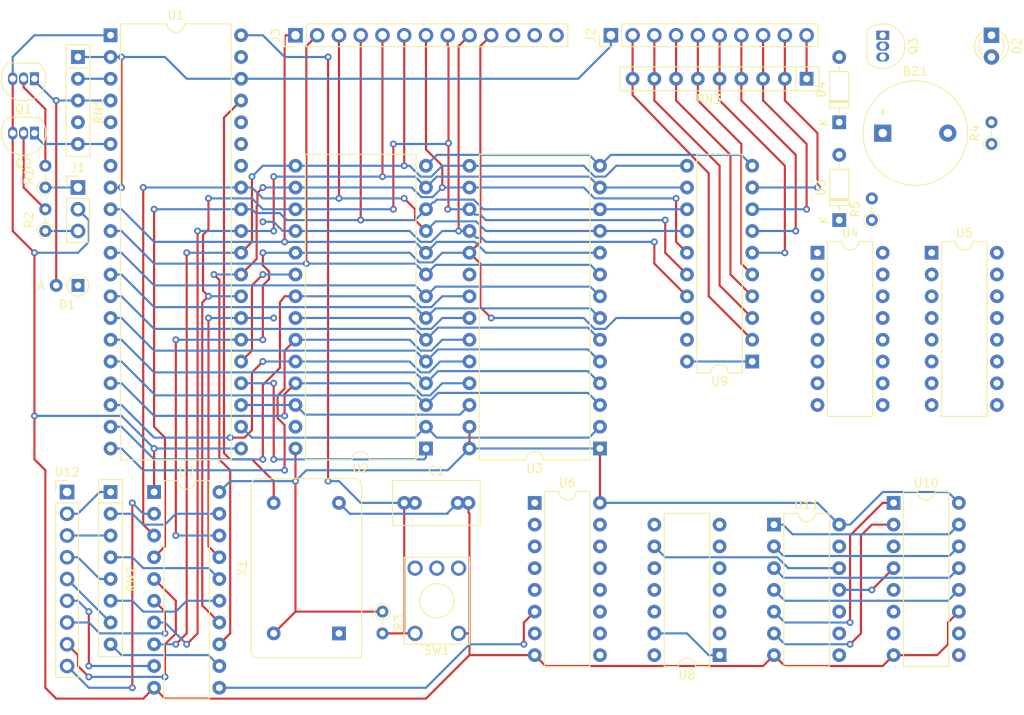
<source format=kicad_pcb>
(kicad_pcb (version 20171130) (host pcbnew 5.1.4+dfsg1-1~bpo10+1)

  (general
    (thickness 1.6)
    (drawings 0)
    (tracks 700)
    (zones 0)
    (modules 34)
    (nets 111)
  )

  (page A4)
  (layers
    (0 F.Cu signal)
    (31 B.Cu signal)
    (32 B.Adhes user)
    (33 F.Adhes user)
    (34 B.Paste user)
    (35 F.Paste user)
    (36 B.SilkS user)
    (37 F.SilkS user)
    (38 B.Mask user)
    (39 F.Mask user)
    (40 Dwgs.User user)
    (41 Cmts.User user)
    (42 Eco1.User user)
    (43 Eco2.User user)
    (44 Edge.Cuts user)
    (45 Margin user)
    (46 B.CrtYd user)
    (47 F.CrtYd user)
    (48 B.Fab user)
    (49 F.Fab user)
  )

  (setup
    (last_trace_width 0.25)
    (trace_clearance 0.2)
    (zone_clearance 0.508)
    (zone_45_only no)
    (trace_min 0.2)
    (via_size 0.8)
    (via_drill 0.4)
    (via_min_size 0.4)
    (via_min_drill 0.3)
    (uvia_size 0.3)
    (uvia_drill 0.1)
    (uvias_allowed no)
    (uvia_min_size 0.2)
    (uvia_min_drill 0.1)
    (edge_width 0.05)
    (segment_width 0.2)
    (pcb_text_width 0.3)
    (pcb_text_size 1.5 1.5)
    (mod_edge_width 0.12)
    (mod_text_size 1 1)
    (mod_text_width 0.15)
    (pad_size 1.524 1.524)
    (pad_drill 0.762)
    (pad_to_mask_clearance 0.051)
    (solder_mask_min_width 0.25)
    (aux_axis_origin 0 0)
    (visible_elements 7FFFFFFF)
    (pcbplotparams
      (layerselection 0x010fc_ffffffff)
      (usegerberextensions false)
      (usegerberattributes false)
      (usegerberadvancedattributes false)
      (creategerberjobfile false)
      (excludeedgelayer true)
      (linewidth 0.100000)
      (plotframeref false)
      (viasonmask false)
      (mode 1)
      (useauxorigin false)
      (hpglpennumber 1)
      (hpglpenspeed 20)
      (hpglpendiameter 15.000000)
      (psnegative false)
      (psa4output false)
      (plotreference true)
      (plotvalue true)
      (plotinvisibletext false)
      (padsonsilk false)
      (subtractmaskfromsilk false)
      (outputformat 1)
      (mirror false)
      (drillshape 1)
      (scaleselection 1)
      (outputdirectory ""))
  )

  (net 0 "")
  (net 1 "Net-(BZ1-Pad1)")
  (net 2 "Net-(BZ1-Pad2)")
  (net 3 "Net-(C1-Pad1)")
  (net 4 GND)
  (net 5 "Net-(D1-Pad1)")
  (net 6 "Net-(D1-Pad2)")
  (net 7 "Net-(D2-Pad2)")
  (net 8 "Net-(D3-Pad1)")
  (net 9 "Net-(D3-Pad2)")
  (net 10 "Net-(D4-Pad2)")
  (net 11 /SERDAT)
  (net 12 "Net-(J1-Pad3)")
  (net 13 +5V)
  (net 14 /DI7)
  (net 15 /DI6)
  (net 16 /DI5)
  (net 17 /DI4)
  (net 18 /DI0)
  (net 19 /DI1)
  (net 20 /DI2)
  (net 21 /DI3)
  (net 22 /A0)
  (net 23 /A1)
  (net 24 /D0)
  (net 25 /D1)
  (net 26 /D2)
  (net 27 /D3)
  (net 28 /D4)
  (net 29 /D5)
  (net 30 /D6)
  (net 31 /D7)
  (net 32 /~IO8U)
  (net 33 /~IO8Q)
  (net 34 "Net-(Q1-Pad2)")
  (net 35 "Net-(Q2-Pad1)")
  (net 36 "Net-(Q2-Pad2)")
  (net 37 "Net-(R4-Pad1)")
  (net 38 "Net-(RN1-Pad2)")
  (net 39 "Net-(RN1-Pad4)")
  (net 40 "Net-(RN2-Pad1)")
  (net 41 "Net-(RN2-Pad2)")
  (net 42 "Net-(RN2-Pad3)")
  (net 43 "Net-(RN2-Pad4)")
  (net 44 "Net-(RN2-Pad5)")
  (net 45 "Net-(RN2-Pad6)")
  (net 46 "Net-(RN2-Pad7)")
  (net 47 "Net-(RN2-Pad8)")
  (net 48 /A12)
  (net 49 /A13)
  (net 50 /A14)
  (net 51 "Net-(U1-Pad5)")
  (net 52 /A15)
  (net 53 "Net-(U1-Pad7)")
  (net 54 /A2)
  (net 55 /A3)
  (net 56 /A4)
  (net 57 /A5)
  (net 58 "Net-(U1-Pad34)")
  (net 59 /A6)
  (net 60 "Net-(U1-Pad35)")
  (net 61 /A7)
  (net 62 "Net-(U1-Pad36)")
  (net 63 /A8)
  (net 64 "Net-(U1-Pad37)")
  (net 65 /A9)
  (net 66 /A10)
  (net 67 "Net-(U1-Pad39)")
  (net 68 /A11)
  (net 69 "Net-(U2-Pad27)")
  (net 70 "Net-(U2-Pad22)")
  (net 71 "Net-(U3-Pad20)")
  (net 72 "Net-(U4-Pad7)")
  (net 73 "Net-(U4-Pad6)")
  (net 74 "Net-(U4-Pad5)")
  (net 75 "Net-(U4-Pad12)")
  (net 76 "Net-(U4-Pad4)")
  (net 77 "Net-(U4-Pad10)")
  (net 78 "Net-(U5-Pad1)")
  (net 79 "Net-(U5-Pad11)")
  (net 80 "Net-(U5-Pad12)")
  (net 81 "Net-(U5-Pad5)")
  (net 82 "Net-(U5-Pad6)")
  (net 83 "Net-(U5-Pad7)")
  (net 84 "Net-(U6-Pad9)")
  (net 85 "Net-(U6-Pad10)")
  (net 86 "Net-(U6-Pad11)")
  (net 87 "Net-(U6-Pad4)")
  (net 88 "Net-(U6-Pad5)")
  (net 89 "Net-(U6-Pad6)")
  (net 90 "Net-(U6-Pad7)")
  (net 91 "Net-(U12-Pad9)")
  (net 92 "Net-(U12-Pad8)")
  (net 93 "Net-(U12-Pad7)")
  (net 94 "Net-(U12-Pad6)")
  (net 95 /IEN)
  (net 96 "Net-(U8-Pad6)")
  (net 97 "Net-(U10-Pad15)")
  (net 98 "Net-(U10-Pad7)")
  (net 99 "Net-(U10-Pad14)")
  (net 100 "Net-(U10-Pad6)")
  (net 101 "Net-(U10-Pad13)")
  (net 102 "Net-(U10-Pad5)")
  (net 103 "Net-(U10-Pad12)")
  (net 104 "Net-(U10-Pad4)")
  (net 105 "Net-(U10-Pad3)")
  (net 106 "Net-(U10-Pad2)")
  (net 107 "Net-(U10-Pad9)")
  (net 108 "Net-(U10-Pad1)")
  (net 109 "Net-(U12-Pad1)")
  (net 110 "Net-(X1-Pad1)")

  (net_class Default "Esta es la clase de red por defecto."
    (clearance 0.2)
    (trace_width 0.25)
    (via_dia 0.8)
    (via_drill 0.4)
    (uvia_dia 0.3)
    (uvia_drill 0.1)
    (add_net +5V)
    (add_net /A0)
    (add_net /A1)
    (add_net /A10)
    (add_net /A11)
    (add_net /A12)
    (add_net /A13)
    (add_net /A14)
    (add_net /A15)
    (add_net /A2)
    (add_net /A3)
    (add_net /A4)
    (add_net /A5)
    (add_net /A6)
    (add_net /A7)
    (add_net /A8)
    (add_net /A9)
    (add_net /D0)
    (add_net /D1)
    (add_net /D2)
    (add_net /D3)
    (add_net /D4)
    (add_net /D5)
    (add_net /D6)
    (add_net /D7)
    (add_net /DI0)
    (add_net /DI1)
    (add_net /DI2)
    (add_net /DI3)
    (add_net /DI4)
    (add_net /DI5)
    (add_net /DI6)
    (add_net /DI7)
    (add_net /IEN)
    (add_net /SERDAT)
    (add_net /~IO8Q)
    (add_net /~IO8U)
    (add_net GND)
    (add_net "Net-(BZ1-Pad1)")
    (add_net "Net-(BZ1-Pad2)")
    (add_net "Net-(C1-Pad1)")
    (add_net "Net-(D1-Pad1)")
    (add_net "Net-(D1-Pad2)")
    (add_net "Net-(D2-Pad2)")
    (add_net "Net-(D3-Pad1)")
    (add_net "Net-(D3-Pad2)")
    (add_net "Net-(D4-Pad2)")
    (add_net "Net-(J1-Pad3)")
    (add_net "Net-(Q1-Pad2)")
    (add_net "Net-(Q2-Pad1)")
    (add_net "Net-(Q2-Pad2)")
    (add_net "Net-(R4-Pad1)")
    (add_net "Net-(RN1-Pad2)")
    (add_net "Net-(RN1-Pad4)")
    (add_net "Net-(RN2-Pad1)")
    (add_net "Net-(RN2-Pad2)")
    (add_net "Net-(RN2-Pad3)")
    (add_net "Net-(RN2-Pad4)")
    (add_net "Net-(RN2-Pad5)")
    (add_net "Net-(RN2-Pad6)")
    (add_net "Net-(RN2-Pad7)")
    (add_net "Net-(RN2-Pad8)")
    (add_net "Net-(U1-Pad34)")
    (add_net "Net-(U1-Pad35)")
    (add_net "Net-(U1-Pad36)")
    (add_net "Net-(U1-Pad37)")
    (add_net "Net-(U1-Pad39)")
    (add_net "Net-(U1-Pad5)")
    (add_net "Net-(U1-Pad7)")
    (add_net "Net-(U10-Pad1)")
    (add_net "Net-(U10-Pad12)")
    (add_net "Net-(U10-Pad13)")
    (add_net "Net-(U10-Pad14)")
    (add_net "Net-(U10-Pad15)")
    (add_net "Net-(U10-Pad2)")
    (add_net "Net-(U10-Pad3)")
    (add_net "Net-(U10-Pad4)")
    (add_net "Net-(U10-Pad5)")
    (add_net "Net-(U10-Pad6)")
    (add_net "Net-(U10-Pad7)")
    (add_net "Net-(U10-Pad9)")
    (add_net "Net-(U12-Pad1)")
    (add_net "Net-(U12-Pad6)")
    (add_net "Net-(U12-Pad7)")
    (add_net "Net-(U12-Pad8)")
    (add_net "Net-(U12-Pad9)")
    (add_net "Net-(U2-Pad22)")
    (add_net "Net-(U2-Pad27)")
    (add_net "Net-(U3-Pad20)")
    (add_net "Net-(U4-Pad10)")
    (add_net "Net-(U4-Pad12)")
    (add_net "Net-(U4-Pad4)")
    (add_net "Net-(U4-Pad5)")
    (add_net "Net-(U4-Pad6)")
    (add_net "Net-(U4-Pad7)")
    (add_net "Net-(U5-Pad1)")
    (add_net "Net-(U5-Pad11)")
    (add_net "Net-(U5-Pad12)")
    (add_net "Net-(U5-Pad5)")
    (add_net "Net-(U5-Pad6)")
    (add_net "Net-(U5-Pad7)")
    (add_net "Net-(U6-Pad10)")
    (add_net "Net-(U6-Pad11)")
    (add_net "Net-(U6-Pad4)")
    (add_net "Net-(U6-Pad5)")
    (add_net "Net-(U6-Pad6)")
    (add_net "Net-(U6-Pad7)")
    (add_net "Net-(U6-Pad9)")
    (add_net "Net-(U8-Pad6)")
    (add_net "Net-(X1-Pad1)")
  )

  (module Package_DIP:DIP-16_W7.62mm (layer F.Cu) (tedit 5A02E8C5) (tstamp 6078EE43)
    (at 189.23 104.14)
    (descr "16-lead though-hole mounted DIP package, row spacing 7.62 mm (300 mils)")
    (tags "THT DIP DIL PDIP 2.54mm 7.62mm 300mil")
    (path /6074C247)
    (fp_text reference U10 (at 3.81 -2.33) (layer F.SilkS)
      (effects (font (size 1 1) (thickness 0.15)))
    )
    (fp_text value 4040 (at 3.81 20.11) (layer F.Fab)
      (effects (font (size 1 1) (thickness 0.15)))
    )
    (fp_text user %R (at 3.81 8.89) (layer F.Fab)
      (effects (font (size 1 1) (thickness 0.15)))
    )
    (fp_line (start 8.7 -1.55) (end -1.1 -1.55) (layer F.CrtYd) (width 0.05))
    (fp_line (start 8.7 19.3) (end 8.7 -1.55) (layer F.CrtYd) (width 0.05))
    (fp_line (start -1.1 19.3) (end 8.7 19.3) (layer F.CrtYd) (width 0.05))
    (fp_line (start -1.1 -1.55) (end -1.1 19.3) (layer F.CrtYd) (width 0.05))
    (fp_line (start 6.46 -1.33) (end 4.81 -1.33) (layer F.SilkS) (width 0.12))
    (fp_line (start 6.46 19.11) (end 6.46 -1.33) (layer F.SilkS) (width 0.12))
    (fp_line (start 1.16 19.11) (end 6.46 19.11) (layer F.SilkS) (width 0.12))
    (fp_line (start 1.16 -1.33) (end 1.16 19.11) (layer F.SilkS) (width 0.12))
    (fp_line (start 2.81 -1.33) (end 1.16 -1.33) (layer F.SilkS) (width 0.12))
    (fp_line (start 0.635 -0.27) (end 1.635 -1.27) (layer F.Fab) (width 0.1))
    (fp_line (start 0.635 19.05) (end 0.635 -0.27) (layer F.Fab) (width 0.1))
    (fp_line (start 6.985 19.05) (end 0.635 19.05) (layer F.Fab) (width 0.1))
    (fp_line (start 6.985 -1.27) (end 6.985 19.05) (layer F.Fab) (width 0.1))
    (fp_line (start 1.635 -1.27) (end 6.985 -1.27) (layer F.Fab) (width 0.1))
    (fp_arc (start 3.81 -1.33) (end 2.81 -1.33) (angle -180) (layer F.SilkS) (width 0.12))
    (pad 16 thru_hole oval (at 7.62 0) (size 1.6 1.6) (drill 0.8) (layers *.Cu *.Mask)
      (net 13 +5V))
    (pad 8 thru_hole oval (at 0 17.78) (size 1.6 1.6) (drill 0.8) (layers *.Cu *.Mask)
      (net 4 GND))
    (pad 15 thru_hole oval (at 7.62 2.54) (size 1.6 1.6) (drill 0.8) (layers *.Cu *.Mask)
      (net 97 "Net-(U10-Pad15)"))
    (pad 7 thru_hole oval (at 0 15.24) (size 1.6 1.6) (drill 0.8) (layers *.Cu *.Mask)
      (net 98 "Net-(U10-Pad7)"))
    (pad 14 thru_hole oval (at 7.62 5.08) (size 1.6 1.6) (drill 0.8) (layers *.Cu *.Mask)
      (net 99 "Net-(U10-Pad14)"))
    (pad 6 thru_hole oval (at 0 12.7) (size 1.6 1.6) (drill 0.8) (layers *.Cu *.Mask)
      (net 100 "Net-(U10-Pad6)"))
    (pad 13 thru_hole oval (at 7.62 7.62) (size 1.6 1.6) (drill 0.8) (layers *.Cu *.Mask)
      (net 101 "Net-(U10-Pad13)"))
    (pad 5 thru_hole oval (at 0 10.16) (size 1.6 1.6) (drill 0.8) (layers *.Cu *.Mask)
      (net 102 "Net-(U10-Pad5)"))
    (pad 12 thru_hole oval (at 7.62 10.16) (size 1.6 1.6) (drill 0.8) (layers *.Cu *.Mask)
      (net 103 "Net-(U10-Pad12)"))
    (pad 4 thru_hole oval (at 0 7.62) (size 1.6 1.6) (drill 0.8) (layers *.Cu *.Mask)
      (net 104 "Net-(U10-Pad4)"))
    (pad 11 thru_hole oval (at 7.62 12.7) (size 1.6 1.6) (drill 0.8) (layers *.Cu *.Mask)
      (net 4 GND))
    (pad 3 thru_hole oval (at 0 5.08) (size 1.6 1.6) (drill 0.8) (layers *.Cu *.Mask)
      (net 105 "Net-(U10-Pad3)"))
    (pad 10 thru_hole oval (at 7.62 15.24) (size 1.6 1.6) (drill 0.8) (layers *.Cu *.Mask)
      (net 67 "Net-(U1-Pad39)"))
    (pad 2 thru_hole oval (at 0 2.54) (size 1.6 1.6) (drill 0.8) (layers *.Cu *.Mask)
      (net 106 "Net-(U10-Pad2)"))
    (pad 9 thru_hole oval (at 7.62 17.78) (size 1.6 1.6) (drill 0.8) (layers *.Cu *.Mask)
      (net 107 "Net-(U10-Pad9)"))
    (pad 1 thru_hole rect (at 0 0) (size 1.6 1.6) (drill 0.8) (layers *.Cu *.Mask)
      (net 108 "Net-(U10-Pad1)"))
    (model ${KISYS3DMOD}/Package_DIP.3dshapes/DIP-16_W7.62mm.wrl
      (at (xyz 0 0 0))
      (scale (xyz 1 1 1))
      (rotate (xyz 0 0 0))
    )
  )

  (module Buzzer_Beeper:Buzzer_12x9.5RM7.6 (layer F.Cu) (tedit 5A030281) (tstamp 6078EAF1)
    (at 187.96 60.96)
    (descr "Generic Buzzer, D12mm height 9.5mm with RM7.6mm")
    (tags buzzer)
    (path /616338AD)
    (fp_text reference BZ1 (at 3.8 -7.2) (layer F.SilkS)
      (effects (font (size 1 1) (thickness 0.15)))
    )
    (fp_text value Buzzer (at 3.8 7.4) (layer F.Fab)
      (effects (font (size 1 1) (thickness 0.15)))
    )
    (fp_text user + (at -0.01 -2.54) (layer F.Fab)
      (effects (font (size 1 1) (thickness 0.15)))
    )
    (fp_text user + (at -0.01 -2.54) (layer F.SilkS)
      (effects (font (size 1 1) (thickness 0.15)))
    )
    (fp_text user %R (at 3.8 -4) (layer F.Fab)
      (effects (font (size 1 1) (thickness 0.15)))
    )
    (fp_circle (center 3.8 0) (end 10.05 0) (layer F.CrtYd) (width 0.05))
    (fp_circle (center 3.8 0) (end 9.8 0) (layer F.Fab) (width 0.1))
    (fp_circle (center 3.8 0) (end 4.8 0) (layer F.Fab) (width 0.1))
    (fp_circle (center 3.8 0) (end 9.9 0) (layer F.SilkS) (width 0.12))
    (pad 1 thru_hole rect (at 0 0) (size 2 2) (drill 1) (layers *.Cu *.Mask)
      (net 1 "Net-(BZ1-Pad1)"))
    (pad 2 thru_hole circle (at 7.6 0) (size 2 2) (drill 1) (layers *.Cu *.Mask)
      (net 2 "Net-(BZ1-Pad2)"))
    (model ${KISYS3DMOD}/Buzzer_Beeper.3dshapes/Buzzer_12x9.5RM7.6.wrl
      (at (xyz 0 0 0))
      (scale (xyz 1 1 1))
      (rotate (xyz 0 0 0))
    )
  )

  (module Capacitor_THT:C_Rect_L10.0mm_W5.0mm_P5.00mm_P7.50mm (layer F.Cu) (tedit 5AE50EF0) (tstamp 6078EB06)
    (at 132.08 104.14)
    (descr "C, Rect series, Radial, pin pitch=5.00mm 7.50mm, , length*width=10*5mm^2, Capacitor")
    (tags "C Rect series Radial pin pitch 5.00mm 7.50mm  length 10mm width 5mm Capacitor")
    (path /608D6E72)
    (fp_text reference C1 (at 3.75 -3.75) (layer F.SilkS)
      (effects (font (size 1 1) (thickness 0.15)))
    )
    (fp_text value 100n (at 3.75 3.75) (layer F.Fab)
      (effects (font (size 1 1) (thickness 0.15)))
    )
    (fp_line (start -1.25 -2.5) (end -1.25 2.5) (layer F.Fab) (width 0.1))
    (fp_line (start -1.25 2.5) (end 8.75 2.5) (layer F.Fab) (width 0.1))
    (fp_line (start 8.75 2.5) (end 8.75 -2.5) (layer F.Fab) (width 0.1))
    (fp_line (start 8.75 -2.5) (end -1.25 -2.5) (layer F.Fab) (width 0.1))
    (fp_line (start -1.37 -2.62) (end 8.87 -2.62) (layer F.SilkS) (width 0.12))
    (fp_line (start -1.37 2.62) (end 8.87 2.62) (layer F.SilkS) (width 0.12))
    (fp_line (start -1.37 -2.62) (end -1.37 2.62) (layer F.SilkS) (width 0.12))
    (fp_line (start 8.87 -2.62) (end 8.87 2.62) (layer F.SilkS) (width 0.12))
    (fp_line (start -1.5 -2.75) (end -1.5 2.75) (layer F.CrtYd) (width 0.05))
    (fp_line (start -1.5 2.75) (end 9 2.75) (layer F.CrtYd) (width 0.05))
    (fp_line (start 9 2.75) (end 9 -2.75) (layer F.CrtYd) (width 0.05))
    (fp_line (start 9 -2.75) (end -1.5 -2.75) (layer F.CrtYd) (width 0.05))
    (fp_text user %R (at 2.5 0) (layer F.Fab)
      (effects (font (size 1 1) (thickness 0.15)))
    )
    (pad 1 thru_hole circle (at 1.25 0) (size 1.6 1.6) (drill 0.8) (layers *.Cu *.Mask)
      (net 3 "Net-(C1-Pad1)"))
    (pad 2 thru_hole circle (at 6.25 0) (size 1.6 1.6) (drill 0.8) (layers *.Cu *.Mask)
      (net 4 GND))
    (pad 1 thru_hole circle (at 0 0) (size 1.6 1.6) (drill 0.8) (layers *.Cu *.Mask)
      (net 3 "Net-(C1-Pad1)"))
    (pad 2 thru_hole circle (at 7.5 0) (size 1.6 1.6) (drill 0.8) (layers *.Cu *.Mask)
      (net 4 GND))
    (model ${KISYS3DMOD}/Capacitor_THT.3dshapes/C_Rect_L10.0mm_W5.0mm_P5.00mm_P7.50mm.wrl
      (at (xyz 0 0 0))
      (scale (xyz 1 1 1))
      (rotate (xyz 0 0 0))
    )
  )

  (module Diode_THT:D_DO-34_SOD68_P2.54mm_Vertical_AnodeUp (layer F.Cu) (tedit 5AE50CD5) (tstamp 6078EB17)
    (at 93.98 78.74 180)
    (descr "Diode, DO-34_SOD68 series, Axial, Vertical, pin pitch=2.54mm, , length*diameter=3.04*1.6mm^2, , https://www.nxp.com/docs/en/data-sheet/KTY83_SER.pdf")
    (tags "Diode DO-34_SOD68 series Axial Vertical pin pitch 2.54mm  length 3.04mm diameter 1.6mm")
    (path /60908C99)
    (fp_text reference D1 (at 1.27 -2.25566) (layer F.SilkS)
      (effects (font (size 1 1) (thickness 0.15)))
    )
    (fp_text value 1N4148 (at 1.27 3.14466) (layer F.Fab)
      (effects (font (size 1 1) (thickness 0.15)))
    )
    (fp_circle (center 0 0) (end 0.8 0) (layer F.Fab) (width 0.1))
    (fp_circle (center 0 0) (end 1.25566 0) (layer F.SilkS) (width 0.12))
    (fp_line (start 0 0) (end 2.54 0) (layer F.Fab) (width 0.1))
    (fp_line (start 1.25566 0) (end 1.49 0) (layer F.SilkS) (width 0.12))
    (fp_line (start -1.05 -1.05) (end -1.05 1.05) (layer F.CrtYd) (width 0.05))
    (fp_line (start -1.05 1.05) (end 3.54 1.05) (layer F.CrtYd) (width 0.05))
    (fp_line (start 3.54 1.05) (end 3.54 -1.05) (layer F.CrtYd) (width 0.05))
    (fp_line (start 3.54 -1.05) (end -1.05 -1.05) (layer F.CrtYd) (width 0.05))
    (fp_text user %R (at 1.27 -2.25566) (layer F.Fab)
      (effects (font (size 1 1) (thickness 0.15)))
    )
    (fp_text user A (at 4.29 0) (layer F.Fab)
      (effects (font (size 1 1) (thickness 0.15)))
    )
    (fp_text user A (at 4.29 0) (layer F.SilkS)
      (effects (font (size 1 1) (thickness 0.15)))
    )
    (pad 1 thru_hole rect (at 0 0 180) (size 1.5 1.5) (drill 0.75) (layers *.Cu *.Mask)
      (net 5 "Net-(D1-Pad1)"))
    (pad 2 thru_hole oval (at 2.54 0 180) (size 1.5 1.5) (drill 0.75) (layers *.Cu *.Mask)
      (net 6 "Net-(D1-Pad2)"))
    (model ${KISYS3DMOD}/Diode_THT.3dshapes/D_DO-34_SOD68_P2.54mm_Vertical_AnodeUp.wrl
      (at (xyz 0 0 0))
      (scale (xyz 1 1 1))
      (rotate (xyz 0 0 0))
    )
  )

  (module LED_THT:LED_D3.0mm (layer F.Cu) (tedit 587A3A7B) (tstamp 6078EB2A)
    (at 200.66 49.53 270)
    (descr "LED, diameter 3.0mm, 2 pins")
    (tags "LED diameter 3.0mm 2 pins")
    (path /60757DE7)
    (fp_text reference D2 (at 1.27 -2.96 90) (layer F.SilkS)
      (effects (font (size 1 1) (thickness 0.15)))
    )
    (fp_text value "INT. DISABLED" (at 1.27 2.96 90) (layer F.Fab)
      (effects (font (size 1 1) (thickness 0.15)))
    )
    (fp_arc (start 1.27 0) (end -0.23 -1.16619) (angle 284.3) (layer F.Fab) (width 0.1))
    (fp_arc (start 1.27 0) (end -0.29 -1.235516) (angle 108.8) (layer F.SilkS) (width 0.12))
    (fp_arc (start 1.27 0) (end -0.29 1.235516) (angle -108.8) (layer F.SilkS) (width 0.12))
    (fp_arc (start 1.27 0) (end 0.229039 -1.08) (angle 87.9) (layer F.SilkS) (width 0.12))
    (fp_arc (start 1.27 0) (end 0.229039 1.08) (angle -87.9) (layer F.SilkS) (width 0.12))
    (fp_circle (center 1.27 0) (end 2.77 0) (layer F.Fab) (width 0.1))
    (fp_line (start -0.23 -1.16619) (end -0.23 1.16619) (layer F.Fab) (width 0.1))
    (fp_line (start -0.29 -1.236) (end -0.29 -1.08) (layer F.SilkS) (width 0.12))
    (fp_line (start -0.29 1.08) (end -0.29 1.236) (layer F.SilkS) (width 0.12))
    (fp_line (start -1.15 -2.25) (end -1.15 2.25) (layer F.CrtYd) (width 0.05))
    (fp_line (start -1.15 2.25) (end 3.7 2.25) (layer F.CrtYd) (width 0.05))
    (fp_line (start 3.7 2.25) (end 3.7 -2.25) (layer F.CrtYd) (width 0.05))
    (fp_line (start 3.7 -2.25) (end -1.15 -2.25) (layer F.CrtYd) (width 0.05))
    (pad 1 thru_hole rect (at 0 0 270) (size 1.8 1.8) (drill 0.9) (layers *.Cu *.Mask)
      (net 4 GND))
    (pad 2 thru_hole circle (at 2.54 0 270) (size 1.8 1.8) (drill 0.9) (layers *.Cu *.Mask)
      (net 7 "Net-(D2-Pad2)"))
    (model ${KISYS3DMOD}/LED_THT.3dshapes/LED_D3.0mm.wrl
      (at (xyz 0 0 0))
      (scale (xyz 1 1 1))
      (rotate (xyz 0 0 0))
    )
  )

  (module Diode_THT:D_DO-35_SOD27_P7.62mm_Horizontal (layer F.Cu) (tedit 5AE50CD5) (tstamp 6078A71B)
    (at 182.88 71.12 90)
    (descr "Diode, DO-35_SOD27 series, Axial, Horizontal, pin pitch=7.62mm, , length*diameter=4*2mm^2, , http://www.diodes.com/_files/packages/DO-35.pdf")
    (tags "Diode DO-35_SOD27 series Axial Horizontal pin pitch 7.62mm  length 4mm diameter 2mm")
    (path /615D5124)
    (fp_text reference D3 (at 3.81 -2.12 90) (layer F.SilkS)
      (effects (font (size 1 1) (thickness 0.15)))
    )
    (fp_text value 1N4148 (at 3.81 2.12 90) (layer F.Fab)
      (effects (font (size 1 1) (thickness 0.15)))
    )
    (fp_line (start 1.81 -1) (end 1.81 1) (layer F.Fab) (width 0.1))
    (fp_line (start 1.81 1) (end 5.81 1) (layer F.Fab) (width 0.1))
    (fp_line (start 5.81 1) (end 5.81 -1) (layer F.Fab) (width 0.1))
    (fp_line (start 5.81 -1) (end 1.81 -1) (layer F.Fab) (width 0.1))
    (fp_line (start 0 0) (end 1.81 0) (layer F.Fab) (width 0.1))
    (fp_line (start 7.62 0) (end 5.81 0) (layer F.Fab) (width 0.1))
    (fp_line (start 2.41 -1) (end 2.41 1) (layer F.Fab) (width 0.1))
    (fp_line (start 2.51 -1) (end 2.51 1) (layer F.Fab) (width 0.1))
    (fp_line (start 2.31 -1) (end 2.31 1) (layer F.Fab) (width 0.1))
    (fp_line (start 1.69 -1.12) (end 1.69 1.12) (layer F.SilkS) (width 0.12))
    (fp_line (start 1.69 1.12) (end 5.93 1.12) (layer F.SilkS) (width 0.12))
    (fp_line (start 5.93 1.12) (end 5.93 -1.12) (layer F.SilkS) (width 0.12))
    (fp_line (start 5.93 -1.12) (end 1.69 -1.12) (layer F.SilkS) (width 0.12))
    (fp_line (start 1.04 0) (end 1.69 0) (layer F.SilkS) (width 0.12))
    (fp_line (start 6.58 0) (end 5.93 0) (layer F.SilkS) (width 0.12))
    (fp_line (start 2.41 -1.12) (end 2.41 1.12) (layer F.SilkS) (width 0.12))
    (fp_line (start 2.53 -1.12) (end 2.53 1.12) (layer F.SilkS) (width 0.12))
    (fp_line (start 2.29 -1.12) (end 2.29 1.12) (layer F.SilkS) (width 0.12))
    (fp_line (start -1.05 -1.25) (end -1.05 1.25) (layer F.CrtYd) (width 0.05))
    (fp_line (start -1.05 1.25) (end 8.67 1.25) (layer F.CrtYd) (width 0.05))
    (fp_line (start 8.67 1.25) (end 8.67 -1.25) (layer F.CrtYd) (width 0.05))
    (fp_line (start 8.67 -1.25) (end -1.05 -1.25) (layer F.CrtYd) (width 0.05))
    (fp_text user %R (at 3.81 0) (layer F.Fab)
      (effects (font (size 0.8 0.8) (thickness 0.12)))
    )
    (fp_text user K (at 0 -1.8 90) (layer F.Fab)
      (effects (font (size 1 1) (thickness 0.15)))
    )
    (fp_text user K (at 0 -1.8 90) (layer F.SilkS)
      (effects (font (size 1 1) (thickness 0.15)))
    )
    (pad 1 thru_hole rect (at 0 0 90) (size 1.6 1.6) (drill 0.8) (layers *.Cu *.Mask)
      (net 8 "Net-(D3-Pad1)"))
    (pad 2 thru_hole oval (at 7.62 0 90) (size 1.6 1.6) (drill 0.8) (layers *.Cu *.Mask)
      (net 9 "Net-(D3-Pad2)"))
    (model ${KISYS3DMOD}/Diode_THT.3dshapes/D_DO-35_SOD27_P7.62mm_Horizontal.wrl
      (at (xyz 0 0 0))
      (scale (xyz 1 1 1))
      (rotate (xyz 0 0 0))
    )
  )

  (module Diode_THT:D_DO-35_SOD27_P7.62mm_Horizontal (layer F.Cu) (tedit 5AE50CD5) (tstamp 6078EB68)
    (at 182.88 59.69 90)
    (descr "Diode, DO-35_SOD27 series, Axial, Horizontal, pin pitch=7.62mm, , length*diameter=4*2mm^2, , http://www.diodes.com/_files/packages/DO-35.pdf")
    (tags "Diode DO-35_SOD27 series Axial Horizontal pin pitch 7.62mm  length 4mm diameter 2mm")
    (path /615D8FA2)
    (fp_text reference D4 (at 3.81 -2.12 90) (layer F.SilkS)
      (effects (font (size 1 1) (thickness 0.15)))
    )
    (fp_text value 1N4148 (at 3.81 2.12 90) (layer F.Fab)
      (effects (font (size 1 1) (thickness 0.15)))
    )
    (fp_text user K (at 0 -1.8 90) (layer F.SilkS)
      (effects (font (size 1 1) (thickness 0.15)))
    )
    (fp_text user K (at 0 -1.8 90) (layer F.Fab)
      (effects (font (size 1 1) (thickness 0.15)))
    )
    (fp_text user %R (at 4.11 0 90) (layer F.Fab)
      (effects (font (size 0.8 0.8) (thickness 0.12)))
    )
    (fp_line (start 8.67 -1.25) (end -1.05 -1.25) (layer F.CrtYd) (width 0.05))
    (fp_line (start 8.67 1.25) (end 8.67 -1.25) (layer F.CrtYd) (width 0.05))
    (fp_line (start -1.05 1.25) (end 8.67 1.25) (layer F.CrtYd) (width 0.05))
    (fp_line (start -1.05 -1.25) (end -1.05 1.25) (layer F.CrtYd) (width 0.05))
    (fp_line (start 2.29 -1.12) (end 2.29 1.12) (layer F.SilkS) (width 0.12))
    (fp_line (start 2.53 -1.12) (end 2.53 1.12) (layer F.SilkS) (width 0.12))
    (fp_line (start 2.41 -1.12) (end 2.41 1.12) (layer F.SilkS) (width 0.12))
    (fp_line (start 6.58 0) (end 5.93 0) (layer F.SilkS) (width 0.12))
    (fp_line (start 1.04 0) (end 1.69 0) (layer F.SilkS) (width 0.12))
    (fp_line (start 5.93 -1.12) (end 1.69 -1.12) (layer F.SilkS) (width 0.12))
    (fp_line (start 5.93 1.12) (end 5.93 -1.12) (layer F.SilkS) (width 0.12))
    (fp_line (start 1.69 1.12) (end 5.93 1.12) (layer F.SilkS) (width 0.12))
    (fp_line (start 1.69 -1.12) (end 1.69 1.12) (layer F.SilkS) (width 0.12))
    (fp_line (start 2.31 -1) (end 2.31 1) (layer F.Fab) (width 0.1))
    (fp_line (start 2.51 -1) (end 2.51 1) (layer F.Fab) (width 0.1))
    (fp_line (start 2.41 -1) (end 2.41 1) (layer F.Fab) (width 0.1))
    (fp_line (start 7.62 0) (end 5.81 0) (layer F.Fab) (width 0.1))
    (fp_line (start 0 0) (end 1.81 0) (layer F.Fab) (width 0.1))
    (fp_line (start 5.81 -1) (end 1.81 -1) (layer F.Fab) (width 0.1))
    (fp_line (start 5.81 1) (end 5.81 -1) (layer F.Fab) (width 0.1))
    (fp_line (start 1.81 1) (end 5.81 1) (layer F.Fab) (width 0.1))
    (fp_line (start 1.81 -1) (end 1.81 1) (layer F.Fab) (width 0.1))
    (pad 2 thru_hole oval (at 7.62 0 90) (size 1.6 1.6) (drill 0.8) (layers *.Cu *.Mask)
      (net 10 "Net-(D4-Pad2)"))
    (pad 1 thru_hole rect (at 0 0 90) (size 1.6 1.6) (drill 0.8) (layers *.Cu *.Mask)
      (net 8 "Net-(D3-Pad1)"))
    (model ${KISYS3DMOD}/Diode_THT.3dshapes/D_DO-35_SOD27_P7.62mm_Horizontal.wrl
      (at (xyz 0 0 0))
      (scale (xyz 1 1 1))
      (rotate (xyz 0 0 0))
    )
  )

  (module Connector_PinHeader_2.54mm:PinHeader_1x03_P2.54mm_Vertical (layer F.Cu) (tedit 59FED5CC) (tstamp 6078EB7F)
    (at 93.98 67.31)
    (descr "Through hole straight pin header, 1x03, 2.54mm pitch, single row")
    (tags "Through hole pin header THT 1x03 2.54mm single row")
    (path /6081A7B1)
    (fp_text reference J1 (at 0 -2.33) (layer F.SilkS)
      (effects (font (size 1 1) (thickness 0.15)))
    )
    (fp_text value NANOLINK (at 0 7.41) (layer F.Fab)
      (effects (font (size 1 1) (thickness 0.15)))
    )
    (fp_line (start -0.635 -1.27) (end 1.27 -1.27) (layer F.Fab) (width 0.1))
    (fp_line (start 1.27 -1.27) (end 1.27 6.35) (layer F.Fab) (width 0.1))
    (fp_line (start 1.27 6.35) (end -1.27 6.35) (layer F.Fab) (width 0.1))
    (fp_line (start -1.27 6.35) (end -1.27 -0.635) (layer F.Fab) (width 0.1))
    (fp_line (start -1.27 -0.635) (end -0.635 -1.27) (layer F.Fab) (width 0.1))
    (fp_line (start -1.33 6.41) (end 1.33 6.41) (layer F.SilkS) (width 0.12))
    (fp_line (start -1.33 1.27) (end -1.33 6.41) (layer F.SilkS) (width 0.12))
    (fp_line (start 1.33 1.27) (end 1.33 6.41) (layer F.SilkS) (width 0.12))
    (fp_line (start -1.33 1.27) (end 1.33 1.27) (layer F.SilkS) (width 0.12))
    (fp_line (start -1.33 0) (end -1.33 -1.33) (layer F.SilkS) (width 0.12))
    (fp_line (start -1.33 -1.33) (end 0 -1.33) (layer F.SilkS) (width 0.12))
    (fp_line (start -1.8 -1.8) (end -1.8 6.85) (layer F.CrtYd) (width 0.05))
    (fp_line (start -1.8 6.85) (end 1.8 6.85) (layer F.CrtYd) (width 0.05))
    (fp_line (start 1.8 6.85) (end 1.8 -1.8) (layer F.CrtYd) (width 0.05))
    (fp_line (start 1.8 -1.8) (end -1.8 -1.8) (layer F.CrtYd) (width 0.05))
    (fp_text user %R (at 0 2.54 90) (layer F.Fab)
      (effects (font (size 1 1) (thickness 0.15)))
    )
    (pad 1 thru_hole rect (at 0 0) (size 1.7 1.7) (drill 1) (layers *.Cu *.Mask)
      (net 11 /SERDAT))
    (pad 2 thru_hole oval (at 0 2.54) (size 1.7 1.7) (drill 1) (layers *.Cu *.Mask)
      (net 4 GND))
    (pad 3 thru_hole oval (at 0 5.08) (size 1.7 1.7) (drill 1) (layers *.Cu *.Mask)
      (net 12 "Net-(J1-Pad3)"))
    (model ${KISYS3DMOD}/Connector_PinHeader_2.54mm.3dshapes/PinHeader_1x03_P2.54mm_Vertical.wrl
      (at (xyz 0 0 0))
      (scale (xyz 1 1 1))
      (rotate (xyz 0 0 0))
    )
  )

  (module Connector_PinHeader_2.54mm:PinHeader_1x10_P2.54mm_Vertical (layer F.Cu) (tedit 59FED5CC) (tstamp 6078EB9D)
    (at 156.21 49.53 90)
    (descr "Through hole straight pin header, 1x10, 2.54mm pitch, single row")
    (tags "Through hole pin header THT 1x10 2.54mm single row")
    (path /61573CFB)
    (fp_text reference J2 (at 0 -2.33 90) (layer F.SilkS)
      (effects (font (size 1 1) (thickness 0.15)))
    )
    (fp_text value "IO9 INPUT" (at 0 25.19 90) (layer F.Fab)
      (effects (font (size 1 1) (thickness 0.15)))
    )
    (fp_line (start -0.635 -1.27) (end 1.27 -1.27) (layer F.Fab) (width 0.1))
    (fp_line (start 1.27 -1.27) (end 1.27 24.13) (layer F.Fab) (width 0.1))
    (fp_line (start 1.27 24.13) (end -1.27 24.13) (layer F.Fab) (width 0.1))
    (fp_line (start -1.27 24.13) (end -1.27 -0.635) (layer F.Fab) (width 0.1))
    (fp_line (start -1.27 -0.635) (end -0.635 -1.27) (layer F.Fab) (width 0.1))
    (fp_line (start -1.33 24.19) (end 1.33 24.19) (layer F.SilkS) (width 0.12))
    (fp_line (start -1.33 1.27) (end -1.33 24.19) (layer F.SilkS) (width 0.12))
    (fp_line (start 1.33 1.27) (end 1.33 24.19) (layer F.SilkS) (width 0.12))
    (fp_line (start -1.33 1.27) (end 1.33 1.27) (layer F.SilkS) (width 0.12))
    (fp_line (start -1.33 0) (end -1.33 -1.33) (layer F.SilkS) (width 0.12))
    (fp_line (start -1.33 -1.33) (end 0 -1.33) (layer F.SilkS) (width 0.12))
    (fp_line (start -1.8 -1.8) (end -1.8 24.65) (layer F.CrtYd) (width 0.05))
    (fp_line (start -1.8 24.65) (end 1.8 24.65) (layer F.CrtYd) (width 0.05))
    (fp_line (start 1.8 24.65) (end 1.8 -1.8) (layer F.CrtYd) (width 0.05))
    (fp_line (start 1.8 -1.8) (end -1.8 -1.8) (layer F.CrtYd) (width 0.05))
    (fp_text user %R (at 0 11.43) (layer F.Fab)
      (effects (font (size 1 1) (thickness 0.15)))
    )
    (pad 1 thru_hole rect (at 0 0 90) (size 1.7 1.7) (drill 1) (layers *.Cu *.Mask)
      (net 13 +5V))
    (pad 2 thru_hole oval (at 0 2.54 90) (size 1.7 1.7) (drill 1) (layers *.Cu *.Mask)
      (net 14 /DI7))
    (pad 3 thru_hole oval (at 0 5.08 90) (size 1.7 1.7) (drill 1) (layers *.Cu *.Mask)
      (net 15 /DI6))
    (pad 4 thru_hole oval (at 0 7.62 90) (size 1.7 1.7) (drill 1) (layers *.Cu *.Mask)
      (net 16 /DI5))
    (pad 5 thru_hole oval (at 0 10.16 90) (size 1.7 1.7) (drill 1) (layers *.Cu *.Mask)
      (net 17 /DI4))
    (pad 6 thru_hole oval (at 0 12.7 90) (size 1.7 1.7) (drill 1) (layers *.Cu *.Mask)
      (net 18 /DI0))
    (pad 7 thru_hole oval (at 0 15.24 90) (size 1.7 1.7) (drill 1) (layers *.Cu *.Mask)
      (net 19 /DI1))
    (pad 8 thru_hole oval (at 0 17.78 90) (size 1.7 1.7) (drill 1) (layers *.Cu *.Mask)
      (net 20 /DI2))
    (pad 9 thru_hole oval (at 0 20.32 90) (size 1.7 1.7) (drill 1) (layers *.Cu *.Mask)
      (net 21 /DI3))
    (pad 10 thru_hole oval (at 0 22.86 90) (size 1.7 1.7) (drill 1) (layers *.Cu *.Mask)
      (net 4 GND))
    (model ${KISYS3DMOD}/Connector_PinHeader_2.54mm.3dshapes/PinHeader_1x10_P2.54mm_Vertical.wrl
      (at (xyz 0 0 0))
      (scale (xyz 1 1 1))
      (rotate (xyz 0 0 0))
    )
  )

  (module Connector_PinHeader_2.54mm:PinHeader_1x13_P2.54mm_Vertical (layer F.Cu) (tedit 59FED5CC) (tstamp 6078EBBE)
    (at 119.38 49.53 90)
    (descr "Through hole straight pin header, 1x13, 2.54mm pitch, single row")
    (tags "Through hole pin header THT 1x13 2.54mm single row")
    (path /6094DAA4)
    (fp_text reference J3 (at 0 -2.33 90) (layer F.SilkS)
      (effects (font (size 1 1) (thickness 0.15)))
    )
    (fp_text value "IO8 PORT" (at 0 32.81 90) (layer F.Fab)
      (effects (font (size 1 1) (thickness 0.15)))
    )
    (fp_line (start -0.635 -1.27) (end 1.27 -1.27) (layer F.Fab) (width 0.1))
    (fp_line (start 1.27 -1.27) (end 1.27 31.75) (layer F.Fab) (width 0.1))
    (fp_line (start 1.27 31.75) (end -1.27 31.75) (layer F.Fab) (width 0.1))
    (fp_line (start -1.27 31.75) (end -1.27 -0.635) (layer F.Fab) (width 0.1))
    (fp_line (start -1.27 -0.635) (end -0.635 -1.27) (layer F.Fab) (width 0.1))
    (fp_line (start -1.33 31.81) (end 1.33 31.81) (layer F.SilkS) (width 0.12))
    (fp_line (start -1.33 1.27) (end -1.33 31.81) (layer F.SilkS) (width 0.12))
    (fp_line (start 1.33 1.27) (end 1.33 31.81) (layer F.SilkS) (width 0.12))
    (fp_line (start -1.33 1.27) (end 1.33 1.27) (layer F.SilkS) (width 0.12))
    (fp_line (start -1.33 0) (end -1.33 -1.33) (layer F.SilkS) (width 0.12))
    (fp_line (start -1.33 -1.33) (end 0 -1.33) (layer F.SilkS) (width 0.12))
    (fp_line (start -1.8 -1.8) (end -1.8 32.25) (layer F.CrtYd) (width 0.05))
    (fp_line (start -1.8 32.25) (end 1.8 32.25) (layer F.CrtYd) (width 0.05))
    (fp_line (start 1.8 32.25) (end 1.8 -1.8) (layer F.CrtYd) (width 0.05))
    (fp_line (start 1.8 -1.8) (end -1.8 -1.8) (layer F.CrtYd) (width 0.05))
    (fp_text user %R (at 0 15.24) (layer F.Fab)
      (effects (font (size 1 1) (thickness 0.15)))
    )
    (pad 1 thru_hole rect (at 0 0 90) (size 1.7 1.7) (drill 1) (layers *.Cu *.Mask)
      (net 22 /A0))
    (pad 2 thru_hole oval (at 0 2.54 90) (size 1.7 1.7) (drill 1) (layers *.Cu *.Mask)
      (net 23 /A1))
    (pad 3 thru_hole oval (at 0 5.08 90) (size 1.7 1.7) (drill 1) (layers *.Cu *.Mask)
      (net 24 /D0))
    (pad 4 thru_hole oval (at 0 7.62 90) (size 1.7 1.7) (drill 1) (layers *.Cu *.Mask)
      (net 25 /D1))
    (pad 5 thru_hole oval (at 0 10.16 90) (size 1.7 1.7) (drill 1) (layers *.Cu *.Mask)
      (net 26 /D2))
    (pad 6 thru_hole oval (at 0 12.7 90) (size 1.7 1.7) (drill 1) (layers *.Cu *.Mask)
      (net 27 /D3))
    (pad 7 thru_hole oval (at 0 15.24 90) (size 1.7 1.7) (drill 1) (layers *.Cu *.Mask)
      (net 28 /D4))
    (pad 8 thru_hole oval (at 0 17.78 90) (size 1.7 1.7) (drill 1) (layers *.Cu *.Mask)
      (net 29 /D5))
    (pad 9 thru_hole oval (at 0 20.32 90) (size 1.7 1.7) (drill 1) (layers *.Cu *.Mask)
      (net 30 /D6))
    (pad 10 thru_hole oval (at 0 22.86 90) (size 1.7 1.7) (drill 1) (layers *.Cu *.Mask)
      (net 31 /D7))
    (pad 11 thru_hole oval (at 0 25.4 90) (size 1.7 1.7) (drill 1) (layers *.Cu *.Mask)
      (net 32 /~IO8U))
    (pad 12 thru_hole oval (at 0 27.94 90) (size 1.7 1.7) (drill 1) (layers *.Cu *.Mask)
      (net 33 /~IO8Q))
    (pad 13 thru_hole oval (at 0 30.48 90) (size 1.7 1.7) (drill 1) (layers *.Cu *.Mask)
      (net 4 GND))
    (model ${KISYS3DMOD}/Connector_PinHeader_2.54mm.3dshapes/PinHeader_1x13_P2.54mm_Vertical.wrl
      (at (xyz 0 0 0))
      (scale (xyz 1 1 1))
      (rotate (xyz 0 0 0))
    )
  )

  (module Package_TO_SOT_THT:TO-92_Inline (layer F.Cu) (tedit 5A1DD157) (tstamp 6078EBD0)
    (at 88.9 54.61 180)
    (descr "TO-92 leads in-line, narrow, oval pads, drill 0.75mm (see NXP sot054_po.pdf)")
    (tags "to-92 sc-43 sc-43a sot54 PA33 transistor")
    (path /608143AC)
    (fp_text reference Q1 (at 1.27 -3.56) (layer F.SilkS)
      (effects (font (size 1 1) (thickness 0.15)))
    )
    (fp_text value BC547 (at 1.27 2.79) (layer F.Fab)
      (effects (font (size 1 1) (thickness 0.15)))
    )
    (fp_text user %R (at 1.27 -3.56) (layer F.Fab)
      (effects (font (size 1 1) (thickness 0.15)))
    )
    (fp_line (start -0.53 1.85) (end 3.07 1.85) (layer F.SilkS) (width 0.12))
    (fp_line (start -0.5 1.75) (end 3 1.75) (layer F.Fab) (width 0.1))
    (fp_line (start -1.46 -2.73) (end 4 -2.73) (layer F.CrtYd) (width 0.05))
    (fp_line (start -1.46 -2.73) (end -1.46 2.01) (layer F.CrtYd) (width 0.05))
    (fp_line (start 4 2.01) (end 4 -2.73) (layer F.CrtYd) (width 0.05))
    (fp_line (start 4 2.01) (end -1.46 2.01) (layer F.CrtYd) (width 0.05))
    (fp_arc (start 1.27 0) (end 1.27 -2.48) (angle 135) (layer F.Fab) (width 0.1))
    (fp_arc (start 1.27 0) (end 1.27 -2.6) (angle -135) (layer F.SilkS) (width 0.12))
    (fp_arc (start 1.27 0) (end 1.27 -2.48) (angle -135) (layer F.Fab) (width 0.1))
    (fp_arc (start 1.27 0) (end 1.27 -2.6) (angle 135) (layer F.SilkS) (width 0.12))
    (pad 2 thru_hole oval (at 1.27 0 180) (size 1.05 1.5) (drill 0.75) (layers *.Cu *.Mask)
      (net 34 "Net-(Q1-Pad2)"))
    (pad 3 thru_hole oval (at 2.54 0 180) (size 1.05 1.5) (drill 0.75) (layers *.Cu *.Mask)
      (net 4 GND))
    (pad 1 thru_hole rect (at 0 0 180) (size 1.05 1.5) (drill 0.75) (layers *.Cu *.Mask)
      (net 6 "Net-(D1-Pad2)"))
    (model ${KISYS3DMOD}/Package_TO_SOT_THT.3dshapes/TO-92_Inline.wrl
      (at (xyz 0 0 0))
      (scale (xyz 1 1 1))
      (rotate (xyz 0 0 0))
    )
  )

  (module Package_TO_SOT_THT:TO-92_Inline (layer F.Cu) (tedit 5A1DD157) (tstamp 607900F0)
    (at 88.9 60.96 180)
    (descr "TO-92 leads in-line, narrow, oval pads, drill 0.75mm (see NXP sot054_po.pdf)")
    (tags "to-92 sc-43 sc-43a sot54 PA33 transistor")
    (path /608161CB)
    (fp_text reference Q2 (at 1.27 -3.56) (layer F.SilkS)
      (effects (font (size 1 1) (thickness 0.15)))
    )
    (fp_text value BC547 (at 1.27 2.79) (layer F.Fab)
      (effects (font (size 1 1) (thickness 0.15)))
    )
    (fp_arc (start 1.27 0) (end 1.27 -2.6) (angle 135) (layer F.SilkS) (width 0.12))
    (fp_arc (start 1.27 0) (end 1.27 -2.48) (angle -135) (layer F.Fab) (width 0.1))
    (fp_arc (start 1.27 0) (end 1.27 -2.6) (angle -135) (layer F.SilkS) (width 0.12))
    (fp_arc (start 1.27 0) (end 1.27 -2.48) (angle 135) (layer F.Fab) (width 0.1))
    (fp_line (start 4 2.01) (end -1.46 2.01) (layer F.CrtYd) (width 0.05))
    (fp_line (start 4 2.01) (end 4 -2.73) (layer F.CrtYd) (width 0.05))
    (fp_line (start -1.46 -2.73) (end -1.46 2.01) (layer F.CrtYd) (width 0.05))
    (fp_line (start -1.46 -2.73) (end 4 -2.73) (layer F.CrtYd) (width 0.05))
    (fp_line (start -0.5 1.75) (end 3 1.75) (layer F.Fab) (width 0.1))
    (fp_line (start -0.53 1.85) (end 3.07 1.85) (layer F.SilkS) (width 0.12))
    (fp_text user %R (at 1.27 -3.56) (layer F.Fab)
      (effects (font (size 1 1) (thickness 0.15)))
    )
    (pad 1 thru_hole rect (at 0 0 180) (size 1.05 1.5) (drill 0.75) (layers *.Cu *.Mask)
      (net 35 "Net-(Q2-Pad1)"))
    (pad 3 thru_hole oval (at 2.54 0 180) (size 1.05 1.5) (drill 0.75) (layers *.Cu *.Mask)
      (net 4 GND))
    (pad 2 thru_hole oval (at 1.27 0 180) (size 1.05 1.5) (drill 0.75) (layers *.Cu *.Mask)
      (net 36 "Net-(Q2-Pad2)"))
    (model ${KISYS3DMOD}/Package_TO_SOT_THT.3dshapes/TO-92_Inline.wrl
      (at (xyz 0 0 0))
      (scale (xyz 1 1 1))
      (rotate (xyz 0 0 0))
    )
  )

  (module Package_TO_SOT_THT:TO-92_Inline (layer F.Cu) (tedit 5A1DD157) (tstamp 607918B4)
    (at 187.96 49.53 270)
    (descr "TO-92 leads in-line, narrow, oval pads, drill 0.75mm (see NXP sot054_po.pdf)")
    (tags "to-92 sc-43 sc-43a sot54 PA33 transistor")
    (path /615D81C3)
    (fp_text reference Q3 (at 1.27 -3.56 90) (layer F.SilkS)
      (effects (font (size 1 1) (thickness 0.15)))
    )
    (fp_text value BC547 (at 1.27 2.79 90) (layer F.Fab)
      (effects (font (size 1 1) (thickness 0.15)))
    )
    (fp_text user %R (at 1.27 -3.56 90) (layer F.Fab)
      (effects (font (size 1 1) (thickness 0.15)))
    )
    (fp_line (start -0.53 1.85) (end 3.07 1.85) (layer F.SilkS) (width 0.12))
    (fp_line (start -0.5 1.75) (end 3 1.75) (layer F.Fab) (width 0.1))
    (fp_line (start -1.46 -2.73) (end 4 -2.73) (layer F.CrtYd) (width 0.05))
    (fp_line (start -1.46 -2.73) (end -1.46 2.01) (layer F.CrtYd) (width 0.05))
    (fp_line (start 4 2.01) (end 4 -2.73) (layer F.CrtYd) (width 0.05))
    (fp_line (start 4 2.01) (end -1.46 2.01) (layer F.CrtYd) (width 0.05))
    (fp_arc (start 1.27 0) (end 1.27 -2.48) (angle 135) (layer F.Fab) (width 0.1))
    (fp_arc (start 1.27 0) (end 1.27 -2.6) (angle -135) (layer F.SilkS) (width 0.12))
    (fp_arc (start 1.27 0) (end 1.27 -2.48) (angle -135) (layer F.Fab) (width 0.1))
    (fp_arc (start 1.27 0) (end 1.27 -2.6) (angle 135) (layer F.SilkS) (width 0.12))
    (pad 2 thru_hole oval (at 1.27 0 270) (size 1.05 1.5) (drill 0.75) (layers *.Cu *.Mask)
      (net 8 "Net-(D3-Pad1)"))
    (pad 3 thru_hole oval (at 2.54 0 270) (size 1.05 1.5) (drill 0.75) (layers *.Cu *.Mask)
      (net 1 "Net-(BZ1-Pad1)"))
    (pad 1 thru_hole rect (at 0 0 270) (size 1.05 1.5) (drill 0.75) (layers *.Cu *.Mask)
      (net 13 +5V))
    (model ${KISYS3DMOD}/Package_TO_SOT_THT.3dshapes/TO-92_Inline.wrl
      (at (xyz 0 0 0))
      (scale (xyz 1 1 1))
      (rotate (xyz 0 0 0))
    )
  )

  (module Resistor_THT:R_Axial_DIN0204_L3.6mm_D1.6mm_P2.54mm_Vertical (layer F.Cu) (tedit 5AE5139B) (tstamp 6078EC03)
    (at 90.17 67.31 90)
    (descr "Resistor, Axial_DIN0204 series, Axial, Vertical, pin pitch=2.54mm, 0.167W, length*diameter=3.6*1.6mm^2, http://cdn-reichelt.de/documents/datenblatt/B400/1_4W%23YAG.pdf")
    (tags "Resistor Axial_DIN0204 series Axial Vertical pin pitch 2.54mm 0.167W length 3.6mm diameter 1.6mm")
    (path /6081916B)
    (fp_text reference R1 (at 1.27 -1.92 90) (layer F.SilkS)
      (effects (font (size 1 1) (thickness 0.15)))
    )
    (fp_text value 22K (at 1.27 1.92 90) (layer F.Fab)
      (effects (font (size 1 1) (thickness 0.15)))
    )
    (fp_circle (center 0 0) (end 0.8 0) (layer F.Fab) (width 0.1))
    (fp_circle (center 0 0) (end 0.92 0) (layer F.SilkS) (width 0.12))
    (fp_line (start 0 0) (end 2.54 0) (layer F.Fab) (width 0.1))
    (fp_line (start 0.92 0) (end 1.54 0) (layer F.SilkS) (width 0.12))
    (fp_line (start -1.05 -1.05) (end -1.05 1.05) (layer F.CrtYd) (width 0.05))
    (fp_line (start -1.05 1.05) (end 3.49 1.05) (layer F.CrtYd) (width 0.05))
    (fp_line (start 3.49 1.05) (end 3.49 -1.05) (layer F.CrtYd) (width 0.05))
    (fp_line (start 3.49 -1.05) (end -1.05 -1.05) (layer F.CrtYd) (width 0.05))
    (fp_text user %R (at 1.27 -1.92 90) (layer F.Fab)
      (effects (font (size 1 1) (thickness 0.15)))
    )
    (pad 1 thru_hole circle (at 0 0 90) (size 1.4 1.4) (drill 0.7) (layers *.Cu *.Mask)
      (net 11 /SERDAT))
    (pad 2 thru_hole oval (at 2.54 0 90) (size 1.4 1.4) (drill 0.7) (layers *.Cu *.Mask)
      (net 34 "Net-(Q1-Pad2)"))
    (model ${KISYS3DMOD}/Resistor_THT.3dshapes/R_Axial_DIN0204_L3.6mm_D1.6mm_P2.54mm_Vertical.wrl
      (at (xyz 0 0 0))
      (scale (xyz 1 1 1))
      (rotate (xyz 0 0 0))
    )
  )

  (module Resistor_THT:R_Axial_DIN0204_L3.6mm_D1.6mm_P2.54mm_Vertical (layer F.Cu) (tedit 5AE5139B) (tstamp 6078EC12)
    (at 90.17 72.39 90)
    (descr "Resistor, Axial_DIN0204 series, Axial, Vertical, pin pitch=2.54mm, 0.167W, length*diameter=3.6*1.6mm^2, http://cdn-reichelt.de/documents/datenblatt/B400/1_4W%23YAG.pdf")
    (tags "Resistor Axial_DIN0204 series Axial Vertical pin pitch 2.54mm 0.167W length 3.6mm diameter 1.6mm")
    (path /60818948)
    (fp_text reference R2 (at 1.27 -1.92 90) (layer F.SilkS)
      (effects (font (size 1 1) (thickness 0.15)))
    )
    (fp_text value 22K (at 1.27 1.92 90) (layer F.Fab)
      (effects (font (size 1 1) (thickness 0.15)))
    )
    (fp_text user %R (at 1.27 -1.92 90) (layer F.Fab)
      (effects (font (size 1 1) (thickness 0.15)))
    )
    (fp_line (start 3.49 -1.05) (end -1.05 -1.05) (layer F.CrtYd) (width 0.05))
    (fp_line (start 3.49 1.05) (end 3.49 -1.05) (layer F.CrtYd) (width 0.05))
    (fp_line (start -1.05 1.05) (end 3.49 1.05) (layer F.CrtYd) (width 0.05))
    (fp_line (start -1.05 -1.05) (end -1.05 1.05) (layer F.CrtYd) (width 0.05))
    (fp_line (start 0.92 0) (end 1.54 0) (layer F.SilkS) (width 0.12))
    (fp_line (start 0 0) (end 2.54 0) (layer F.Fab) (width 0.1))
    (fp_circle (center 0 0) (end 0.92 0) (layer F.SilkS) (width 0.12))
    (fp_circle (center 0 0) (end 0.8 0) (layer F.Fab) (width 0.1))
    (pad 2 thru_hole oval (at 2.54 0 90) (size 1.4 1.4) (drill 0.7) (layers *.Cu *.Mask)
      (net 36 "Net-(Q2-Pad2)"))
    (pad 1 thru_hole circle (at 0 0 90) (size 1.4 1.4) (drill 0.7) (layers *.Cu *.Mask)
      (net 12 "Net-(J1-Pad3)"))
    (model ${KISYS3DMOD}/Resistor_THT.3dshapes/R_Axial_DIN0204_L3.6mm_D1.6mm_P2.54mm_Vertical.wrl
      (at (xyz 0 0 0))
      (scale (xyz 1 1 1))
      (rotate (xyz 0 0 0))
    )
  )

  (module Resistor_THT:R_Axial_DIN0204_L3.6mm_D1.6mm_P2.54mm_Vertical (layer F.Cu) (tedit 5AE5139B) (tstamp 6078EC21)
    (at 129.54 116.84 270)
    (descr "Resistor, Axial_DIN0204 series, Axial, Vertical, pin pitch=2.54mm, 0.167W, length*diameter=3.6*1.6mm^2, http://cdn-reichelt.de/documents/datenblatt/B400/1_4W%23YAG.pdf")
    (tags "Resistor Axial_DIN0204 series Axial Vertical pin pitch 2.54mm 0.167W length 3.6mm diameter 1.6mm")
    (path /608C167A)
    (fp_text reference R3 (at 1.27 -1.92 90) (layer F.SilkS)
      (effects (font (size 1 1) (thickness 0.15)))
    )
    (fp_text value 1K (at 1.27 1.92 90) (layer F.Fab)
      (effects (font (size 1 1) (thickness 0.15)))
    )
    (fp_text user %R (at 1.27 -1.92 90) (layer F.Fab)
      (effects (font (size 1 1) (thickness 0.15)))
    )
    (fp_line (start 3.49 -1.05) (end -1.05 -1.05) (layer F.CrtYd) (width 0.05))
    (fp_line (start 3.49 1.05) (end 3.49 -1.05) (layer F.CrtYd) (width 0.05))
    (fp_line (start -1.05 1.05) (end 3.49 1.05) (layer F.CrtYd) (width 0.05))
    (fp_line (start -1.05 -1.05) (end -1.05 1.05) (layer F.CrtYd) (width 0.05))
    (fp_line (start 0.92 0) (end 1.54 0) (layer F.SilkS) (width 0.12))
    (fp_line (start 0 0) (end 2.54 0) (layer F.Fab) (width 0.1))
    (fp_circle (center 0 0) (end 0.92 0) (layer F.SilkS) (width 0.12))
    (fp_circle (center 0 0) (end 0.8 0) (layer F.Fab) (width 0.1))
    (pad 2 thru_hole oval (at 2.54 0 270) (size 1.4 1.4) (drill 0.7) (layers *.Cu *.Mask)
      (net 3 "Net-(C1-Pad1)"))
    (pad 1 thru_hole circle (at 0 0 270) (size 1.4 1.4) (drill 0.7) (layers *.Cu *.Mask)
      (net 13 +5V))
    (model ${KISYS3DMOD}/Resistor_THT.3dshapes/R_Axial_DIN0204_L3.6mm_D1.6mm_P2.54mm_Vertical.wrl
      (at (xyz 0 0 0))
      (scale (xyz 1 1 1))
      (rotate (xyz 0 0 0))
    )
  )

  (module Resistor_THT:R_Axial_DIN0204_L3.6mm_D1.6mm_P2.54mm_Vertical (layer F.Cu) (tedit 5AE5139B) (tstamp 6078EC30)
    (at 200.66 62.23 90)
    (descr "Resistor, Axial_DIN0204 series, Axial, Vertical, pin pitch=2.54mm, 0.167W, length*diameter=3.6*1.6mm^2, http://cdn-reichelt.de/documents/datenblatt/B400/1_4W%23YAG.pdf")
    (tags "Resistor Axial_DIN0204 series Axial Vertical pin pitch 2.54mm 0.167W length 3.6mm diameter 1.6mm")
    (path /6079DBE5)
    (fp_text reference R4 (at 1.27 -1.92 90) (layer F.SilkS)
      (effects (font (size 1 1) (thickness 0.15)))
    )
    (fp_text value 390 (at 1.27 1.92 90) (layer F.Fab)
      (effects (font (size 1 1) (thickness 0.15)))
    )
    (fp_circle (center 0 0) (end 0.8 0) (layer F.Fab) (width 0.1))
    (fp_circle (center 0 0) (end 0.92 0) (layer F.SilkS) (width 0.12))
    (fp_line (start 0 0) (end 2.54 0) (layer F.Fab) (width 0.1))
    (fp_line (start 0.92 0) (end 1.54 0) (layer F.SilkS) (width 0.12))
    (fp_line (start -1.05 -1.05) (end -1.05 1.05) (layer F.CrtYd) (width 0.05))
    (fp_line (start -1.05 1.05) (end 3.49 1.05) (layer F.CrtYd) (width 0.05))
    (fp_line (start 3.49 1.05) (end 3.49 -1.05) (layer F.CrtYd) (width 0.05))
    (fp_line (start 3.49 -1.05) (end -1.05 -1.05) (layer F.CrtYd) (width 0.05))
    (fp_text user %R (at 1.27 -1.92 90) (layer F.Fab)
      (effects (font (size 1 1) (thickness 0.15)))
    )
    (pad 1 thru_hole circle (at 0 0 90) (size 1.4 1.4) (drill 0.7) (layers *.Cu *.Mask)
      (net 37 "Net-(R4-Pad1)"))
    (pad 2 thru_hole oval (at 2.54 0 90) (size 1.4 1.4) (drill 0.7) (layers *.Cu *.Mask)
      (net 7 "Net-(D2-Pad2)"))
    (model ${KISYS3DMOD}/Resistor_THT.3dshapes/R_Axial_DIN0204_L3.6mm_D1.6mm_P2.54mm_Vertical.wrl
      (at (xyz 0 0 0))
      (scale (xyz 1 1 1))
      (rotate (xyz 0 0 0))
    )
  )

  (module Resistor_THT:R_Axial_DIN0204_L3.6mm_D1.6mm_P2.54mm_Vertical (layer F.Cu) (tedit 5AE5139B) (tstamp 6078EC3F)
    (at 186.69 71.12 90)
    (descr "Resistor, Axial_DIN0204 series, Axial, Vertical, pin pitch=2.54mm, 0.167W, length*diameter=3.6*1.6mm^2, http://cdn-reichelt.de/documents/datenblatt/B400/1_4W%23YAG.pdf")
    (tags "Resistor Axial_DIN0204 series Axial Vertical pin pitch 2.54mm 0.167W length 3.6mm diameter 1.6mm")
    (path /61A74822)
    (fp_text reference R5 (at 1.27 -1.92 90) (layer F.SilkS)
      (effects (font (size 1 1) (thickness 0.15)))
    )
    (fp_text value 22 (at 1.27 1.92 90) (layer F.Fab)
      (effects (font (size 1 1) (thickness 0.15)))
    )
    (fp_circle (center 0 0) (end 0.8 0) (layer F.Fab) (width 0.1))
    (fp_circle (center 0 0) (end 0.92 0) (layer F.SilkS) (width 0.12))
    (fp_line (start 0 0) (end 2.54 0) (layer F.Fab) (width 0.1))
    (fp_line (start 0.92 0) (end 1.54 0) (layer F.SilkS) (width 0.12))
    (fp_line (start -1.05 -1.05) (end -1.05 1.05) (layer F.CrtYd) (width 0.05))
    (fp_line (start -1.05 1.05) (end 3.49 1.05) (layer F.CrtYd) (width 0.05))
    (fp_line (start 3.49 1.05) (end 3.49 -1.05) (layer F.CrtYd) (width 0.05))
    (fp_line (start 3.49 -1.05) (end -1.05 -1.05) (layer F.CrtYd) (width 0.05))
    (fp_text user %R (at 1.27 -1.92 90) (layer F.Fab)
      (effects (font (size 1 1) (thickness 0.15)))
    )
    (pad 1 thru_hole circle (at 0 0 90) (size 1.4 1.4) (drill 0.7) (layers *.Cu *.Mask)
      (net 4 GND))
    (pad 2 thru_hole oval (at 2.54 0 90) (size 1.4 1.4) (drill 0.7) (layers *.Cu *.Mask)
      (net 2 "Net-(BZ1-Pad2)"))
    (model ${KISYS3DMOD}/Resistor_THT.3dshapes/R_Axial_DIN0204_L3.6mm_D1.6mm_P2.54mm_Vertical.wrl
      (at (xyz 0 0 0))
      (scale (xyz 1 1 1))
      (rotate (xyz 0 0 0))
    )
  )

  (module Resistor_THT:R_Array_SIP5 (layer F.Cu) (tedit 5A14249F) (tstamp 6078EC57)
    (at 93.98 52.07 270)
    (descr "5-pin Resistor SIP pack")
    (tags R)
    (path /60835B9A)
    (fp_text reference RN1 (at 6.35 -2.4 90) (layer F.SilkS)
      (effects (font (size 1 1) (thickness 0.15)))
    )
    (fp_text value 4K7 (at 6.35 2.4 90) (layer F.Fab)
      (effects (font (size 1 1) (thickness 0.15)))
    )
    (fp_text user %R (at 5.08 0 90) (layer F.Fab)
      (effects (font (size 1 1) (thickness 0.15)))
    )
    (fp_line (start -1.29 -1.25) (end -1.29 1.25) (layer F.Fab) (width 0.1))
    (fp_line (start -1.29 1.25) (end 11.45 1.25) (layer F.Fab) (width 0.1))
    (fp_line (start 11.45 1.25) (end 11.45 -1.25) (layer F.Fab) (width 0.1))
    (fp_line (start 11.45 -1.25) (end -1.29 -1.25) (layer F.Fab) (width 0.1))
    (fp_line (start 1.27 -1.25) (end 1.27 1.25) (layer F.Fab) (width 0.1))
    (fp_line (start -1.44 -1.4) (end -1.44 1.4) (layer F.SilkS) (width 0.12))
    (fp_line (start -1.44 1.4) (end 11.6 1.4) (layer F.SilkS) (width 0.12))
    (fp_line (start 11.6 1.4) (end 11.6 -1.4) (layer F.SilkS) (width 0.12))
    (fp_line (start 11.6 -1.4) (end -1.44 -1.4) (layer F.SilkS) (width 0.12))
    (fp_line (start 1.27 -1.4) (end 1.27 1.4) (layer F.SilkS) (width 0.12))
    (fp_line (start -1.7 -1.65) (end -1.7 1.65) (layer F.CrtYd) (width 0.05))
    (fp_line (start -1.7 1.65) (end 11.9 1.65) (layer F.CrtYd) (width 0.05))
    (fp_line (start 11.9 1.65) (end 11.9 -1.65) (layer F.CrtYd) (width 0.05))
    (fp_line (start 11.9 -1.65) (end -1.7 -1.65) (layer F.CrtYd) (width 0.05))
    (pad 1 thru_hole rect (at 0 0 270) (size 1.6 1.6) (drill 0.8) (layers *.Cu *.Mask)
      (net 13 +5V))
    (pad 2 thru_hole oval (at 2.54 0 270) (size 1.6 1.6) (drill 0.8) (layers *.Cu *.Mask)
      (net 38 "Net-(RN1-Pad2)"))
    (pad 3 thru_hole oval (at 5.08 0 270) (size 1.6 1.6) (drill 0.8) (layers *.Cu *.Mask)
      (net 6 "Net-(D1-Pad2)"))
    (pad 4 thru_hole oval (at 7.62 0 270) (size 1.6 1.6) (drill 0.8) (layers *.Cu *.Mask)
      (net 39 "Net-(RN1-Pad4)"))
    (pad 5 thru_hole oval (at 10.16 0 270) (size 1.6 1.6) (drill 0.8) (layers *.Cu *.Mask)
      (net 35 "Net-(Q2-Pad1)"))
    (model ${KISYS3DMOD}/Resistor_THT.3dshapes/R_Array_SIP5.wrl
      (at (xyz 0 0 0))
      (scale (xyz 1 1 1))
      (rotate (xyz 0 0 0))
    )
  )

  (module Resistor_THT:R_Array_SIP8 (layer F.Cu) (tedit 5A14249F) (tstamp 6078EC72)
    (at 97.79 102.87 270)
    (descr "8-pin Resistor SIP pack")
    (tags R)
    (path /60787186)
    (fp_text reference RN2 (at 10.16 -2.4 90) (layer F.SilkS)
      (effects (font (size 1 1) (thickness 0.15)))
    )
    (fp_text value 470 (at 10.16 2.4 90) (layer F.Fab)
      (effects (font (size 1 1) (thickness 0.15)))
    )
    (fp_text user %R (at 8.89 0 90) (layer F.Fab)
      (effects (font (size 1 1) (thickness 0.15)))
    )
    (fp_line (start -1.29 -1.25) (end -1.29 1.25) (layer F.Fab) (width 0.1))
    (fp_line (start -1.29 1.25) (end 19.07 1.25) (layer F.Fab) (width 0.1))
    (fp_line (start 19.07 1.25) (end 19.07 -1.25) (layer F.Fab) (width 0.1))
    (fp_line (start 19.07 -1.25) (end -1.29 -1.25) (layer F.Fab) (width 0.1))
    (fp_line (start 1.27 -1.25) (end 1.27 1.25) (layer F.Fab) (width 0.1))
    (fp_line (start -1.44 -1.4) (end -1.44 1.4) (layer F.SilkS) (width 0.12))
    (fp_line (start -1.44 1.4) (end 19.22 1.4) (layer F.SilkS) (width 0.12))
    (fp_line (start 19.22 1.4) (end 19.22 -1.4) (layer F.SilkS) (width 0.12))
    (fp_line (start 19.22 -1.4) (end -1.44 -1.4) (layer F.SilkS) (width 0.12))
    (fp_line (start 1.27 -1.4) (end 1.27 1.4) (layer F.SilkS) (width 0.12))
    (fp_line (start -1.7 -1.65) (end -1.7 1.65) (layer F.CrtYd) (width 0.05))
    (fp_line (start -1.7 1.65) (end 19.5 1.65) (layer F.CrtYd) (width 0.05))
    (fp_line (start 19.5 1.65) (end 19.5 -1.65) (layer F.CrtYd) (width 0.05))
    (fp_line (start 19.5 -1.65) (end -1.7 -1.65) (layer F.CrtYd) (width 0.05))
    (pad 1 thru_hole rect (at 0 0 270) (size 1.6 1.6) (drill 0.8) (layers *.Cu *.Mask)
      (net 40 "Net-(RN2-Pad1)"))
    (pad 2 thru_hole oval (at 2.54 0 270) (size 1.6 1.6) (drill 0.8) (layers *.Cu *.Mask)
      (net 41 "Net-(RN2-Pad2)"))
    (pad 3 thru_hole oval (at 5.08 0 270) (size 1.6 1.6) (drill 0.8) (layers *.Cu *.Mask)
      (net 42 "Net-(RN2-Pad3)"))
    (pad 4 thru_hole oval (at 7.62 0 270) (size 1.6 1.6) (drill 0.8) (layers *.Cu *.Mask)
      (net 43 "Net-(RN2-Pad4)"))
    (pad 5 thru_hole oval (at 10.16 0 270) (size 1.6 1.6) (drill 0.8) (layers *.Cu *.Mask)
      (net 44 "Net-(RN2-Pad5)"))
    (pad 6 thru_hole oval (at 12.7 0 270) (size 1.6 1.6) (drill 0.8) (layers *.Cu *.Mask)
      (net 45 "Net-(RN2-Pad6)"))
    (pad 7 thru_hole oval (at 15.24 0 270) (size 1.6 1.6) (drill 0.8) (layers *.Cu *.Mask)
      (net 46 "Net-(RN2-Pad7)"))
    (pad 8 thru_hole oval (at 17.78 0 270) (size 1.6 1.6) (drill 0.8) (layers *.Cu *.Mask)
      (net 47 "Net-(RN2-Pad8)"))
    (model ${KISYS3DMOD}/Resistor_THT.3dshapes/R_Array_SIP8.wrl
      (at (xyz 0 0 0))
      (scale (xyz 1 1 1))
      (rotate (xyz 0 0 0))
    )
  )

  (module Resistor_THT:R_Array_SIP9 (layer F.Cu) (tedit 5A14249F) (tstamp 6078EC8E)
    (at 179.07 54.61 180)
    (descr "9-pin Resistor SIP pack")
    (tags R)
    (path /61AE89FA)
    (fp_text reference RN3 (at 11.43 -2.4) (layer F.SilkS)
      (effects (font (size 1 1) (thickness 0.15)))
    )
    (fp_text value 220K (at 11.43 2.4) (layer F.Fab)
      (effects (font (size 1 1) (thickness 0.15)))
    )
    (fp_text user %R (at 10.16 0) (layer F.Fab)
      (effects (font (size 1 1) (thickness 0.15)))
    )
    (fp_line (start -1.29 -1.25) (end -1.29 1.25) (layer F.Fab) (width 0.1))
    (fp_line (start -1.29 1.25) (end 21.61 1.25) (layer F.Fab) (width 0.1))
    (fp_line (start 21.61 1.25) (end 21.61 -1.25) (layer F.Fab) (width 0.1))
    (fp_line (start 21.61 -1.25) (end -1.29 -1.25) (layer F.Fab) (width 0.1))
    (fp_line (start 1.27 -1.25) (end 1.27 1.25) (layer F.Fab) (width 0.1))
    (fp_line (start -1.44 -1.4) (end -1.44 1.4) (layer F.SilkS) (width 0.12))
    (fp_line (start -1.44 1.4) (end 21.76 1.4) (layer F.SilkS) (width 0.12))
    (fp_line (start 21.76 1.4) (end 21.76 -1.4) (layer F.SilkS) (width 0.12))
    (fp_line (start 21.76 -1.4) (end -1.44 -1.4) (layer F.SilkS) (width 0.12))
    (fp_line (start 1.27 -1.4) (end 1.27 1.4) (layer F.SilkS) (width 0.12))
    (fp_line (start -1.7 -1.65) (end -1.7 1.65) (layer F.CrtYd) (width 0.05))
    (fp_line (start -1.7 1.65) (end 22.05 1.65) (layer F.CrtYd) (width 0.05))
    (fp_line (start 22.05 1.65) (end 22.05 -1.65) (layer F.CrtYd) (width 0.05))
    (fp_line (start 22.05 -1.65) (end -1.7 -1.65) (layer F.CrtYd) (width 0.05))
    (pad 1 thru_hole rect (at 0 0 180) (size 1.6 1.6) (drill 0.8) (layers *.Cu *.Mask)
      (net 4 GND))
    (pad 2 thru_hole oval (at 2.54 0 180) (size 1.6 1.6) (drill 0.8) (layers *.Cu *.Mask)
      (net 21 /DI3))
    (pad 3 thru_hole oval (at 5.08 0 180) (size 1.6 1.6) (drill 0.8) (layers *.Cu *.Mask)
      (net 20 /DI2))
    (pad 4 thru_hole oval (at 7.62 0 180) (size 1.6 1.6) (drill 0.8) (layers *.Cu *.Mask)
      (net 19 /DI1))
    (pad 5 thru_hole oval (at 10.16 0 180) (size 1.6 1.6) (drill 0.8) (layers *.Cu *.Mask)
      (net 18 /DI0))
    (pad 6 thru_hole oval (at 12.7 0 180) (size 1.6 1.6) (drill 0.8) (layers *.Cu *.Mask)
      (net 17 /DI4))
    (pad 7 thru_hole oval (at 15.24 0 180) (size 1.6 1.6) (drill 0.8) (layers *.Cu *.Mask)
      (net 16 /DI5))
    (pad 8 thru_hole oval (at 17.78 0 180) (size 1.6 1.6) (drill 0.8) (layers *.Cu *.Mask)
      (net 15 /DI6))
    (pad 9 thru_hole oval (at 20.32 0 180) (size 1.6 1.6) (drill 0.8) (layers *.Cu *.Mask)
      (net 14 /DI7))
    (model ${KISYS3DMOD}/Resistor_THT.3dshapes/R_Array_SIP9.wrl
      (at (xyz 0 0 0))
      (scale (xyz 1 1 1))
      (rotate (xyz 0 0 0))
    )
  )

  (module Button_Switch_THT:KSA_Tactile_SPST (layer F.Cu) (tedit 5A02FE31) (tstamp 6078ECA5)
    (at 138.43 119.38 180)
    (descr "KSA http://www.ckswitches.com/media/1457/ksa_ksl.pdf")
    (tags "SWITCH SMD KSA SW")
    (path /608D6A0F)
    (fp_text reference SW1 (at 2.54 -2) (layer F.SilkS)
      (effects (font (size 1 1) (thickness 0.15)))
    )
    (fp_text value RESET (at 2.54 10) (layer F.Fab)
      (effects (font (size 1 1) (thickness 0.15)))
    )
    (fp_line (start -1.16 7.91) (end 6.24 7.91) (layer F.Fab) (width 0.1))
    (fp_line (start 6.24 -0.29) (end -1.16 -0.29) (layer F.Fab) (width 0.1))
    (fp_line (start -1.16 7.91) (end -1.16 -0.29) (layer F.Fab) (width 0.1))
    (fp_text user %R (at 2.54 4) (layer F.Fab)
      (effects (font (size 1 1) (thickness 0.15)))
    )
    (fp_line (start 6.35 8.89) (end 6.35 -1.27) (layer F.SilkS) (width 0.12))
    (fp_line (start -1.27 -1.27) (end 6.35 -1.27) (layer F.SilkS) (width 0.12))
    (fp_line (start -1.27 -1.27) (end -1.27 8.89) (layer F.SilkS) (width 0.12))
    (fp_line (start -1.27 8.89) (end 6.35 8.89) (layer F.SilkS) (width 0.12))
    (fp_line (start -1.41 -1.14) (end 6.49 -1.14) (layer F.CrtYd) (width 0.05))
    (fp_line (start -1.41 -1.14) (end -1.41 8.75) (layer F.CrtYd) (width 0.05))
    (fp_line (start 6.49 8.75) (end 6.49 -1.14) (layer F.CrtYd) (width 0.05))
    (fp_line (start 6.49 8.75) (end -1.41 8.75) (layer F.CrtYd) (width 0.05))
    (fp_circle (center 2.54 3.81) (end 0.54 3.81) (layer F.SilkS) (width 0.12))
    (fp_line (start 6.24 7.91) (end 6.24 -0.29) (layer F.Fab) (width 0.1))
    (pad 1 thru_hole circle (at 0 0 180) (size 1.778 1.778) (drill 1.143) (layers *.Cu *.Mask)
      (net 4 GND))
    (pad 2 thru_hole circle (at 5.08 0 180) (size 1.778 1.778) (drill 1.143) (layers *.Cu *.Mask)
      (net 3 "Net-(C1-Pad1)"))
    (pad 3 thru_hole circle (at 5.08 7.62 180) (size 1.778 1.778) (drill 1.143) (layers *.Cu *.Mask))
    (pad 4 thru_hole circle (at 2.54 7.62 180) (size 1.778 1.778) (drill 1.143) (layers *.Cu *.Mask))
    (pad 5 thru_hole circle (at 0 7.62 180) (size 1.778 1.778) (drill 1.143) (layers *.Cu *.Mask))
    (model ${KISYS3DMOD}/Button_Switch_THT.3dshapes/KSA_Tactile_SPST.wrl
      (at (xyz 0 0 0))
      (scale (xyz 1 1 1))
      (rotate (xyz 0 0 0))
    )
  )

  (module Package_DIP:DIP-40_W15.24mm (layer F.Cu) (tedit 5A02E8C5) (tstamp 6078ECE1)
    (at 97.79 49.53)
    (descr "40-lead though-hole mounted DIP package, row spacing 15.24 mm (600 mils)")
    (tags "THT DIP DIL PDIP 2.54mm 15.24mm 600mil")
    (path /60743819)
    (fp_text reference U1 (at 7.62 -2.33) (layer F.SilkS)
      (effects (font (size 1 1) (thickness 0.15)))
    )
    (fp_text value 65SC02 (at 7.62 50.59) (layer F.Fab)
      (effects (font (size 1 1) (thickness 0.15)))
    )
    (fp_arc (start 7.62 -1.33) (end 6.62 -1.33) (angle -180) (layer F.SilkS) (width 0.12))
    (fp_line (start 1.255 -1.27) (end 14.985 -1.27) (layer F.Fab) (width 0.1))
    (fp_line (start 14.985 -1.27) (end 14.985 49.53) (layer F.Fab) (width 0.1))
    (fp_line (start 14.985 49.53) (end 0.255 49.53) (layer F.Fab) (width 0.1))
    (fp_line (start 0.255 49.53) (end 0.255 -0.27) (layer F.Fab) (width 0.1))
    (fp_line (start 0.255 -0.27) (end 1.255 -1.27) (layer F.Fab) (width 0.1))
    (fp_line (start 6.62 -1.33) (end 1.16 -1.33) (layer F.SilkS) (width 0.12))
    (fp_line (start 1.16 -1.33) (end 1.16 49.59) (layer F.SilkS) (width 0.12))
    (fp_line (start 1.16 49.59) (end 14.08 49.59) (layer F.SilkS) (width 0.12))
    (fp_line (start 14.08 49.59) (end 14.08 -1.33) (layer F.SilkS) (width 0.12))
    (fp_line (start 14.08 -1.33) (end 8.62 -1.33) (layer F.SilkS) (width 0.12))
    (fp_line (start -1.05 -1.55) (end -1.05 49.8) (layer F.CrtYd) (width 0.05))
    (fp_line (start -1.05 49.8) (end 16.3 49.8) (layer F.CrtYd) (width 0.05))
    (fp_line (start 16.3 49.8) (end 16.3 -1.55) (layer F.CrtYd) (width 0.05))
    (fp_line (start 16.3 -1.55) (end -1.05 -1.55) (layer F.CrtYd) (width 0.05))
    (fp_text user %R (at 7.62 24.13) (layer F.Fab)
      (effects (font (size 1 1) (thickness 0.15)))
    )
    (pad 1 thru_hole rect (at 0 0) (size 1.6 1.6) (drill 0.8) (layers *.Cu *.Mask)
      (net 4 GND))
    (pad 21 thru_hole oval (at 15.24 48.26) (size 1.6 1.6) (drill 0.8) (layers *.Cu *.Mask)
      (net 4 GND))
    (pad 2 thru_hole oval (at 0 2.54) (size 1.6 1.6) (drill 0.8) (layers *.Cu *.Mask)
      (net 13 +5V))
    (pad 22 thru_hole oval (at 15.24 45.72) (size 1.6 1.6) (drill 0.8) (layers *.Cu *.Mask)
      (net 48 /A12))
    (pad 3 thru_hole oval (at 0 5.08) (size 1.6 1.6) (drill 0.8) (layers *.Cu *.Mask)
      (net 38 "Net-(RN1-Pad2)"))
    (pad 23 thru_hole oval (at 15.24 43.18) (size 1.6 1.6) (drill 0.8) (layers *.Cu *.Mask)
      (net 49 /A13))
    (pad 4 thru_hole oval (at 0 7.62) (size 1.6 1.6) (drill 0.8) (layers *.Cu *.Mask)
      (net 6 "Net-(D1-Pad2)"))
    (pad 24 thru_hole oval (at 15.24 40.64) (size 1.6 1.6) (drill 0.8) (layers *.Cu *.Mask)
      (net 50 /A14))
    (pad 5 thru_hole oval (at 0 10.16) (size 1.6 1.6) (drill 0.8) (layers *.Cu *.Mask)
      (net 51 "Net-(U1-Pad5)"))
    (pad 25 thru_hole oval (at 15.24 38.1) (size 1.6 1.6) (drill 0.8) (layers *.Cu *.Mask)
      (net 52 /A15))
    (pad 6 thru_hole oval (at 0 12.7) (size 1.6 1.6) (drill 0.8) (layers *.Cu *.Mask)
      (net 35 "Net-(Q2-Pad1)"))
    (pad 26 thru_hole oval (at 15.24 35.56) (size 1.6 1.6) (drill 0.8) (layers *.Cu *.Mask)
      (net 31 /D7))
    (pad 7 thru_hole oval (at 0 15.24) (size 1.6 1.6) (drill 0.8) (layers *.Cu *.Mask)
      (net 53 "Net-(U1-Pad7)"))
    (pad 27 thru_hole oval (at 15.24 33.02) (size 1.6 1.6) (drill 0.8) (layers *.Cu *.Mask)
      (net 30 /D6))
    (pad 8 thru_hole oval (at 0 17.78) (size 1.6 1.6) (drill 0.8) (layers *.Cu *.Mask)
      (net 13 +5V))
    (pad 28 thru_hole oval (at 15.24 30.48) (size 1.6 1.6) (drill 0.8) (layers *.Cu *.Mask)
      (net 29 /D5))
    (pad 9 thru_hole oval (at 0 20.32) (size 1.6 1.6) (drill 0.8) (layers *.Cu *.Mask)
      (net 22 /A0))
    (pad 29 thru_hole oval (at 15.24 27.94) (size 1.6 1.6) (drill 0.8) (layers *.Cu *.Mask)
      (net 28 /D4))
    (pad 10 thru_hole oval (at 0 22.86) (size 1.6 1.6) (drill 0.8) (layers *.Cu *.Mask)
      (net 23 /A1))
    (pad 30 thru_hole oval (at 15.24 25.4) (size 1.6 1.6) (drill 0.8) (layers *.Cu *.Mask)
      (net 27 /D3))
    (pad 11 thru_hole oval (at 0 25.4) (size 1.6 1.6) (drill 0.8) (layers *.Cu *.Mask)
      (net 54 /A2))
    (pad 31 thru_hole oval (at 15.24 22.86) (size 1.6 1.6) (drill 0.8) (layers *.Cu *.Mask)
      (net 26 /D2))
    (pad 12 thru_hole oval (at 0 27.94) (size 1.6 1.6) (drill 0.8) (layers *.Cu *.Mask)
      (net 55 /A3))
    (pad 32 thru_hole oval (at 15.24 20.32) (size 1.6 1.6) (drill 0.8) (layers *.Cu *.Mask)
      (net 25 /D1))
    (pad 13 thru_hole oval (at 0 30.48) (size 1.6 1.6) (drill 0.8) (layers *.Cu *.Mask)
      (net 56 /A4))
    (pad 33 thru_hole oval (at 15.24 17.78) (size 1.6 1.6) (drill 0.8) (layers *.Cu *.Mask)
      (net 24 /D0))
    (pad 14 thru_hole oval (at 0 33.02) (size 1.6 1.6) (drill 0.8) (layers *.Cu *.Mask)
      (net 57 /A5))
    (pad 34 thru_hole oval (at 15.24 15.24) (size 1.6 1.6) (drill 0.8) (layers *.Cu *.Mask)
      (net 58 "Net-(U1-Pad34)"))
    (pad 15 thru_hole oval (at 0 35.56) (size 1.6 1.6) (drill 0.8) (layers *.Cu *.Mask)
      (net 59 /A6))
    (pad 35 thru_hole oval (at 15.24 12.7) (size 1.6 1.6) (drill 0.8) (layers *.Cu *.Mask)
      (net 60 "Net-(U1-Pad35)"))
    (pad 16 thru_hole oval (at 0 38.1) (size 1.6 1.6) (drill 0.8) (layers *.Cu *.Mask)
      (net 61 /A7))
    (pad 36 thru_hole oval (at 15.24 10.16) (size 1.6 1.6) (drill 0.8) (layers *.Cu *.Mask)
      (net 62 "Net-(U1-Pad36)"))
    (pad 17 thru_hole oval (at 0 40.64) (size 1.6 1.6) (drill 0.8) (layers *.Cu *.Mask)
      (net 63 /A8))
    (pad 37 thru_hole oval (at 15.24 7.62) (size 1.6 1.6) (drill 0.8) (layers *.Cu *.Mask)
      (net 64 "Net-(U1-Pad37)"))
    (pad 18 thru_hole oval (at 0 43.18) (size 1.6 1.6) (drill 0.8) (layers *.Cu *.Mask)
      (net 65 /A9))
    (pad 38 thru_hole oval (at 15.24 5.08) (size 1.6 1.6) (drill 0.8) (layers *.Cu *.Mask)
      (net 13 +5V))
    (pad 19 thru_hole oval (at 0 45.72) (size 1.6 1.6) (drill 0.8) (layers *.Cu *.Mask)
      (net 66 /A10))
    (pad 39 thru_hole oval (at 15.24 2.54) (size 1.6 1.6) (drill 0.8) (layers *.Cu *.Mask)
      (net 67 "Net-(U1-Pad39)"))
    (pad 20 thru_hole oval (at 0 48.26) (size 1.6 1.6) (drill 0.8) (layers *.Cu *.Mask)
      (net 68 /A11))
    (pad 40 thru_hole oval (at 15.24 0) (size 1.6 1.6) (drill 0.8) (layers *.Cu *.Mask)
      (net 3 "Net-(C1-Pad1)"))
    (model ${KISYS3DMOD}/Package_DIP.3dshapes/DIP-40_W15.24mm.wrl
      (at (xyz 0 0 0))
      (scale (xyz 1 1 1))
      (rotate (xyz 0 0 0))
    )
  )

  (module Package_DIP:DIP-28_W15.24mm (layer F.Cu) (tedit 5A02E8C5) (tstamp 6078ED11)
    (at 134.62 97.79 180)
    (descr "28-lead though-hole mounted DIP package, row spacing 15.24 mm (600 mils)")
    (tags "THT DIP DIL PDIP 2.54mm 15.24mm 600mil")
    (path /6074461F)
    (fp_text reference U2 (at 7.62 -2.33) (layer F.SilkS)
      (effects (font (size 1 1) (thickness 0.15)))
    )
    (fp_text value 62256 (at 7.62 35.35) (layer F.Fab)
      (effects (font (size 1 1) (thickness 0.15)))
    )
    (fp_text user %R (at 7.62 16.51) (layer F.Fab)
      (effects (font (size 1 1) (thickness 0.15)))
    )
    (fp_line (start 16.3 -1.55) (end -1.05 -1.55) (layer F.CrtYd) (width 0.05))
    (fp_line (start 16.3 34.55) (end 16.3 -1.55) (layer F.CrtYd) (width 0.05))
    (fp_line (start -1.05 34.55) (end 16.3 34.55) (layer F.CrtYd) (width 0.05))
    (fp_line (start -1.05 -1.55) (end -1.05 34.55) (layer F.CrtYd) (width 0.05))
    (fp_line (start 14.08 -1.33) (end 8.62 -1.33) (layer F.SilkS) (width 0.12))
    (fp_line (start 14.08 34.35) (end 14.08 -1.33) (layer F.SilkS) (width 0.12))
    (fp_line (start 1.16 34.35) (end 14.08 34.35) (layer F.SilkS) (width 0.12))
    (fp_line (start 1.16 -1.33) (end 1.16 34.35) (layer F.SilkS) (width 0.12))
    (fp_line (start 6.62 -1.33) (end 1.16 -1.33) (layer F.SilkS) (width 0.12))
    (fp_line (start 0.255 -0.27) (end 1.255 -1.27) (layer F.Fab) (width 0.1))
    (fp_line (start 0.255 34.29) (end 0.255 -0.27) (layer F.Fab) (width 0.1))
    (fp_line (start 14.985 34.29) (end 0.255 34.29) (layer F.Fab) (width 0.1))
    (fp_line (start 14.985 -1.27) (end 14.985 34.29) (layer F.Fab) (width 0.1))
    (fp_line (start 1.255 -1.27) (end 14.985 -1.27) (layer F.Fab) (width 0.1))
    (fp_arc (start 7.62 -1.33) (end 6.62 -1.33) (angle -180) (layer F.SilkS) (width 0.12))
    (pad 28 thru_hole oval (at 15.24 0 180) (size 1.6 1.6) (drill 0.8) (layers *.Cu *.Mask)
      (net 13 +5V))
    (pad 14 thru_hole oval (at 0 33.02 180) (size 1.6 1.6) (drill 0.8) (layers *.Cu *.Mask)
      (net 4 GND))
    (pad 27 thru_hole oval (at 15.24 2.54 180) (size 1.6 1.6) (drill 0.8) (layers *.Cu *.Mask)
      (net 69 "Net-(U2-Pad27)"))
    (pad 13 thru_hole oval (at 0 30.48 180) (size 1.6 1.6) (drill 0.8) (layers *.Cu *.Mask)
      (net 26 /D2))
    (pad 26 thru_hole oval (at 15.24 5.08 180) (size 1.6 1.6) (drill 0.8) (layers *.Cu *.Mask)
      (net 49 /A13))
    (pad 12 thru_hole oval (at 0 27.94 180) (size 1.6 1.6) (drill 0.8) (layers *.Cu *.Mask)
      (net 25 /D1))
    (pad 25 thru_hole oval (at 15.24 7.62 180) (size 1.6 1.6) (drill 0.8) (layers *.Cu *.Mask)
      (net 63 /A8))
    (pad 11 thru_hole oval (at 0 25.4 180) (size 1.6 1.6) (drill 0.8) (layers *.Cu *.Mask)
      (net 24 /D0))
    (pad 24 thru_hole oval (at 15.24 10.16 180) (size 1.6 1.6) (drill 0.8) (layers *.Cu *.Mask)
      (net 65 /A9))
    (pad 10 thru_hole oval (at 0 22.86 180) (size 1.6 1.6) (drill 0.8) (layers *.Cu *.Mask)
      (net 22 /A0))
    (pad 23 thru_hole oval (at 15.24 12.7 180) (size 1.6 1.6) (drill 0.8) (layers *.Cu *.Mask)
      (net 68 /A11))
    (pad 9 thru_hole oval (at 0 20.32 180) (size 1.6 1.6) (drill 0.8) (layers *.Cu *.Mask)
      (net 23 /A1))
    (pad 22 thru_hole oval (at 15.24 15.24 180) (size 1.6 1.6) (drill 0.8) (layers *.Cu *.Mask)
      (net 70 "Net-(U2-Pad22)"))
    (pad 8 thru_hole oval (at 0 17.78 180) (size 1.6 1.6) (drill 0.8) (layers *.Cu *.Mask)
      (net 54 /A2))
    (pad 21 thru_hole oval (at 15.24 17.78 180) (size 1.6 1.6) (drill 0.8) (layers *.Cu *.Mask)
      (net 66 /A10))
    (pad 7 thru_hole oval (at 0 15.24 180) (size 1.6 1.6) (drill 0.8) (layers *.Cu *.Mask)
      (net 55 /A3))
    (pad 20 thru_hole oval (at 15.24 20.32 180) (size 1.6 1.6) (drill 0.8) (layers *.Cu *.Mask)
      (net 52 /A15))
    (pad 6 thru_hole oval (at 0 12.7 180) (size 1.6 1.6) (drill 0.8) (layers *.Cu *.Mask)
      (net 56 /A4))
    (pad 19 thru_hole oval (at 15.24 22.86 180) (size 1.6 1.6) (drill 0.8) (layers *.Cu *.Mask)
      (net 31 /D7))
    (pad 5 thru_hole oval (at 0 10.16 180) (size 1.6 1.6) (drill 0.8) (layers *.Cu *.Mask)
      (net 57 /A5))
    (pad 18 thru_hole oval (at 15.24 25.4 180) (size 1.6 1.6) (drill 0.8) (layers *.Cu *.Mask)
      (net 30 /D6))
    (pad 4 thru_hole oval (at 0 7.62 180) (size 1.6 1.6) (drill 0.8) (layers *.Cu *.Mask)
      (net 59 /A6))
    (pad 17 thru_hole oval (at 15.24 27.94 180) (size 1.6 1.6) (drill 0.8) (layers *.Cu *.Mask)
      (net 29 /D5))
    (pad 3 thru_hole oval (at 0 5.08 180) (size 1.6 1.6) (drill 0.8) (layers *.Cu *.Mask)
      (net 61 /A7))
    (pad 16 thru_hole oval (at 15.24 30.48 180) (size 1.6 1.6) (drill 0.8) (layers *.Cu *.Mask)
      (net 28 /D4))
    (pad 2 thru_hole oval (at 0 2.54 180) (size 1.6 1.6) (drill 0.8) (layers *.Cu *.Mask)
      (net 48 /A12))
    (pad 15 thru_hole oval (at 15.24 33.02 180) (size 1.6 1.6) (drill 0.8) (layers *.Cu *.Mask)
      (net 27 /D3))
    (pad 1 thru_hole rect (at 0 0 180) (size 1.6 1.6) (drill 0.8) (layers *.Cu *.Mask)
      (net 50 /A14))
    (model ${KISYS3DMOD}/Package_DIP.3dshapes/DIP-28_W15.24mm.wrl
      (at (xyz 0 0 0))
      (scale (xyz 1 1 1))
      (rotate (xyz 0 0 0))
    )
  )

  (module Package_DIP:DIP-28_W15.24mm (layer F.Cu) (tedit 5A02E8C5) (tstamp 6078ED41)
    (at 154.94 97.79 180)
    (descr "28-lead though-hole mounted DIP package, row spacing 15.24 mm (600 mils)")
    (tags "THT DIP DIL PDIP 2.54mm 15.24mm 600mil")
    (path /60745512)
    (fp_text reference U3 (at 7.62 -2.33) (layer F.SilkS)
      (effects (font (size 1 1) (thickness 0.15)))
    )
    (fp_text value 27C128 (at 7.62 35.35) (layer F.Fab)
      (effects (font (size 1 1) (thickness 0.15)))
    )
    (fp_arc (start 7.62 -1.33) (end 6.62 -1.33) (angle -180) (layer F.SilkS) (width 0.12))
    (fp_line (start 1.255 -1.27) (end 14.985 -1.27) (layer F.Fab) (width 0.1))
    (fp_line (start 14.985 -1.27) (end 14.985 34.29) (layer F.Fab) (width 0.1))
    (fp_line (start 14.985 34.29) (end 0.255 34.29) (layer F.Fab) (width 0.1))
    (fp_line (start 0.255 34.29) (end 0.255 -0.27) (layer F.Fab) (width 0.1))
    (fp_line (start 0.255 -0.27) (end 1.255 -1.27) (layer F.Fab) (width 0.1))
    (fp_line (start 6.62 -1.33) (end 1.16 -1.33) (layer F.SilkS) (width 0.12))
    (fp_line (start 1.16 -1.33) (end 1.16 34.35) (layer F.SilkS) (width 0.12))
    (fp_line (start 1.16 34.35) (end 14.08 34.35) (layer F.SilkS) (width 0.12))
    (fp_line (start 14.08 34.35) (end 14.08 -1.33) (layer F.SilkS) (width 0.12))
    (fp_line (start 14.08 -1.33) (end 8.62 -1.33) (layer F.SilkS) (width 0.12))
    (fp_line (start -1.05 -1.55) (end -1.05 34.55) (layer F.CrtYd) (width 0.05))
    (fp_line (start -1.05 34.55) (end 16.3 34.55) (layer F.CrtYd) (width 0.05))
    (fp_line (start 16.3 34.55) (end 16.3 -1.55) (layer F.CrtYd) (width 0.05))
    (fp_line (start 16.3 -1.55) (end -1.05 -1.55) (layer F.CrtYd) (width 0.05))
    (fp_text user %R (at 7.62 16.51) (layer F.Fab)
      (effects (font (size 1 1) (thickness 0.15)))
    )
    (pad 1 thru_hole rect (at 0 0 180) (size 1.6 1.6) (drill 0.8) (layers *.Cu *.Mask)
      (net 13 +5V))
    (pad 15 thru_hole oval (at 15.24 33.02 180) (size 1.6 1.6) (drill 0.8) (layers *.Cu *.Mask)
      (net 27 /D3))
    (pad 2 thru_hole oval (at 0 2.54 180) (size 1.6 1.6) (drill 0.8) (layers *.Cu *.Mask)
      (net 48 /A12))
    (pad 16 thru_hole oval (at 15.24 30.48 180) (size 1.6 1.6) (drill 0.8) (layers *.Cu *.Mask)
      (net 28 /D4))
    (pad 3 thru_hole oval (at 0 5.08 180) (size 1.6 1.6) (drill 0.8) (layers *.Cu *.Mask)
      (net 61 /A7))
    (pad 17 thru_hole oval (at 15.24 27.94 180) (size 1.6 1.6) (drill 0.8) (layers *.Cu *.Mask)
      (net 29 /D5))
    (pad 4 thru_hole oval (at 0 7.62 180) (size 1.6 1.6) (drill 0.8) (layers *.Cu *.Mask)
      (net 59 /A6))
    (pad 18 thru_hole oval (at 15.24 25.4 180) (size 1.6 1.6) (drill 0.8) (layers *.Cu *.Mask)
      (net 30 /D6))
    (pad 5 thru_hole oval (at 0 10.16 180) (size 1.6 1.6) (drill 0.8) (layers *.Cu *.Mask)
      (net 57 /A5))
    (pad 19 thru_hole oval (at 15.24 22.86 180) (size 1.6 1.6) (drill 0.8) (layers *.Cu *.Mask)
      (net 31 /D7))
    (pad 6 thru_hole oval (at 0 12.7 180) (size 1.6 1.6) (drill 0.8) (layers *.Cu *.Mask)
      (net 56 /A4))
    (pad 20 thru_hole oval (at 15.24 20.32 180) (size 1.6 1.6) (drill 0.8) (layers *.Cu *.Mask)
      (net 71 "Net-(U3-Pad20)"))
    (pad 7 thru_hole oval (at 0 15.24 180) (size 1.6 1.6) (drill 0.8) (layers *.Cu *.Mask)
      (net 55 /A3))
    (pad 21 thru_hole oval (at 15.24 17.78 180) (size 1.6 1.6) (drill 0.8) (layers *.Cu *.Mask)
      (net 66 /A10))
    (pad 8 thru_hole oval (at 0 17.78 180) (size 1.6 1.6) (drill 0.8) (layers *.Cu *.Mask)
      (net 54 /A2))
    (pad 22 thru_hole oval (at 15.24 15.24 180) (size 1.6 1.6) (drill 0.8) (layers *.Cu *.Mask)
      (net 70 "Net-(U2-Pad22)"))
    (pad 9 thru_hole oval (at 0 20.32 180) (size 1.6 1.6) (drill 0.8) (layers *.Cu *.Mask)
      (net 23 /A1))
    (pad 23 thru_hole oval (at 15.24 12.7 180) (size 1.6 1.6) (drill 0.8) (layers *.Cu *.Mask)
      (net 68 /A11))
    (pad 10 thru_hole oval (at 0 22.86 180) (size 1.6 1.6) (drill 0.8) (layers *.Cu *.Mask)
      (net 22 /A0))
    (pad 24 thru_hole oval (at 15.24 10.16 180) (size 1.6 1.6) (drill 0.8) (layers *.Cu *.Mask)
      (net 65 /A9))
    (pad 11 thru_hole oval (at 0 25.4 180) (size 1.6 1.6) (drill 0.8) (layers *.Cu *.Mask)
      (net 24 /D0))
    (pad 25 thru_hole oval (at 15.24 7.62 180) (size 1.6 1.6) (drill 0.8) (layers *.Cu *.Mask)
      (net 63 /A8))
    (pad 12 thru_hole oval (at 0 27.94 180) (size 1.6 1.6) (drill 0.8) (layers *.Cu *.Mask)
      (net 25 /D1))
    (pad 26 thru_hole oval (at 15.24 5.08 180) (size 1.6 1.6) (drill 0.8) (layers *.Cu *.Mask)
      (net 49 /A13))
    (pad 13 thru_hole oval (at 0 30.48 180) (size 1.6 1.6) (drill 0.8) (layers *.Cu *.Mask)
      (net 26 /D2))
    (pad 27 thru_hole oval (at 15.24 2.54 180) (size 1.6 1.6) (drill 0.8) (layers *.Cu *.Mask)
      (net 13 +5V))
    (pad 14 thru_hole oval (at 0 33.02 180) (size 1.6 1.6) (drill 0.8) (layers *.Cu *.Mask)
      (net 4 GND))
    (pad 28 thru_hole oval (at 15.24 0 180) (size 1.6 1.6) (drill 0.8) (layers *.Cu *.Mask)
      (net 13 +5V))
    (model ${KISYS3DMOD}/Package_DIP.3dshapes/DIP-28_W15.24mm.wrl
      (at (xyz 0 0 0))
      (scale (xyz 1 1 1))
      (rotate (xyz 0 0 0))
    )
  )

  (module Package_DIP:DIP-16_W7.62mm (layer F.Cu) (tedit 5A02E8C5) (tstamp 6078ED65)
    (at 180.34 74.93)
    (descr "16-lead though-hole mounted DIP package, row spacing 7.62 mm (300 mils)")
    (tags "THT DIP DIL PDIP 2.54mm 7.62mm 300mil")
    (path /6074706A)
    (fp_text reference U4 (at 3.81 -2.33) (layer F.SilkS)
      (effects (font (size 1 1) (thickness 0.15)))
    )
    (fp_text value 74HC139 (at 3.81 20.11) (layer F.Fab)
      (effects (font (size 1 1) (thickness 0.15)))
    )
    (fp_text user %R (at 3.81 8.89) (layer F.Fab)
      (effects (font (size 1 1) (thickness 0.15)))
    )
    (fp_line (start 8.7 -1.55) (end -1.1 -1.55) (layer F.CrtYd) (width 0.05))
    (fp_line (start 8.7 19.3) (end 8.7 -1.55) (layer F.CrtYd) (width 0.05))
    (fp_line (start -1.1 19.3) (end 8.7 19.3) (layer F.CrtYd) (width 0.05))
    (fp_line (start -1.1 -1.55) (end -1.1 19.3) (layer F.CrtYd) (width 0.05))
    (fp_line (start 6.46 -1.33) (end 4.81 -1.33) (layer F.SilkS) (width 0.12))
    (fp_line (start 6.46 19.11) (end 6.46 -1.33) (layer F.SilkS) (width 0.12))
    (fp_line (start 1.16 19.11) (end 6.46 19.11) (layer F.SilkS) (width 0.12))
    (fp_line (start 1.16 -1.33) (end 1.16 19.11) (layer F.SilkS) (width 0.12))
    (fp_line (start 2.81 -1.33) (end 1.16 -1.33) (layer F.SilkS) (width 0.12))
    (fp_line (start 0.635 -0.27) (end 1.635 -1.27) (layer F.Fab) (width 0.1))
    (fp_line (start 0.635 19.05) (end 0.635 -0.27) (layer F.Fab) (width 0.1))
    (fp_line (start 6.985 19.05) (end 0.635 19.05) (layer F.Fab) (width 0.1))
    (fp_line (start 6.985 -1.27) (end 6.985 19.05) (layer F.Fab) (width 0.1))
    (fp_line (start 1.635 -1.27) (end 6.985 -1.27) (layer F.Fab) (width 0.1))
    (fp_arc (start 3.81 -1.33) (end 2.81 -1.33) (angle -180) (layer F.SilkS) (width 0.12))
    (pad 16 thru_hole oval (at 7.62 0) (size 1.6 1.6) (drill 0.8) (layers *.Cu *.Mask)
      (net 13 +5V))
    (pad 8 thru_hole oval (at 0 17.78) (size 1.6 1.6) (drill 0.8) (layers *.Cu *.Mask)
      (net 4 GND))
    (pad 15 thru_hole oval (at 7.62 2.54) (size 1.6 1.6) (drill 0.8) (layers *.Cu *.Mask)
      (net 4 GND))
    (pad 7 thru_hole oval (at 0 15.24) (size 1.6 1.6) (drill 0.8) (layers *.Cu *.Mask)
      (net 72 "Net-(U4-Pad7)"))
    (pad 14 thru_hole oval (at 7.62 5.08) (size 1.6 1.6) (drill 0.8) (layers *.Cu *.Mask)
      (net 67 "Net-(U1-Pad39)"))
    (pad 6 thru_hole oval (at 0 12.7) (size 1.6 1.6) (drill 0.8) (layers *.Cu *.Mask)
      (net 73 "Net-(U4-Pad6)"))
    (pad 13 thru_hole oval (at 7.62 7.62) (size 1.6 1.6) (drill 0.8) (layers *.Cu *.Mask)
      (net 58 "Net-(U1-Pad34)"))
    (pad 5 thru_hole oval (at 0 10.16) (size 1.6 1.6) (drill 0.8) (layers *.Cu *.Mask)
      (net 74 "Net-(U4-Pad5)"))
    (pad 12 thru_hole oval (at 7.62 10.16) (size 1.6 1.6) (drill 0.8) (layers *.Cu *.Mask)
      (net 75 "Net-(U4-Pad12)"))
    (pad 4 thru_hole oval (at 0 7.62) (size 1.6 1.6) (drill 0.8) (layers *.Cu *.Mask)
      (net 76 "Net-(U4-Pad4)"))
    (pad 11 thru_hole oval (at 7.62 12.7) (size 1.6 1.6) (drill 0.8) (layers *.Cu *.Mask)
      (net 69 "Net-(U2-Pad27)"))
    (pad 3 thru_hole oval (at 0 5.08) (size 1.6 1.6) (drill 0.8) (layers *.Cu *.Mask)
      (net 52 /A15))
    (pad 10 thru_hole oval (at 7.62 15.24) (size 1.6 1.6) (drill 0.8) (layers *.Cu *.Mask)
      (net 77 "Net-(U4-Pad10)"))
    (pad 2 thru_hole oval (at 0 2.54) (size 1.6 1.6) (drill 0.8) (layers *.Cu *.Mask)
      (net 50 /A14))
    (pad 9 thru_hole oval (at 7.62 17.78) (size 1.6 1.6) (drill 0.8) (layers *.Cu *.Mask)
      (net 70 "Net-(U2-Pad22)"))
    (pad 1 thru_hole rect (at 0 0) (size 1.6 1.6) (drill 0.8) (layers *.Cu *.Mask)
      (net 38 "Net-(RN1-Pad2)"))
    (model ${KISYS3DMOD}/Package_DIP.3dshapes/DIP-16_W7.62mm.wrl
      (at (xyz 0 0 0))
      (scale (xyz 1 1 1))
      (rotate (xyz 0 0 0))
    )
  )

  (module Package_DIP:DIP-16_W7.62mm (layer F.Cu) (tedit 5A02E8C5) (tstamp 6078ED89)
    (at 193.675 74.93)
    (descr "16-lead though-hole mounted DIP package, row spacing 7.62 mm (300 mils)")
    (tags "THT DIP DIL PDIP 2.54mm 7.62mm 300mil")
    (path /60749982)
    (fp_text reference U5 (at 3.81 -2.33) (layer F.SilkS)
      (effects (font (size 1 1) (thickness 0.15)))
    )
    (fp_text value 74HC139 (at 3.81 20.11) (layer F.Fab)
      (effects (font (size 1 1) (thickness 0.15)))
    )
    (fp_arc (start 3.81 -1.33) (end 2.81 -1.33) (angle -180) (layer F.SilkS) (width 0.12))
    (fp_line (start 1.635 -1.27) (end 6.985 -1.27) (layer F.Fab) (width 0.1))
    (fp_line (start 6.985 -1.27) (end 6.985 19.05) (layer F.Fab) (width 0.1))
    (fp_line (start 6.985 19.05) (end 0.635 19.05) (layer F.Fab) (width 0.1))
    (fp_line (start 0.635 19.05) (end 0.635 -0.27) (layer F.Fab) (width 0.1))
    (fp_line (start 0.635 -0.27) (end 1.635 -1.27) (layer F.Fab) (width 0.1))
    (fp_line (start 2.81 -1.33) (end 1.16 -1.33) (layer F.SilkS) (width 0.12))
    (fp_line (start 1.16 -1.33) (end 1.16 19.11) (layer F.SilkS) (width 0.12))
    (fp_line (start 1.16 19.11) (end 6.46 19.11) (layer F.SilkS) (width 0.12))
    (fp_line (start 6.46 19.11) (end 6.46 -1.33) (layer F.SilkS) (width 0.12))
    (fp_line (start 6.46 -1.33) (end 4.81 -1.33) (layer F.SilkS) (width 0.12))
    (fp_line (start -1.1 -1.55) (end -1.1 19.3) (layer F.CrtYd) (width 0.05))
    (fp_line (start -1.1 19.3) (end 8.7 19.3) (layer F.CrtYd) (width 0.05))
    (fp_line (start 8.7 19.3) (end 8.7 -1.55) (layer F.CrtYd) (width 0.05))
    (fp_line (start 8.7 -1.55) (end -1.1 -1.55) (layer F.CrtYd) (width 0.05))
    (fp_text user %R (at 4.445 10.795) (layer F.Fab)
      (effects (font (size 1 1) (thickness 0.15)))
    )
    (pad 1 thru_hole rect (at 0 0) (size 1.6 1.6) (drill 0.8) (layers *.Cu *.Mask)
      (net 78 "Net-(U5-Pad1)"))
    (pad 9 thru_hole oval (at 7.62 17.78) (size 1.6 1.6) (drill 0.8) (layers *.Cu *.Mask)
      (net 71 "Net-(U3-Pad20)"))
    (pad 2 thru_hole oval (at 0 2.54) (size 1.6 1.6) (drill 0.8) (layers *.Cu *.Mask)
      (net 48 /A12))
    (pad 10 thru_hole oval (at 7.62 15.24) (size 1.6 1.6) (drill 0.8) (layers *.Cu *.Mask)
      (net 78 "Net-(U5-Pad1)"))
    (pad 3 thru_hole oval (at 0 5.08) (size 1.6 1.6) (drill 0.8) (layers *.Cu *.Mask)
      (net 49 /A13))
    (pad 11 thru_hole oval (at 7.62 12.7) (size 1.6 1.6) (drill 0.8) (layers *.Cu *.Mask)
      (net 79 "Net-(U5-Pad11)"))
    (pad 4 thru_hole oval (at 0 7.62) (size 1.6 1.6) (drill 0.8) (layers *.Cu *.Mask)
      (net 32 /~IO8U))
    (pad 12 thru_hole oval (at 7.62 10.16) (size 1.6 1.6) (drill 0.8) (layers *.Cu *.Mask)
      (net 80 "Net-(U5-Pad12)"))
    (pad 5 thru_hole oval (at 0 10.16) (size 1.6 1.6) (drill 0.8) (layers *.Cu *.Mask)
      (net 81 "Net-(U5-Pad5)"))
    (pad 13 thru_hole oval (at 7.62 7.62) (size 1.6 1.6) (drill 0.8) (layers *.Cu *.Mask)
      (net 52 /A15))
    (pad 6 thru_hole oval (at 0 12.7) (size 1.6 1.6) (drill 0.8) (layers *.Cu *.Mask)
      (net 82 "Net-(U5-Pad6)"))
    (pad 14 thru_hole oval (at 7.62 5.08) (size 1.6 1.6) (drill 0.8) (layers *.Cu *.Mask)
      (net 50 /A14))
    (pad 7 thru_hole oval (at 0 15.24) (size 1.6 1.6) (drill 0.8) (layers *.Cu *.Mask)
      (net 83 "Net-(U5-Pad7)"))
    (pad 15 thru_hole oval (at 7.62 2.54) (size 1.6 1.6) (drill 0.8) (layers *.Cu *.Mask)
      (net 4 GND))
    (pad 8 thru_hole oval (at 0 17.78) (size 1.6 1.6) (drill 0.8) (layers *.Cu *.Mask)
      (net 4 GND))
    (pad 16 thru_hole oval (at 7.62 0) (size 1.6 1.6) (drill 0.8) (layers *.Cu *.Mask)
      (net 13 +5V))
    (model ${KISYS3DMOD}/Package_DIP.3dshapes/DIP-16_W7.62mm.wrl
      (at (xyz 0 0 0))
      (scale (xyz 1 1 1))
      (rotate (xyz 0 0 0))
    )
  )

  (module Package_DIP:DIP-16_W7.62mm (layer F.Cu) (tedit 5A02E8C5) (tstamp 6078EDAD)
    (at 147.32 104.14)
    (descr "16-lead though-hole mounted DIP package, row spacing 7.62 mm (300 mils)")
    (tags "THT DIP DIL PDIP 2.54mm 7.62mm 300mil")
    (path /6074F30E)
    (fp_text reference U6 (at 3.81 -2.33) (layer F.SilkS)
      (effects (font (size 1 1) (thickness 0.15)))
    )
    (fp_text value 74HC139 (at 3.81 20.11) (layer F.Fab)
      (effects (font (size 1 1) (thickness 0.15)))
    )
    (fp_arc (start 3.81 -1.33) (end 2.81 -1.33) (angle -180) (layer F.SilkS) (width 0.12))
    (fp_line (start 1.635 -1.27) (end 6.985 -1.27) (layer F.Fab) (width 0.1))
    (fp_line (start 6.985 -1.27) (end 6.985 19.05) (layer F.Fab) (width 0.1))
    (fp_line (start 6.985 19.05) (end 0.635 19.05) (layer F.Fab) (width 0.1))
    (fp_line (start 0.635 19.05) (end 0.635 -0.27) (layer F.Fab) (width 0.1))
    (fp_line (start 0.635 -0.27) (end 1.635 -1.27) (layer F.Fab) (width 0.1))
    (fp_line (start 2.81 -1.33) (end 1.16 -1.33) (layer F.SilkS) (width 0.12))
    (fp_line (start 1.16 -1.33) (end 1.16 19.11) (layer F.SilkS) (width 0.12))
    (fp_line (start 1.16 19.11) (end 6.46 19.11) (layer F.SilkS) (width 0.12))
    (fp_line (start 6.46 19.11) (end 6.46 -1.33) (layer F.SilkS) (width 0.12))
    (fp_line (start 6.46 -1.33) (end 4.81 -1.33) (layer F.SilkS) (width 0.12))
    (fp_line (start -1.1 -1.55) (end -1.1 19.3) (layer F.CrtYd) (width 0.05))
    (fp_line (start -1.1 19.3) (end 8.7 19.3) (layer F.CrtYd) (width 0.05))
    (fp_line (start 8.7 19.3) (end 8.7 -1.55) (layer F.CrtYd) (width 0.05))
    (fp_line (start 8.7 -1.55) (end -1.1 -1.55) (layer F.CrtYd) (width 0.05))
    (fp_text user %R (at 3.81 8.89) (layer F.Fab)
      (effects (font (size 1 1) (thickness 0.15)))
    )
    (pad 1 thru_hole rect (at 0 0) (size 1.6 1.6) (drill 0.8) (layers *.Cu *.Mask)
      (net 69 "Net-(U2-Pad27)"))
    (pad 9 thru_hole oval (at 7.62 17.78) (size 1.6 1.6) (drill 0.8) (layers *.Cu *.Mask)
      (net 84 "Net-(U6-Pad9)"))
    (pad 2 thru_hole oval (at 0 2.54) (size 1.6 1.6) (drill 0.8) (layers *.Cu *.Mask)
      (net 72 "Net-(U4-Pad7)"))
    (pad 10 thru_hole oval (at 7.62 15.24) (size 1.6 1.6) (drill 0.8) (layers *.Cu *.Mask)
      (net 85 "Net-(U6-Pad10)"))
    (pad 3 thru_hole oval (at 0 5.08) (size 1.6 1.6) (drill 0.8) (layers *.Cu *.Mask)
      (net 13 +5V))
    (pad 11 thru_hole oval (at 7.62 12.7) (size 1.6 1.6) (drill 0.8) (layers *.Cu *.Mask)
      (net 86 "Net-(U6-Pad11)"))
    (pad 4 thru_hole oval (at 0 7.62) (size 1.6 1.6) (drill 0.8) (layers *.Cu *.Mask)
      (net 87 "Net-(U6-Pad4)"))
    (pad 12 thru_hole oval (at 7.62 10.16) (size 1.6 1.6) (drill 0.8) (layers *.Cu *.Mask)
      (net 33 /~IO8Q))
    (pad 5 thru_hole oval (at 0 10.16) (size 1.6 1.6) (drill 0.8) (layers *.Cu *.Mask)
      (net 88 "Net-(U6-Pad5)"))
    (pad 13 thru_hole oval (at 7.62 7.62) (size 1.6 1.6) (drill 0.8) (layers *.Cu *.Mask)
      (net 49 /A13))
    (pad 6 thru_hole oval (at 0 12.7) (size 1.6 1.6) (drill 0.8) (layers *.Cu *.Mask)
      (net 89 "Net-(U6-Pad6)"))
    (pad 14 thru_hole oval (at 7.62 5.08) (size 1.6 1.6) (drill 0.8) (layers *.Cu *.Mask)
      (net 48 /A12))
    (pad 7 thru_hole oval (at 0 15.24) (size 1.6 1.6) (drill 0.8) (layers *.Cu *.Mask)
      (net 90 "Net-(U6-Pad7)"))
    (pad 15 thru_hole oval (at 7.62 2.54) (size 1.6 1.6) (drill 0.8) (layers *.Cu *.Mask)
      (net 73 "Net-(U4-Pad6)"))
    (pad 8 thru_hole oval (at 0 17.78) (size 1.6 1.6) (drill 0.8) (layers *.Cu *.Mask)
      (net 4 GND))
    (pad 16 thru_hole oval (at 7.62 0) (size 1.6 1.6) (drill 0.8) (layers *.Cu *.Mask)
      (net 13 +5V))
    (model ${KISYS3DMOD}/Package_DIP.3dshapes/DIP-16_W7.62mm.wrl
      (at (xyz 0 0 0))
      (scale (xyz 1 1 1))
      (rotate (xyz 0 0 0))
    )
  )

  (module Package_DIP:DIP-20_W7.62mm (layer F.Cu) (tedit 5A02E8C5) (tstamp 607901BE)
    (at 102.87 102.87)
    (descr "20-lead though-hole mounted DIP package, row spacing 7.62 mm (300 mils)")
    (tags "THT DIP DIL PDIP 2.54mm 7.62mm 300mil")
    (path /60755513)
    (fp_text reference U7 (at 3.81 -2.33) (layer F.SilkS)
      (effects (font (size 1 1) (thickness 0.15)))
    )
    (fp_text value 74HC374 (at 3.81 25.19) (layer F.Fab)
      (effects (font (size 1 1) (thickness 0.15)))
    )
    (fp_arc (start 3.81 -1.33) (end 2.81 -1.33) (angle -180) (layer F.SilkS) (width 0.12))
    (fp_line (start 1.635 -1.27) (end 6.985 -1.27) (layer F.Fab) (width 0.1))
    (fp_line (start 6.985 -1.27) (end 6.985 24.13) (layer F.Fab) (width 0.1))
    (fp_line (start 6.985 24.13) (end 0.635 24.13) (layer F.Fab) (width 0.1))
    (fp_line (start 0.635 24.13) (end 0.635 -0.27) (layer F.Fab) (width 0.1))
    (fp_line (start 0.635 -0.27) (end 1.635 -1.27) (layer F.Fab) (width 0.1))
    (fp_line (start 2.81 -1.33) (end 1.16 -1.33) (layer F.SilkS) (width 0.12))
    (fp_line (start 1.16 -1.33) (end 1.16 24.19) (layer F.SilkS) (width 0.12))
    (fp_line (start 1.16 24.19) (end 6.46 24.19) (layer F.SilkS) (width 0.12))
    (fp_line (start 6.46 24.19) (end 6.46 -1.33) (layer F.SilkS) (width 0.12))
    (fp_line (start 6.46 -1.33) (end 4.81 -1.33) (layer F.SilkS) (width 0.12))
    (fp_line (start -1.1 -1.55) (end -1.1 24.4) (layer F.CrtYd) (width 0.05))
    (fp_line (start -1.1 24.4) (end 8.7 24.4) (layer F.CrtYd) (width 0.05))
    (fp_line (start 8.7 24.4) (end 8.7 -1.55) (layer F.CrtYd) (width 0.05))
    (fp_line (start 8.7 -1.55) (end -1.1 -1.55) (layer F.CrtYd) (width 0.05))
    (fp_text user %R (at 3.81 11.43) (layer F.Fab)
      (effects (font (size 1 1) (thickness 0.15)))
    )
    (pad 1 thru_hole rect (at 0 0) (size 1.6 1.6) (drill 0.8) (layers *.Cu *.Mask)
      (net 4 GND))
    (pad 11 thru_hole oval (at 7.62 22.86) (size 1.6 1.6) (drill 0.8) (layers *.Cu *.Mask)
      (net 89 "Net-(U6-Pad6)"))
    (pad 2 thru_hole oval (at 0 2.54) (size 1.6 1.6) (drill 0.8) (layers *.Cu *.Mask)
      (net 91 "Net-(U12-Pad9)"))
    (pad 12 thru_hole oval (at 7.62 20.32) (size 1.6 1.6) (drill 0.8) (layers *.Cu *.Mask)
      (net 47 "Net-(RN2-Pad8)"))
    (pad 3 thru_hole oval (at 0 5.08) (size 1.6 1.6) (drill 0.8) (layers *.Cu *.Mask)
      (net 24 /D0))
    (pad 13 thru_hole oval (at 7.62 17.78) (size 1.6 1.6) (drill 0.8) (layers *.Cu *.Mask)
      (net 28 /D4))
    (pad 4 thru_hole oval (at 0 7.62) (size 1.6 1.6) (drill 0.8) (layers *.Cu *.Mask)
      (net 25 /D1))
    (pad 14 thru_hole oval (at 7.62 15.24) (size 1.6 1.6) (drill 0.8) (layers *.Cu *.Mask)
      (net 29 /D5))
    (pad 5 thru_hole oval (at 0 10.16) (size 1.6 1.6) (drill 0.8) (layers *.Cu *.Mask)
      (net 92 "Net-(U12-Pad8)"))
    (pad 15 thru_hole oval (at 7.62 12.7) (size 1.6 1.6) (drill 0.8) (layers *.Cu *.Mask)
      (net 45 "Net-(RN2-Pad6)"))
    (pad 6 thru_hole oval (at 0 12.7) (size 1.6 1.6) (drill 0.8) (layers *.Cu *.Mask)
      (net 93 "Net-(U12-Pad7)"))
    (pad 16 thru_hole oval (at 7.62 10.16) (size 1.6 1.6) (drill 0.8) (layers *.Cu *.Mask)
      (net 43 "Net-(RN2-Pad4)"))
    (pad 7 thru_hole oval (at 0 15.24) (size 1.6 1.6) (drill 0.8) (layers *.Cu *.Mask)
      (net 26 /D2))
    (pad 17 thru_hole oval (at 7.62 7.62) (size 1.6 1.6) (drill 0.8) (layers *.Cu *.Mask)
      (net 30 /D6))
    (pad 8 thru_hole oval (at 0 17.78) (size 1.6 1.6) (drill 0.8) (layers *.Cu *.Mask)
      (net 27 /D3))
    (pad 18 thru_hole oval (at 7.62 5.08) (size 1.6 1.6) (drill 0.8) (layers *.Cu *.Mask)
      (net 31 /D7))
    (pad 9 thru_hole oval (at 0 20.32) (size 1.6 1.6) (drill 0.8) (layers *.Cu *.Mask)
      (net 94 "Net-(U12-Pad6)"))
    (pad 19 thru_hole oval (at 7.62 2.54) (size 1.6 1.6) (drill 0.8) (layers *.Cu *.Mask)
      (net 41 "Net-(RN2-Pad2)"))
    (pad 10 thru_hole oval (at 0 22.86) (size 1.6 1.6) (drill 0.8) (layers *.Cu *.Mask)
      (net 4 GND))
    (pad 20 thru_hole oval (at 7.62 0) (size 1.6 1.6) (drill 0.8) (layers *.Cu *.Mask)
      (net 13 +5V))
    (model ${KISYS3DMOD}/Package_DIP.3dshapes/DIP-20_W7.62mm.wrl
      (at (xyz 0 0 0))
      (scale (xyz 1 1 1))
      (rotate (xyz 0 0 0))
    )
  )

  (module Package_DIP:DIP-14_W7.62mm (layer F.Cu) (tedit 5A02E8C5) (tstamp 6078EDF7)
    (at 168.91 121.92 180)
    (descr "14-lead though-hole mounted DIP package, row spacing 7.62 mm (300 mils)")
    (tags "THT DIP DIL PDIP 2.54mm 7.62mm 300mil")
    (path /60756402)
    (fp_text reference U8 (at 3.81 -2.33) (layer F.SilkS)
      (effects (font (size 1 1) (thickness 0.15)))
    )
    (fp_text value 74HC74 (at 3.81 17.57) (layer F.Fab)
      (effects (font (size 1 1) (thickness 0.15)))
    )
    (fp_arc (start 3.81 -1.33) (end 2.81 -1.33) (angle -180) (layer F.SilkS) (width 0.12))
    (fp_line (start 1.635 -1.27) (end 6.985 -1.27) (layer F.Fab) (width 0.1))
    (fp_line (start 6.985 -1.27) (end 6.985 16.51) (layer F.Fab) (width 0.1))
    (fp_line (start 6.985 16.51) (end 0.635 16.51) (layer F.Fab) (width 0.1))
    (fp_line (start 0.635 16.51) (end 0.635 -0.27) (layer F.Fab) (width 0.1))
    (fp_line (start 0.635 -0.27) (end 1.635 -1.27) (layer F.Fab) (width 0.1))
    (fp_line (start 2.81 -1.33) (end 1.16 -1.33) (layer F.SilkS) (width 0.12))
    (fp_line (start 1.16 -1.33) (end 1.16 16.57) (layer F.SilkS) (width 0.12))
    (fp_line (start 1.16 16.57) (end 6.46 16.57) (layer F.SilkS) (width 0.12))
    (fp_line (start 6.46 16.57) (end 6.46 -1.33) (layer F.SilkS) (width 0.12))
    (fp_line (start 6.46 -1.33) (end 4.81 -1.33) (layer F.SilkS) (width 0.12))
    (fp_line (start -1.1 -1.55) (end -1.1 16.8) (layer F.CrtYd) (width 0.05))
    (fp_line (start -1.1 16.8) (end 8.7 16.8) (layer F.CrtYd) (width 0.05))
    (fp_line (start 8.7 16.8) (end 8.7 -1.55) (layer F.CrtYd) (width 0.05))
    (fp_line (start 8.7 -1.55) (end -1.1 -1.55) (layer F.CrtYd) (width 0.05))
    (fp_text user %R (at 3.81 7.62) (layer F.Fab)
      (effects (font (size 1 1) (thickness 0.15)))
    )
    (pad 1 thru_hole rect (at 0 0 180) (size 1.6 1.6) (drill 0.8) (layers *.Cu *.Mask)
      (net 3 "Net-(C1-Pad1)"))
    (pad 8 thru_hole oval (at 7.62 15.24 180) (size 1.6 1.6) (drill 0.8) (layers *.Cu *.Mask)
      (net 37 "Net-(R4-Pad1)"))
    (pad 2 thru_hole oval (at 0 2.54 180) (size 1.6 1.6) (drill 0.8) (layers *.Cu *.Mask)
      (net 24 /D0))
    (pad 9 thru_hole oval (at 7.62 12.7 180) (size 1.6 1.6) (drill 0.8) (layers *.Cu *.Mask)
      (net 95 /IEN))
    (pad 3 thru_hole oval (at 0 5.08 180) (size 1.6 1.6) (drill 0.8) (layers *.Cu *.Mask)
      (net 84 "Net-(U6-Pad9)"))
    (pad 10 thru_hole oval (at 7.62 10.16 180) (size 1.6 1.6) (drill 0.8) (layers *.Cu *.Mask)
      (net 13 +5V))
    (pad 4 thru_hole oval (at 0 7.62 180) (size 1.6 1.6) (drill 0.8) (layers *.Cu *.Mask)
      (net 13 +5V))
    (pad 11 thru_hole oval (at 7.62 7.62 180) (size 1.6 1.6) (drill 0.8) (layers *.Cu *.Mask)
      (net 85 "Net-(U6-Pad10)"))
    (pad 5 thru_hole oval (at 0 10.16 180) (size 1.6 1.6) (drill 0.8) (layers *.Cu *.Mask)
      (net 9 "Net-(D3-Pad2)"))
    (pad 12 thru_hole oval (at 7.62 5.08 180) (size 1.6 1.6) (drill 0.8) (layers *.Cu *.Mask)
      (net 22 /A0))
    (pad 6 thru_hole oval (at 0 12.7 180) (size 1.6 1.6) (drill 0.8) (layers *.Cu *.Mask)
      (net 96 "Net-(U8-Pad6)"))
    (pad 13 thru_hole oval (at 7.62 2.54 180) (size 1.6 1.6) (drill 0.8) (layers *.Cu *.Mask)
      (net 3 "Net-(C1-Pad1)"))
    (pad 7 thru_hole oval (at 0 15.24 180) (size 1.6 1.6) (drill 0.8) (layers *.Cu *.Mask)
      (net 4 GND))
    (pad 14 thru_hole oval (at 7.62 0 180) (size 1.6 1.6) (drill 0.8) (layers *.Cu *.Mask)
      (net 13 +5V))
    (model ${KISYS3DMOD}/Package_DIP.3dshapes/DIP-14_W7.62mm.wrl
      (at (xyz 0 0 0))
      (scale (xyz 1 1 1))
      (rotate (xyz 0 0 0))
    )
  )

  (module Package_DIP:DIP-20_W7.62mm (layer F.Cu) (tedit 5A02E8C5) (tstamp 6078EE1F)
    (at 172.72 87.63 180)
    (descr "20-lead though-hole mounted DIP package, row spacing 7.62 mm (300 mils)")
    (tags "THT DIP DIL PDIP 2.54mm 7.62mm 300mil")
    (path /60754204)
    (fp_text reference U9 (at 3.81 -2.33) (layer F.SilkS)
      (effects (font (size 1 1) (thickness 0.15)))
    )
    (fp_text value 74HC245 (at 3.81 25.19) (layer F.Fab)
      (effects (font (size 1 1) (thickness 0.15)))
    )
    (fp_text user %R (at 3.81 11.43) (layer F.Fab)
      (effects (font (size 1 1) (thickness 0.15)))
    )
    (fp_line (start 8.7 -1.55) (end -1.1 -1.55) (layer F.CrtYd) (width 0.05))
    (fp_line (start 8.7 24.4) (end 8.7 -1.55) (layer F.CrtYd) (width 0.05))
    (fp_line (start -1.1 24.4) (end 8.7 24.4) (layer F.CrtYd) (width 0.05))
    (fp_line (start -1.1 -1.55) (end -1.1 24.4) (layer F.CrtYd) (width 0.05))
    (fp_line (start 6.46 -1.33) (end 4.81 -1.33) (layer F.SilkS) (width 0.12))
    (fp_line (start 6.46 24.19) (end 6.46 -1.33) (layer F.SilkS) (width 0.12))
    (fp_line (start 1.16 24.19) (end 6.46 24.19) (layer F.SilkS) (width 0.12))
    (fp_line (start 1.16 -1.33) (end 1.16 24.19) (layer F.SilkS) (width 0.12))
    (fp_line (start 2.81 -1.33) (end 1.16 -1.33) (layer F.SilkS) (width 0.12))
    (fp_line (start 0.635 -0.27) (end 1.635 -1.27) (layer F.Fab) (width 0.1))
    (fp_line (start 0.635 24.13) (end 0.635 -0.27) (layer F.Fab) (width 0.1))
    (fp_line (start 6.985 24.13) (end 0.635 24.13) (layer F.Fab) (width 0.1))
    (fp_line (start 6.985 -1.27) (end 6.985 24.13) (layer F.Fab) (width 0.1))
    (fp_line (start 1.635 -1.27) (end 6.985 -1.27) (layer F.Fab) (width 0.1))
    (fp_arc (start 3.81 -1.33) (end 2.81 -1.33) (angle -180) (layer F.SilkS) (width 0.12))
    (pad 20 thru_hole oval (at 7.62 0 180) (size 1.6 1.6) (drill 0.8) (layers *.Cu *.Mask)
      (net 13 +5V))
    (pad 10 thru_hole oval (at 0 22.86 180) (size 1.6 1.6) (drill 0.8) (layers *.Cu *.Mask)
      (net 4 GND))
    (pad 19 thru_hole oval (at 7.62 2.54 180) (size 1.6 1.6) (drill 0.8) (layers *.Cu *.Mask)
      (net 86 "Net-(U6-Pad11)"))
    (pad 9 thru_hole oval (at 0 20.32 180) (size 1.6 1.6) (drill 0.8) (layers *.Cu *.Mask)
      (net 21 /DI3))
    (pad 18 thru_hole oval (at 7.62 5.08 180) (size 1.6 1.6) (drill 0.8) (layers *.Cu *.Mask)
      (net 31 /D7))
    (pad 8 thru_hole oval (at 0 17.78 180) (size 1.6 1.6) (drill 0.8) (layers *.Cu *.Mask)
      (net 20 /DI2))
    (pad 17 thru_hole oval (at 7.62 7.62 180) (size 1.6 1.6) (drill 0.8) (layers *.Cu *.Mask)
      (net 30 /D6))
    (pad 7 thru_hole oval (at 0 15.24 180) (size 1.6 1.6) (drill 0.8) (layers *.Cu *.Mask)
      (net 19 /DI1))
    (pad 16 thru_hole oval (at 7.62 10.16 180) (size 1.6 1.6) (drill 0.8) (layers *.Cu *.Mask)
      (net 29 /D5))
    (pad 6 thru_hole oval (at 0 12.7 180) (size 1.6 1.6) (drill 0.8) (layers *.Cu *.Mask)
      (net 18 /DI0))
    (pad 15 thru_hole oval (at 7.62 12.7 180) (size 1.6 1.6) (drill 0.8) (layers *.Cu *.Mask)
      (net 28 /D4))
    (pad 5 thru_hole oval (at 0 10.16 180) (size 1.6 1.6) (drill 0.8) (layers *.Cu *.Mask)
      (net 17 /DI4))
    (pad 14 thru_hole oval (at 7.62 15.24 180) (size 1.6 1.6) (drill 0.8) (layers *.Cu *.Mask)
      (net 24 /D0))
    (pad 4 thru_hole oval (at 0 7.62 180) (size 1.6 1.6) (drill 0.8) (layers *.Cu *.Mask)
      (net 16 /DI5))
    (pad 13 thru_hole oval (at 7.62 17.78 180) (size 1.6 1.6) (drill 0.8) (layers *.Cu *.Mask)
      (net 25 /D1))
    (pad 3 thru_hole oval (at 0 5.08 180) (size 1.6 1.6) (drill 0.8) (layers *.Cu *.Mask)
      (net 15 /DI6))
    (pad 12 thru_hole oval (at 7.62 20.32 180) (size 1.6 1.6) (drill 0.8) (layers *.Cu *.Mask)
      (net 26 /D2))
    (pad 2 thru_hole oval (at 0 2.54 180) (size 1.6 1.6) (drill 0.8) (layers *.Cu *.Mask)
      (net 14 /DI7))
    (pad 11 thru_hole oval (at 7.62 22.86 180) (size 1.6 1.6) (drill 0.8) (layers *.Cu *.Mask)
      (net 27 /D3))
    (pad 1 thru_hole rect (at 0 0 180) (size 1.6 1.6) (drill 0.8) (layers *.Cu *.Mask)
      (net 13 +5V))
    (model ${KISYS3DMOD}/Package_DIP.3dshapes/DIP-20_W7.62mm.wrl
      (at (xyz 0 0 0))
      (scale (xyz 1 1 1))
      (rotate (xyz 0 0 0))
    )
  )

  (module Package_DIP:DIP-14_W7.62mm (layer F.Cu) (tedit 5A02E8C5) (tstamp 6078EE65)
    (at 175.26 106.68)
    (descr "14-lead though-hole mounted DIP package, row spacing 7.62 mm (300 mils)")
    (tags "THT DIP DIL PDIP 2.54mm 7.62mm 300mil")
    (path /6074DD29)
    (fp_text reference U11 (at 3.81 -2.33) (layer F.SilkS)
      (effects (font (size 1 1) (thickness 0.15)))
    )
    (fp_text value 74HC30 (at 3.81 17.57) (layer F.Fab)
      (effects (font (size 1 1) (thickness 0.15)))
    )
    (fp_text user %R (at 3.81 7.62) (layer F.Fab)
      (effects (font (size 1 1) (thickness 0.15)))
    )
    (fp_line (start 8.7 -1.55) (end -1.1 -1.55) (layer F.CrtYd) (width 0.05))
    (fp_line (start 8.7 16.8) (end 8.7 -1.55) (layer F.CrtYd) (width 0.05))
    (fp_line (start -1.1 16.8) (end 8.7 16.8) (layer F.CrtYd) (width 0.05))
    (fp_line (start -1.1 -1.55) (end -1.1 16.8) (layer F.CrtYd) (width 0.05))
    (fp_line (start 6.46 -1.33) (end 4.81 -1.33) (layer F.SilkS) (width 0.12))
    (fp_line (start 6.46 16.57) (end 6.46 -1.33) (layer F.SilkS) (width 0.12))
    (fp_line (start 1.16 16.57) (end 6.46 16.57) (layer F.SilkS) (width 0.12))
    (fp_line (start 1.16 -1.33) (end 1.16 16.57) (layer F.SilkS) (width 0.12))
    (fp_line (start 2.81 -1.33) (end 1.16 -1.33) (layer F.SilkS) (width 0.12))
    (fp_line (start 0.635 -0.27) (end 1.635 -1.27) (layer F.Fab) (width 0.1))
    (fp_line (start 0.635 16.51) (end 0.635 -0.27) (layer F.Fab) (width 0.1))
    (fp_line (start 6.985 16.51) (end 0.635 16.51) (layer F.Fab) (width 0.1))
    (fp_line (start 6.985 -1.27) (end 6.985 16.51) (layer F.Fab) (width 0.1))
    (fp_line (start 1.635 -1.27) (end 6.985 -1.27) (layer F.Fab) (width 0.1))
    (fp_arc (start 3.81 -1.33) (end 2.81 -1.33) (angle -180) (layer F.SilkS) (width 0.12))
    (pad 14 thru_hole oval (at 7.62 0) (size 1.6 1.6) (drill 0.8) (layers *.Cu *.Mask)
      (net 13 +5V))
    (pad 7 thru_hole oval (at 0 15.24) (size 1.6 1.6) (drill 0.8) (layers *.Cu *.Mask)
      (net 4 GND))
    (pad 13 thru_hole oval (at 7.62 2.54) (size 1.6 1.6) (drill 0.8) (layers *.Cu *.Mask))
    (pad 6 thru_hole oval (at 0 12.7) (size 1.6 1.6) (drill 0.8) (layers *.Cu *.Mask)
      (net 106 "Net-(U10-Pad2)"))
    (pad 12 thru_hole oval (at 7.62 5.08) (size 1.6 1.6) (drill 0.8) (layers *.Cu *.Mask)
      (net 95 /IEN))
    (pad 5 thru_hole oval (at 0 10.16) (size 1.6 1.6) (drill 0.8) (layers *.Cu *.Mask)
      (net 108 "Net-(U10-Pad1)"))
    (pad 11 thru_hole oval (at 7.62 7.62) (size 1.6 1.6) (drill 0.8) (layers *.Cu *.Mask)
      (net 104 "Net-(U10-Pad4)"))
    (pad 4 thru_hole oval (at 0 7.62) (size 1.6 1.6) (drill 0.8) (layers *.Cu *.Mask)
      (net 103 "Net-(U10-Pad12)"))
    (pad 10 thru_hole oval (at 7.62 10.16) (size 1.6 1.6) (drill 0.8) (layers *.Cu *.Mask))
    (pad 3 thru_hole oval (at 0 5.08) (size 1.6 1.6) (drill 0.8) (layers *.Cu *.Mask)
      (net 101 "Net-(U10-Pad13)"))
    (pad 9 thru_hole oval (at 7.62 12.7) (size 1.6 1.6) (drill 0.8) (layers *.Cu *.Mask))
    (pad 2 thru_hole oval (at 0 2.54) (size 1.6 1.6) (drill 0.8) (layers *.Cu *.Mask)
      (net 99 "Net-(U10-Pad14)"))
    (pad 8 thru_hole oval (at 7.62 15.24) (size 1.6 1.6) (drill 0.8) (layers *.Cu *.Mask)
      (net 5 "Net-(D1-Pad1)"))
    (pad 1 thru_hole rect (at 0 0) (size 1.6 1.6) (drill 0.8) (layers *.Cu *.Mask)
      (net 97 "Net-(U10-Pad15)"))
    (model ${KISYS3DMOD}/Package_DIP.3dshapes/DIP-14_W7.62mm.wrl
      (at (xyz 0 0 0))
      (scale (xyz 1 1 1))
      (rotate (xyz 0 0 0))
    )
  )

  (module Connector_PinHeader_2.54mm:PinHeader_1x09_P2.54mm_Vertical (layer F.Cu) (tedit 59FED5CC) (tstamp 6078EE82)
    (at 92.71 102.87)
    (descr "Through hole straight pin header, 1x09, 2.54mm pitch, single row")
    (tags "Through hole pin header THT 1x09 2.54mm single row")
    (path /607B4CE8)
    (fp_text reference U12 (at 0 -2.33) (layer F.SilkS)
      (effects (font (size 1 1) (thickness 0.15)))
    )
    (fp_text value LTC4622G (at 0 22.65) (layer F.Fab)
      (effects (font (size 1 1) (thickness 0.15)))
    )
    (fp_line (start -0.635 -1.27) (end 1.27 -1.27) (layer F.Fab) (width 0.1))
    (fp_line (start 1.27 -1.27) (end 1.27 21.59) (layer F.Fab) (width 0.1))
    (fp_line (start 1.27 21.59) (end -1.27 21.59) (layer F.Fab) (width 0.1))
    (fp_line (start -1.27 21.59) (end -1.27 -0.635) (layer F.Fab) (width 0.1))
    (fp_line (start -1.27 -0.635) (end -0.635 -1.27) (layer F.Fab) (width 0.1))
    (fp_line (start -1.33 21.65) (end 1.33 21.65) (layer F.SilkS) (width 0.12))
    (fp_line (start -1.33 1.27) (end -1.33 21.65) (layer F.SilkS) (width 0.12))
    (fp_line (start 1.33 1.27) (end 1.33 21.65) (layer F.SilkS) (width 0.12))
    (fp_line (start -1.33 1.27) (end 1.33 1.27) (layer F.SilkS) (width 0.12))
    (fp_line (start -1.33 0) (end -1.33 -1.33) (layer F.SilkS) (width 0.12))
    (fp_line (start -1.33 -1.33) (end 0 -1.33) (layer F.SilkS) (width 0.12))
    (fp_line (start -1.8 -1.8) (end -1.8 22.1) (layer F.CrtYd) (width 0.05))
    (fp_line (start -1.8 22.1) (end 1.8 22.1) (layer F.CrtYd) (width 0.05))
    (fp_line (start 1.8 22.1) (end 1.8 -1.8) (layer F.CrtYd) (width 0.05))
    (fp_line (start 1.8 -1.8) (end -1.8 -1.8) (layer F.CrtYd) (width 0.05))
    (fp_text user %R (at 0 10.16 90) (layer F.Fab)
      (effects (font (size 1 1) (thickness 0.15)))
    )
    (pad 1 thru_hole rect (at 0 0) (size 1.7 1.7) (drill 1) (layers *.Cu *.Mask)
      (net 109 "Net-(U12-Pad1)"))
    (pad 2 thru_hole oval (at 0 2.54) (size 1.7 1.7) (drill 1) (layers *.Cu *.Mask)
      (net 40 "Net-(RN2-Pad1)"))
    (pad 3 thru_hole oval (at 0 5.08) (size 1.7 1.7) (drill 1) (layers *.Cu *.Mask)
      (net 42 "Net-(RN2-Pad3)"))
    (pad 4 thru_hole oval (at 0 7.62) (size 1.7 1.7) (drill 1) (layers *.Cu *.Mask)
      (net 44 "Net-(RN2-Pad5)"))
    (pad 5 thru_hole oval (at 0 10.16) (size 1.7 1.7) (drill 1) (layers *.Cu *.Mask)
      (net 46 "Net-(RN2-Pad7)"))
    (pad 6 thru_hole oval (at 0 12.7) (size 1.7 1.7) (drill 1) (layers *.Cu *.Mask)
      (net 94 "Net-(U12-Pad6)"))
    (pad 7 thru_hole oval (at 0 15.24) (size 1.7 1.7) (drill 1) (layers *.Cu *.Mask)
      (net 93 "Net-(U12-Pad7)"))
    (pad 8 thru_hole oval (at 0 17.78) (size 1.7 1.7) (drill 1) (layers *.Cu *.Mask)
      (net 92 "Net-(U12-Pad8)"))
    (pad 9 thru_hole oval (at 0 20.32) (size 1.7 1.7) (drill 1) (layers *.Cu *.Mask)
      (net 91 "Net-(U12-Pad9)"))
    (model ${KISYS3DMOD}/Connector_PinHeader_2.54mm.3dshapes/PinHeader_1x09_P2.54mm_Vertical.wrl
      (at (xyz 0 0 0))
      (scale (xyz 1 1 1))
      (rotate (xyz 0 0 0))
    )
  )

  (module Oscillator:Oscillator_DIP-14 (layer F.Cu) (tedit 58CD3344) (tstamp 6078EEA4)
    (at 124.46 119.38 90)
    (descr "Oscillator, DIP14, http://cdn-reichelt.de/documents/datenblatt/B400/OSZI.pdf")
    (tags oscillator)
    (path /60759190)
    (fp_text reference X1 (at 7.62 -11.26 90) (layer F.SilkS)
      (effects (font (size 1 1) (thickness 0.15)))
    )
    (fp_text value "1 MHz" (at 7.62 3.74 90) (layer F.Fab)
      (effects (font (size 1 1) (thickness 0.15)))
    )
    (fp_text user %R (at 7.62 -3.81 90) (layer F.Fab)
      (effects (font (size 1 1) (thickness 0.15)))
    )
    (fp_line (start 18.22 2.79) (end 18.22 -10.41) (layer F.CrtYd) (width 0.05))
    (fp_line (start 18.22 -10.41) (end -2.98 -10.41) (layer F.CrtYd) (width 0.05))
    (fp_line (start -2.98 -10.41) (end -2.98 2.79) (layer F.CrtYd) (width 0.05))
    (fp_line (start -2.98 2.79) (end 18.22 2.79) (layer F.CrtYd) (width 0.05))
    (fp_line (start 16.97 1.19) (end 16.97 -8.81) (layer F.Fab) (width 0.1))
    (fp_line (start -1.38 -9.16) (end 16.62 -9.16) (layer F.Fab) (width 0.1))
    (fp_line (start -1.73 1.54) (end -1.73 -8.81) (layer F.Fab) (width 0.1))
    (fp_line (start -1.73 1.54) (end 16.62 1.54) (layer F.Fab) (width 0.1))
    (fp_line (start -2.83 -9.51) (end -2.83 2.64) (layer F.SilkS) (width 0.12))
    (fp_line (start 17.32 -10.26) (end -2.08 -10.26) (layer F.SilkS) (width 0.12))
    (fp_line (start 18.07 1.89) (end 18.07 -9.51) (layer F.SilkS) (width 0.12))
    (fp_line (start -2.83 2.64) (end 17.32 2.64) (layer F.SilkS) (width 0.12))
    (fp_line (start -2.73 2.54) (end 17.32 2.54) (layer F.Fab) (width 0.1))
    (fp_line (start 17.97 -9.51) (end 17.97 1.89) (layer F.Fab) (width 0.1))
    (fp_line (start -2.08 -10.16) (end 17.32 -10.16) (layer F.Fab) (width 0.1))
    (fp_line (start -2.73 2.54) (end -2.73 -9.51) (layer F.Fab) (width 0.1))
    (fp_arc (start 16.62 1.19) (end 16.97 1.19) (angle 90) (layer F.Fab) (width 0.1))
    (fp_arc (start 16.62 -8.81) (end 16.62 -9.16) (angle 90) (layer F.Fab) (width 0.1))
    (fp_arc (start -1.38 -8.81) (end -1.73 -8.81) (angle 90) (layer F.Fab) (width 0.1))
    (fp_arc (start 17.32 1.89) (end 18.07 1.89) (angle 90) (layer F.SilkS) (width 0.12))
    (fp_arc (start 17.32 -9.51) (end 17.32 -10.26) (angle 90) (layer F.SilkS) (width 0.12))
    (fp_arc (start -2.08 -9.51) (end -2.83 -9.51) (angle 90) (layer F.SilkS) (width 0.12))
    (fp_arc (start 17.32 1.89) (end 17.97 1.89) (angle 90) (layer F.Fab) (width 0.1))
    (fp_arc (start 17.32 -9.51) (end 17.32 -10.16) (angle 90) (layer F.Fab) (width 0.1))
    (fp_arc (start -2.08 -9.51) (end -2.73 -9.51) (angle 90) (layer F.Fab) (width 0.1))
    (pad 1 thru_hole rect (at 0 0 90) (size 1.6 1.6) (drill 0.8) (layers *.Cu *.Mask)
      (net 110 "Net-(X1-Pad1)"))
    (pad 14 thru_hole circle (at 0 -7.62 90) (size 1.6 1.6) (drill 0.8) (layers *.Cu *.Mask)
      (net 13 +5V))
    (pad 8 thru_hole circle (at 15.24 -7.62 90) (size 1.6 1.6) (drill 0.8) (layers *.Cu *.Mask)
      (net 64 "Net-(U1-Pad37)"))
    (pad 7 thru_hole circle (at 15.24 0 90) (size 1.6 1.6) (drill 0.8) (layers *.Cu *.Mask)
      (net 4 GND))
    (model ${KISYS3DMOD}/Oscillator.3dshapes/Oscillator_DIP-14.wrl
      (at (xyz 0 0 0))
      (scale (xyz 1 1 1))
      (rotate (xyz 0 0 0))
    )
  )

  (segment (start 168.91 121.92) (end 167.64 121.92) (width 0.25) (layer B.Cu) (net 3))
  (segment (start 165.1 119.38) (end 161.29 119.38) (width 0.25) (layer B.Cu) (net 3))
  (segment (start 167.64 121.92) (end 165.1 119.38) (width 0.25) (layer B.Cu) (net 3))
  (segment (start 132.08 104.14) (end 132.08 119.38) (width 0.25) (layer F.Cu) (net 3))
  (segment (start 129.54 119.38) (end 133.35 119.38) (width 0.25) (layer F.Cu) (net 3))
  (segment (start 132.08 104.14) (end 127 104.14) (width 0.25) (layer B.Cu) (net 3))
  (segment (start 127 104.14) (end 124.46 101.6) (width 0.25) (layer B.Cu) (net 3))
  (segment (start 124.46 101.6) (end 123.19 101.6) (width 0.25) (layer B.Cu) (net 3))
  (segment (start 123.19 101.6) (end 123.19 101.6) (width 0.25) (layer B.Cu) (net 3) (tstamp 6078C83C))
  (via (at 123.19 101.6) (size 0.8) (drill 0.4) (layers F.Cu B.Cu) (net 3))
  (segment (start 123.19 101.6) (end 123.19 52.07) (width 0.25) (layer F.Cu) (net 3))
  (via (at 123.19 52.07) (size 0.8) (drill 0.4) (layers F.Cu B.Cu) (net 3))
  (segment (start 123.19 52.07) (end 118.11 52.07) (width 0.25) (layer B.Cu) (net 3))
  (segment (start 118.11 52.07) (end 115.57 49.53) (width 0.25) (layer B.Cu) (net 3))
  (segment (start 115.57 49.53) (end 113.03 49.53) (width 0.25) (layer B.Cu) (net 3))
  (segment (start 86.36 54.61) (end 86.36 60.96) (width 0.25) (layer F.Cu) (net 4))
  (segment (start 179.07 54.61) (end 179.07 49.53) (width 0.25) (layer F.Cu) (net 4))
  (segment (start 97.79 49.53) (end 88.9 49.53) (width 0.25) (layer B.Cu) (net 4))
  (segment (start 88.9 49.53) (end 86.36 52.07) (width 0.25) (layer B.Cu) (net 4))
  (segment (start 86.36 52.07) (end 86.36 54.61) (width 0.25) (layer B.Cu) (net 4))
  (segment (start 86.36 72.39) (end 86.36 60.96) (width 0.25) (layer F.Cu) (net 4))
  (via (at 88.9 74.93) (size 0.8) (drill 0.4) (layers F.Cu B.Cu) (net 4))
  (segment (start 88.9 74.93) (end 86.36 72.39) (width 0.25) (layer F.Cu) (net 4))
  (segment (start 95.25 71.12) (end 93.98 69.85) (width 0.25) (layer B.Cu) (net 4))
  (segment (start 95.25 73.66) (end 95.25 71.12) (width 0.25) (layer B.Cu) (net 4))
  (segment (start 88.9 74.93) (end 93.98 74.93) (width 0.25) (layer B.Cu) (net 4))
  (segment (start 93.98 74.93) (end 95.25 73.66) (width 0.25) (layer B.Cu) (net 4))
  (segment (start 113.03 97.79) (end 102.87 97.79) (width 0.25) (layer B.Cu) (net 4))
  (segment (start 102.87 97.79) (end 102.87 97.79) (width 0.25) (layer B.Cu) (net 4) (tstamp 6078C425))
  (via (at 102.87 97.79) (size 0.8) (drill 0.4) (layers F.Cu B.Cu) (net 4))
  (segment (start 102.87 97.79) (end 102.87 102.87) (width 0.25) (layer F.Cu) (net 4))
  (segment (start 88.9 74.93) (end 88.9 93.98) (width 0.25) (layer F.Cu) (net 4))
  (segment (start 99.06 93.98) (end 88.9 93.98) (width 0.25) (layer B.Cu) (net 4))
  (segment (start 102.87 97.79) (end 99.06 93.98) (width 0.25) (layer B.Cu) (net 4))
  (via (at 88.9 93.98) (size 0.8) (drill 0.4) (layers F.Cu B.Cu) (net 4))
  (segment (start 88.9 93.98) (end 88.9 99.06) (width 0.25) (layer F.Cu) (net 4))
  (segment (start 88.9 99.06) (end 90.17 100.33) (width 0.25) (layer F.Cu) (net 4))
  (segment (start 90.17 100.33) (end 90.17 125.73) (width 0.25) (layer F.Cu) (net 4))
  (segment (start 90.17 125.73) (end 91.44 127) (width 0.25) (layer F.Cu) (net 4))
  (segment (start 91.44 127) (end 101.6 127) (width 0.25) (layer F.Cu) (net 4))
  (segment (start 101.6 127) (end 102.87 125.73) (width 0.25) (layer F.Cu) (net 4))
  (segment (start 124.46 104.14) (end 125.73 105.41) (width 0.25) (layer B.Cu) (net 4))
  (segment (start 125.73 105.41) (end 137.16 105.41) (width 0.25) (layer B.Cu) (net 4))
  (segment (start 137.16 105.31) (end 138.33 104.14) (width 0.25) (layer B.Cu) (net 4))
  (segment (start 137.16 105.41) (end 137.16 105.31) (width 0.25) (layer B.Cu) (net 4))
  (segment (start 172.72 64.77) (end 171.45 63.5) (width 0.25) (layer B.Cu) (net 4))
  (segment (start 171.45 63.5) (end 156.21 63.5) (width 0.25) (layer B.Cu) (net 4))
  (segment (start 156.21 63.5) (end 154.94 64.77) (width 0.25) (layer B.Cu) (net 4))
  (segment (start 154.94 64.77) (end 153.67 63.5) (width 0.25) (layer B.Cu) (net 4))
  (segment (start 153.67 63.5) (end 135.89 63.5) (width 0.25) (layer B.Cu) (net 4))
  (segment (start 135.89 63.5) (end 134.62 64.77) (width 0.25) (layer B.Cu) (net 4))
  (segment (start 139.58 105.27137) (end 139.58 104.14) (width 0.25) (layer F.Cu) (net 4))
  (segment (start 139.7 105.39137) (end 139.58 105.27137) (width 0.25) (layer F.Cu) (net 4))
  (segment (start 134.62 127) (end 139.7 121.92) (width 0.25) (layer F.Cu) (net 4))
  (segment (start 102.87 125.73) (end 104.14 127) (width 0.25) (layer F.Cu) (net 4))
  (segment (start 104.14 127) (end 134.62 127) (width 0.25) (layer F.Cu) (net 4))
  (segment (start 139.7 121.92) (end 147.32 121.92) (width 0.25) (layer F.Cu) (net 4))
  (segment (start 147.32 121.92) (end 148.59 123.19) (width 0.25) (layer F.Cu) (net 4))
  (segment (start 148.59 123.19) (end 173.99 123.19) (width 0.25) (layer F.Cu) (net 4))
  (segment (start 173.99 123.19) (end 175.26 121.92) (width 0.25) (layer F.Cu) (net 4))
  (segment (start 175.26 121.92) (end 176.53 123.19) (width 0.25) (layer F.Cu) (net 4))
  (segment (start 176.53 123.19) (end 187.96 123.19) (width 0.25) (layer F.Cu) (net 4))
  (segment (start 187.96 123.19) (end 189.23 121.92) (width 0.25) (layer F.Cu) (net 4))
  (segment (start 194.31 121.92) (end 189.23 121.92) (width 0.25) (layer F.Cu) (net 4))
  (segment (start 195.58 118.11) (end 195.58 120.65) (width 0.25) (layer F.Cu) (net 4))
  (segment (start 195.58 120.65) (end 194.31 121.92) (width 0.25) (layer F.Cu) (net 4))
  (segment (start 195.58 118.11) (end 196.85 116.84) (width 0.25) (layer F.Cu) (net 4))
  (segment (start 138.43 119.38) (end 139.7 119.38) (width 0.25) (layer F.Cu) (net 4))
  (segment (start 139.7 121.92) (end 139.7 119.38) (width 0.25) (layer F.Cu) (net 4))
  (segment (start 139.7 119.38) (end 139.7 105.39137) (width 0.25) (layer F.Cu) (net 4))
  (segment (start 93.98 57.15) (end 97.79 57.15) (width 0.25) (layer B.Cu) (net 6))
  (segment (start 88.9 54.835) (end 88.9 54.61) (width 0.25) (layer B.Cu) (net 6))
  (segment (start 91.215 57.15) (end 88.9 54.835) (width 0.25) (layer B.Cu) (net 6))
  (segment (start 93.98 57.15) (end 91.44 57.15) (width 0.25) (layer B.Cu) (net 6))
  (segment (start 91.44 57.15) (end 91.215 57.15) (width 0.25) (layer B.Cu) (net 6) (tstamp 6078C3AA))
  (via (at 91.44 57.15) (size 0.8) (drill 0.4) (layers F.Cu B.Cu) (net 6))
  (segment (start 91.44 57.15) (end 91.44 78.74) (width 0.25) (layer F.Cu) (net 6))
  (segment (start 93.98 67.31) (end 90.17 67.31) (width 0.25) (layer B.Cu) (net 11))
  (segment (start 93.98 72.39) (end 90.17 72.39) (width 0.25) (layer B.Cu) (net 12))
  (segment (start 93.98 52.07) (end 97.79 52.07) (width 0.25) (layer B.Cu) (net 13))
  (segment (start 97.79 52.07) (end 104.14 52.07) (width 0.25) (layer B.Cu) (net 13))
  (segment (start 104.14 52.07) (end 106.68 54.61) (width 0.25) (layer B.Cu) (net 13))
  (segment (start 106.68 54.61) (end 113.03 54.61) (width 0.25) (layer B.Cu) (net 13))
  (segment (start 139.7 97.79) (end 139.7 95.25) (width 0.25) (layer F.Cu) (net 13))
  (segment (start 139.7 97.79) (end 154.94 97.79) (width 0.25) (layer B.Cu) (net 13))
  (segment (start 165.1 87.63) (end 172.72 87.63) (width 0.25) (layer B.Cu) (net 13))
  (segment (start 119.38 97.79) (end 119.38 101.6) (width 0.25) (layer F.Cu) (net 13))
  (segment (start 119.38 101.6) (end 119.38 101.6) (width 0.25) (layer F.Cu) (net 13) (tstamp 6078C80F))
  (via (at 119.38 101.6) (size 0.8) (drill 0.4) (layers F.Cu B.Cu) (net 13))
  (segment (start 119.38 101.6) (end 111.76 101.6) (width 0.25) (layer B.Cu) (net 13))
  (segment (start 111.76 101.6) (end 110.49 102.87) (width 0.25) (layer B.Cu) (net 13))
  (segment (start 119.38 116.84) (end 116.84 119.38) (width 0.25) (layer F.Cu) (net 13))
  (segment (start 119.38 101.6) (end 119.38 116.84) (width 0.25) (layer F.Cu) (net 13))
  (segment (start 119.38 116.84) (end 129.54 116.84) (width 0.25) (layer F.Cu) (net 13))
  (segment (start 97.79 67.31) (end 99.06 67.31) (width 0.25) (layer B.Cu) (net 13))
  (segment (start 99.06 67.31) (end 99.06 67.31) (width 0.25) (layer B.Cu) (net 13) (tstamp 6078C811))
  (via (at 99.06 67.31) (size 0.8) (drill 0.4) (layers F.Cu B.Cu) (net 13))
  (segment (start 99.06 67.31) (end 99.06 67.31) (width 0.25) (layer B.Cu) (net 13) (tstamp 6078C813))
  (via (at 99.06 67.31) (size 0.8) (drill 0.4) (layers F.Cu B.Cu) (net 13))
  (segment (start 99.06 67.31) (end 99.06 60.96) (width 0.25) (layer F.Cu) (net 13))
  (segment (start 99.06 52.07) (end 99.06 52.07) (width 0.25) (layer F.Cu) (net 13) (tstamp 6078C815))
  (via (at 99.06 52.07) (size 0.8) (drill 0.4) (layers F.Cu B.Cu) (net 13))
  (segment (start 99.06 60.96) (end 99.06 52.07) (width 0.25) (layer F.Cu) (net 13) (tstamp 6078C846))
  (segment (start 113.03 54.61) (end 152.4 54.61) (width 0.25) (layer B.Cu) (net 13))
  (segment (start 152.4 54.61) (end 156.21 50.8) (width 0.25) (layer B.Cu) (net 13))
  (segment (start 156.21 50.8) (end 156.21 49.53) (width 0.25) (layer B.Cu) (net 13))
  (segment (start 119.38 101.6) (end 120.65 100.33) (width 0.25) (layer B.Cu) (net 13))
  (segment (start 120.65 100.33) (end 137.16 100.33) (width 0.25) (layer B.Cu) (net 13))
  (segment (start 137.16 100.33) (end 139.7 97.79) (width 0.25) (layer B.Cu) (net 13))
  (segment (start 154.94 97.79) (end 154.94 104.14) (width 0.25) (layer F.Cu) (net 13))
  (segment (start 154.94 104.14) (end 180.34 104.14) (width 0.25) (layer B.Cu) (net 13))
  (segment (start 180.34 104.14) (end 182.88 106.68) (width 0.25) (layer B.Cu) (net 13))
  (segment (start 182.88 106.68) (end 184.15 106.68) (width 0.25) (layer B.Cu) (net 13))
  (segment (start 184.15 106.68) (end 187.96 102.87) (width 0.25) (layer B.Cu) (net 13))
  (segment (start 195.58 102.87) (end 196.85 104.14) (width 0.25) (layer B.Cu) (net 13))
  (segment (start 187.96 102.87) (end 195.58 102.87) (width 0.25) (layer B.Cu) (net 13))
  (segment (start 158.75 49.53) (end 158.75 54.61) (width 0.25) (layer F.Cu) (net 14))
  (segment (start 167.64 80.01) (end 172.72 85.09) (width 0.25) (layer F.Cu) (net 14))
  (segment (start 167.64 65.644998) (end 167.64 80.01) (width 0.25) (layer F.Cu) (net 14))
  (segment (start 158.75 56.515) (end 167.64 65.644998) (width 0.25) (layer F.Cu) (net 14))
  (segment (start 158.75 56.515) (end 158.75 54.61) (width 0.25) (layer F.Cu) (net 14))
  (segment (start 161.29 49.53) (end 161.29 54.61) (width 0.25) (layer F.Cu) (net 15))
  (segment (start 161.29 54.61) (end 161.29 57.15) (width 0.25) (layer F.Cu) (net 15))
  (segment (start 161.29 57.15) (end 168.91 64.77) (width 0.25) (layer F.Cu) (net 15))
  (segment (start 168.91 64.77) (end 168.91 78.74) (width 0.25) (layer F.Cu) (net 15))
  (segment (start 168.91 78.74) (end 172.72 82.55) (width 0.25) (layer F.Cu) (net 15))
  (segment (start 163.83 49.53) (end 163.83 54.61) (width 0.25) (layer F.Cu) (net 16))
  (segment (start 163.83 54.61) (end 163.83 57.15) (width 0.25) (layer F.Cu) (net 16))
  (segment (start 163.83 57.15) (end 170.18 63.5) (width 0.25) (layer F.Cu) (net 16))
  (segment (start 170.18 63.5) (end 170.18 77.47) (width 0.25) (layer F.Cu) (net 16))
  (segment (start 170.18 77.47) (end 172.72 80.01) (width 0.25) (layer F.Cu) (net 16))
  (segment (start 166.37 50.732081) (end 166.37 54.61) (width 0.25) (layer F.Cu) (net 17))
  (segment (start 166.37 49.53) (end 166.37 50.732081) (width 0.25) (layer F.Cu) (net 17))
  (segment (start 166.37 54.61) (end 166.37 57.15) (width 0.25) (layer F.Cu) (net 17))
  (segment (start 166.37 57.15) (end 171.45 62.23) (width 0.25) (layer F.Cu) (net 17))
  (segment (start 171.45 62.23) (end 171.45 76.2) (width 0.25) (layer F.Cu) (net 17))
  (segment (start 171.45 76.2) (end 172.72 77.47) (width 0.25) (layer F.Cu) (net 17))
  (segment (start 168.91 49.53) (end 168.91 54.61) (width 0.25) (layer F.Cu) (net 18))
  (segment (start 168.91 54.61) (end 168.91 57.15) (width 0.25) (layer F.Cu) (net 18))
  (segment (start 168.91 57.15) (end 176.53 64.77) (width 0.25) (layer F.Cu) (net 18))
  (segment (start 176.53 64.77) (end 176.53 74.93) (width 0.25) (layer F.Cu) (net 18))
  (segment (start 172.72 74.93) (end 176.53 74.93) (width 0.25) (layer B.Cu) (net 18))
  (segment (start 176.53 74.93) (end 176.53 74.93) (width 0.25) (layer B.Cu) (net 18) (tstamp 6078821A))
  (via (at 176.53 74.93) (size 0.8) (drill 0.4) (layers F.Cu B.Cu) (net 18))
  (segment (start 171.45 49.53) (end 171.45 54.61) (width 0.25) (layer F.Cu) (net 19))
  (segment (start 171.45 57.15) (end 177.8 63.5) (width 0.25) (layer F.Cu) (net 19))
  (segment (start 171.45 54.61) (end 171.45 57.15) (width 0.25) (layer F.Cu) (net 19))
  (segment (start 177.8 63.5) (end 177.8 72.39) (width 0.25) (layer F.Cu) (net 19))
  (segment (start 172.72 72.39) (end 177.8 72.39) (width 0.25) (layer B.Cu) (net 19))
  (segment (start 177.8 72.39) (end 177.8 72.39) (width 0.25) (layer B.Cu) (net 19) (tstamp 6078821C))
  (via (at 177.8 72.39) (size 0.8) (drill 0.4) (layers F.Cu B.Cu) (net 19))
  (segment (start 173.99 49.53) (end 173.99 54.61) (width 0.25) (layer F.Cu) (net 20))
  (segment (start 173.99 57.15) (end 179.07 62.23) (width 0.25) (layer F.Cu) (net 20))
  (segment (start 173.99 54.61) (end 173.99 57.15) (width 0.25) (layer F.Cu) (net 20))
  (segment (start 179.07 62.23) (end 179.07 69.85) (width 0.25) (layer F.Cu) (net 20))
  (segment (start 172.72 69.85) (end 179.07 69.85) (width 0.25) (layer B.Cu) (net 20))
  (segment (start 179.07 69.85) (end 179.07 69.85) (width 0.25) (layer B.Cu) (net 20) (tstamp 6078821E))
  (via (at 179.07 69.85) (size 0.8) (drill 0.4) (layers F.Cu B.Cu) (net 20))
  (segment (start 176.53 49.53) (end 176.53 54.61) (width 0.25) (layer F.Cu) (net 21))
  (segment (start 176.53 54.61) (end 176.53 57.15) (width 0.25) (layer F.Cu) (net 21))
  (segment (start 176.53 57.15) (end 180.34 60.96) (width 0.25) (layer F.Cu) (net 21))
  (segment (start 180.34 60.96) (end 180.34 67.31) (width 0.25) (layer F.Cu) (net 21))
  (segment (start 172.72 67.31) (end 180.34 67.31) (width 0.25) (layer B.Cu) (net 21))
  (segment (start 180.34 67.31) (end 180.34 67.31) (width 0.25) (layer B.Cu) (net 21) (tstamp 60788220))
  (via (at 180.34 67.31) (size 0.8) (drill 0.4) (layers F.Cu B.Cu) (net 21))
  (segment (start 97.79 69.85) (end 99.06 69.85) (width 0.25) (layer B.Cu) (net 22))
  (segment (start 99.06 69.85) (end 102.87 73.66) (width 0.25) (layer B.Cu) (net 22))
  (segment (start 102.87 73.66) (end 118.11 73.66) (width 0.25) (layer B.Cu) (net 22))
  (segment (start 133.35 73.66) (end 134.62 74.93) (width 0.25) (layer B.Cu) (net 22))
  (segment (start 134.62 74.93) (end 135.89 73.66) (width 0.25) (layer B.Cu) (net 22))
  (segment (start 118.11 73.66) (end 133.35 73.66) (width 0.25) (layer B.Cu) (net 22) (tstamp 60791903))
  (via (at 118.11 73.66) (size 0.8) (drill 0.4) (layers F.Cu B.Cu) (net 22))
  (segment (start 118.28 49.53) (end 119.38 49.53) (width 0.25) (layer F.Cu) (net 22))
  (segment (start 118.11 49.7) (end 118.28 49.53) (width 0.25) (layer F.Cu) (net 22))
  (segment (start 118.11 73.66) (end 118.11 49.7) (width 0.25) (layer F.Cu) (net 22))
  (segment (start 135.89 73.66) (end 140.335 73.66) (width 0.25) (layer B.Cu) (net 22))
  (segment (start 140.335 73.66) (end 141.605 74.93) (width 0.25) (layer B.Cu) (net 22))
  (segment (start 141.605 74.93) (end 154.94 74.93) (width 0.25) (layer B.Cu) (net 22))
  (segment (start 97.79 72.39) (end 99.06 72.39) (width 0.25) (layer B.Cu) (net 23))
  (segment (start 99.06 72.39) (end 102.87 76.2) (width 0.25) (layer B.Cu) (net 23))
  (segment (start 102.87 76.2) (end 120.65 76.2) (width 0.25) (layer B.Cu) (net 23))
  (segment (start 133.820001 76.670001) (end 134.62 77.47) (width 0.25) (layer B.Cu) (net 23))
  (segment (start 133.818591 76.670001) (end 133.820001 76.670001) (width 0.25) (layer B.Cu) (net 23))
  (segment (start 133.34859 76.2) (end 133.818591 76.670001) (width 0.25) (layer B.Cu) (net 23))
  (segment (start 153.814999 76.344999) (end 154.94 77.47) (width 0.25) (layer B.Cu) (net 23))
  (segment (start 135.746411 76.344999) (end 153.814999 76.344999) (width 0.25) (layer B.Cu) (net 23))
  (segment (start 135.5864 76.50501) (end 135.746411 76.344999) (width 0.25) (layer B.Cu) (net 23))
  (segment (start 134.62 77.47) (end 135.584989 76.505011) (width 0.25) (layer B.Cu) (net 23))
  (segment (start 135.584989 76.505011) (end 135.5864 76.50501) (width 0.25) (layer B.Cu) (net 23))
  (segment (start 120.65 76.2) (end 133.34859 76.2) (width 0.25) (layer B.Cu) (net 23) (tstamp 60791827))
  (via (at 120.65 76.2) (size 0.8) (drill 0.4) (layers F.Cu B.Cu) (net 23))
  (segment (start 120.65 50.8) (end 121.92 49.53) (width 0.25) (layer F.Cu) (net 23))
  (segment (start 120.65 76.2) (end 120.65 50.8) (width 0.25) (layer F.Cu) (net 23))
  (segment (start 113.03 67.31) (end 114.3 67.31) (width 0.25) (layer B.Cu) (net 24))
  (segment (start 114.3 67.31) (end 115.57 68.58) (width 0.25) (layer B.Cu) (net 24))
  (segment (start 115.57 68.58) (end 124.46 68.58) (width 0.25) (layer B.Cu) (net 24))
  (segment (start 154.94 72.39) (end 154.94 72.39) (width 0.25) (layer B.Cu) (net 24) (tstamp 60791A40))
  (via (at 154.94 72.39) (size 0.8) (drill 0.4) (layers F.Cu B.Cu) (net 24))
  (segment (start 154.94 72.39) (end 165.1 72.39) (width 0.25) (layer B.Cu) (net 24))
  (via (at 124.46 68.58) (size 0.8) (drill 0.4) (layers F.Cu B.Cu) (net 24))
  (segment (start 124.46 49.53) (end 124.46 68.58) (width 0.25) (layer F.Cu) (net 24))
  (segment (start 124.46 68.58) (end 132.08 68.58) (width 0.25) (layer B.Cu) (net 24))
  (segment (start 133.35 71.12) (end 134.62 72.39) (width 0.25) (layer F.Cu) (net 24))
  (via (at 132.08 68.58) (size 0.8) (drill 0.4) (layers F.Cu B.Cu) (net 24))
  (segment (start 132.08 68.58) (end 133.35 69.85) (width 0.25) (layer F.Cu) (net 24))
  (segment (start 133.35 69.85) (end 133.35 71.12) (width 0.25) (layer F.Cu) (net 24))
  (segment (start 135.745001 71.264999) (end 134.62 72.39) (width 0.25) (layer B.Cu) (net 24))
  (segment (start 140.479999 71.264999) (end 135.745001 71.264999) (width 0.25) (layer B.Cu) (net 24))
  (segment (start 154.94 72.39) (end 141.605 72.39) (width 0.25) (layer B.Cu) (net 24))
  (segment (start 141.605 72.39) (end 140.479999 71.264999) (width 0.25) (layer B.Cu) (net 24))
  (segment (start 102.87 107.95) (end 101.6 106.68) (width 0.25) (layer F.Cu) (net 24))
  (segment (start 101.6 106.68) (end 101.6 68.58) (width 0.25) (layer F.Cu) (net 24))
  (segment (start 101.6 68.58) (end 101.6 67.31) (width 0.25) (layer F.Cu) (net 24))
  (segment (start 101.6 67.31) (end 101.6 67.31) (width 0.25) (layer F.Cu) (net 24) (tstamp 6078C560))
  (via (at 101.6 67.31) (size 0.8) (drill 0.4) (layers F.Cu B.Cu) (net 24))
  (segment (start 101.6 67.31) (end 113.03 67.31) (width 0.25) (layer B.Cu) (net 24))
  (segment (start 154.94 69.85) (end 165.1 69.85) (width 0.25) (layer B.Cu) (net 25))
  (segment (start 127 49.53) (end 127 71.12) (width 0.25) (layer F.Cu) (net 25))
  (via (at 127 71.12) (size 0.8) (drill 0.4) (layers F.Cu B.Cu) (net 25))
  (segment (start 127 71.12) (end 133.35 71.12) (width 0.25) (layer B.Cu) (net 25))
  (segment (start 133.35 71.12) (end 134.62 69.85) (width 0.25) (layer B.Cu) (net 25))
  (segment (start 117.543022 70.30001) (end 118.363012 71.12) (width 0.25) (layer B.Cu) (net 25))
  (segment (start 118.889999 71.12) (end 127 71.12) (width 0.25) (layer B.Cu) (net 25))
  (segment (start 118.363012 71.12) (end 118.889999 71.12) (width 0.25) (layer B.Cu) (net 25))
  (segment (start 114.75001 70.30001) (end 117.543022 70.30001) (width 0.25) (layer B.Cu) (net 25))
  (segment (start 114.3 69.85) (end 114.75001 70.30001) (width 0.25) (layer B.Cu) (net 25))
  (segment (start 113.03 69.85) (end 114.3 69.85) (width 0.25) (layer B.Cu) (net 25))
  (segment (start 141.315002 69.85) (end 154.94 69.85) (width 0.25) (layer B.Cu) (net 25))
  (segment (start 135.89 68.724999) (end 140.190001 68.724999) (width 0.25) (layer B.Cu) (net 25))
  (segment (start 140.190001 68.724999) (end 141.315002 69.85) (width 0.25) (layer B.Cu) (net 25))
  (segment (start 135.419999 69.050001) (end 134.62 69.85) (width 0.25) (layer B.Cu) (net 25))
  (segment (start 135.564998 69.050001) (end 135.419999 69.050001) (width 0.25) (layer B.Cu) (net 25))
  (segment (start 135.89 68.724999) (end 135.564998 69.050001) (width 0.25) (layer B.Cu) (net 25))
  (segment (start 113.03 69.85) (end 102.87 69.85) (width 0.25) (layer B.Cu) (net 25))
  (segment (start 102.87 69.85) (end 102.87 69.85) (width 0.25) (layer B.Cu) (net 25) (tstamp 6078C562))
  (via (at 102.87 69.85) (size 0.8) (drill 0.4) (layers F.Cu B.Cu) (net 25))
  (segment (start 102.87 69.85) (end 102.87 95.25) (width 0.25) (layer F.Cu) (net 25))
  (segment (start 102.87 95.25) (end 104.14 96.52) (width 0.25) (layer F.Cu) (net 25))
  (segment (start 104.14 96.52) (end 104.14 109.22) (width 0.25) (layer F.Cu) (net 25))
  (segment (start 104.14 109.22) (end 102.87 110.49) (width 0.25) (layer F.Cu) (net 25))
  (segment (start 113.03 72.39) (end 116.84 72.39) (width 0.25) (layer B.Cu) (net 26))
  (segment (start 116.84 72.39) (end 116.84 72.39) (width 0.25) (layer B.Cu) (net 26) (tstamp 60791A37))
  (via (at 116.84 72.39) (size 0.8) (drill 0.4) (layers F.Cu B.Cu) (net 26))
  (segment (start 116.84 72.39) (end 116.84 66.04) (width 0.25) (layer F.Cu) (net 26))
  (segment (start 116.84 66.04) (end 116.84 66.04) (width 0.25) (layer F.Cu) (net 26) (tstamp 60791A39))
  (via (at 116.84 66.04) (size 0.8) (drill 0.4) (layers F.Cu B.Cu) (net 26))
  (segment (start 116.84 66.04) (end 129.54 66.04) (width 0.25) (layer B.Cu) (net 26))
  (segment (start 133.35 66.04) (end 134.62 67.31) (width 0.25) (layer B.Cu) (net 26))
  (segment (start 129.54 66.04) (end 133.35 66.04) (width 0.25) (layer B.Cu) (net 26) (tstamp 60791A46))
  (via (at 129.54 66.04) (size 0.8) (drill 0.4) (layers F.Cu B.Cu) (net 26))
  (segment (start 129.54 49.53) (end 129.54 66.04) (width 0.25) (layer F.Cu) (net 26))
  (segment (start 135.43999 66.49001) (end 135.441401 66.490009) (width 0.25) (layer B.Cu) (net 26))
  (segment (start 134.62 67.31) (end 135.43999 66.49001) (width 0.25) (layer B.Cu) (net 26))
  (segment (start 135.441401 66.490009) (end 135.89141 66.04) (width 0.25) (layer B.Cu) (net 26))
  (segment (start 153.67 66.04) (end 154.94 67.31) (width 0.25) (layer B.Cu) (net 26))
  (segment (start 135.89141 66.04) (end 153.67 66.04) (width 0.25) (layer B.Cu) (net 26))
  (segment (start 154.94 67.31) (end 165.1 67.31) (width 0.25) (layer B.Cu) (net 26))
  (segment (start 102.87 118.11) (end 104.14 118.11) (width 0.25) (layer B.Cu) (net 26))
  (segment (start 104.14 118.11) (end 106.68 120.65) (width 0.25) (layer B.Cu) (net 26))
  (segment (start 106.68 120.65) (end 106.68 120.65) (width 0.25) (layer B.Cu) (net 26) (tstamp 6078C5BF))
  (via (at 106.68 120.65) (size 0.8) (drill 0.4) (layers F.Cu B.Cu) (net 26))
  (segment (start 106.68 120.65) (end 107.95 119.38) (width 0.25) (layer F.Cu) (net 26))
  (segment (start 107.95 119.38) (end 107.95 72.39) (width 0.25) (layer F.Cu) (net 26))
  (segment (start 113.03 72.39) (end 107.95 72.39) (width 0.25) (layer B.Cu) (net 26))
  (segment (start 107.95 72.39) (end 107.95 72.39) (width 0.25) (layer B.Cu) (net 26) (tstamp 6078C5C1))
  (via (at 107.95 72.39) (size 0.8) (drill 0.4) (layers F.Cu B.Cu) (net 26))
  (segment (start 114.3 66.04) (end 114.3 66.04) (width 0.25) (layer F.Cu) (net 27) (tstamp 60791A2B))
  (segment (start 114.3 73.66) (end 113.03 74.93) (width 0.25) (layer F.Cu) (net 27))
  (via (at 114.3 66.04) (size 0.8) (drill 0.4) (layers F.Cu B.Cu) (net 27))
  (segment (start 114.3 66.04) (end 114.3 73.66) (width 0.25) (layer F.Cu) (net 27))
  (segment (start 114.3 66.04) (end 115.57 64.77) (width 0.25) (layer B.Cu) (net 27))
  (segment (start 115.57 64.77) (end 119.38 64.77) (width 0.25) (layer B.Cu) (net 27))
  (segment (start 119.38 64.77) (end 132.08 64.77) (width 0.25) (layer B.Cu) (net 27))
  (segment (start 132.08 64.77) (end 132.08 64.77) (width 0.25) (layer B.Cu) (net 27) (tstamp 60791A52))
  (via (at 132.08 64.77) (size 0.8) (drill 0.4) (layers F.Cu B.Cu) (net 27))
  (segment (start 132.08 49.53) (end 132.08 64.77) (width 0.25) (layer F.Cu) (net 27))
  (segment (start 136.525 64.77) (end 139.7 64.77) (width 0.25) (layer B.Cu) (net 27))
  (segment (start 135.255 66.04) (end 136.525 64.77) (width 0.25) (layer B.Cu) (net 27))
  (segment (start 132.08 64.77) (end 132.71641 64.77) (width 0.25) (layer B.Cu) (net 27))
  (segment (start 133.98641 66.04) (end 135.255 66.04) (width 0.25) (layer B.Cu) (net 27))
  (segment (start 132.71641 64.77) (end 133.98641 66.04) (width 0.25) (layer B.Cu) (net 27))
  (segment (start 156.845 64.77) (end 165.1 64.77) (width 0.25) (layer B.Cu) (net 27))
  (segment (start 155.575 66.04) (end 156.845 64.77) (width 0.25) (layer B.Cu) (net 27))
  (segment (start 154.30641 66.04) (end 155.575 66.04) (width 0.25) (layer B.Cu) (net 27))
  (segment (start 139.7 64.77) (end 153.03641 64.77) (width 0.25) (layer B.Cu) (net 27))
  (segment (start 153.03641 64.77) (end 154.30641 66.04) (width 0.25) (layer B.Cu) (net 27))
  (segment (start 102.87 120.65) (end 105.41 120.65) (width 0.25) (layer B.Cu) (net 27))
  (segment (start 105.41 120.65) (end 105.41 120.65) (width 0.25) (layer B.Cu) (net 27) (tstamp 6078C5BA))
  (via (at 105.41 120.65) (size 0.8) (drill 0.4) (layers F.Cu B.Cu) (net 27))
  (segment (start 105.41 120.65) (end 106.68 119.38) (width 0.25) (layer F.Cu) (net 27))
  (segment (start 106.68 119.38) (end 106.68 74.93) (width 0.25) (layer F.Cu) (net 27))
  (segment (start 106.68 74.93) (end 106.68 74.93) (width 0.25) (layer F.Cu) (net 27) (tstamp 6078C5BD))
  (via (at 106.68 74.93) (size 0.8) (drill 0.4) (layers F.Cu B.Cu) (net 27))
  (segment (start 106.68 74.93) (end 113.03 74.93) (width 0.25) (layer B.Cu) (net 27))
  (segment (start 113.03 77.47) (end 114.844999 75.655001) (width 0.25) (layer F.Cu) (net 28))
  (segment (start 114.935 67.945) (end 115.57 67.31) (width 0.25) (layer F.Cu) (net 28))
  (segment (start 115.57 67.31) (end 115.57 67.31) (width 0.25) (layer F.Cu) (net 28) (tstamp 60791A33))
  (via (at 115.57 67.31) (size 0.8) (drill 0.4) (layers F.Cu B.Cu) (net 28))
  (segment (start 115.57 67.31) (end 119.38 67.31) (width 0.25) (layer B.Cu) (net 28))
  (segment (start 134.079999 68.435001) (end 135.399999 68.435001) (width 0.25) (layer B.Cu) (net 28))
  (segment (start 119.38 67.31) (end 132.954998 67.31) (width 0.25) (layer B.Cu) (net 28))
  (segment (start 132.954998 67.31) (end 134.079999 68.435001) (width 0.25) (layer B.Cu) (net 28))
  (segment (start 136.525 67.31) (end 139.7 67.31) (width 0.25) (layer B.Cu) (net 28))
  (segment (start 135.399999 68.435001) (end 136.525 67.31) (width 0.25) (layer B.Cu) (net 28))
  (segment (start 136.525 67.31) (end 136.525 67.31) (width 0.25) (layer B.Cu) (net 28) (tstamp 60791A8A))
  (via (at 136.525 67.31) (size 0.8) (drill 0.4) (layers F.Cu B.Cu) (net 28))
  (segment (start 136.525 67.31) (end 136.525 64.77) (width 0.25) (layer F.Cu) (net 28))
  (segment (start 134.62 62.865) (end 134.62 49.53) (width 0.25) (layer F.Cu) (net 28))
  (segment (start 136.525 64.77) (end 134.62 62.865) (width 0.25) (layer F.Cu) (net 28))
  (segment (start 114.844999 69.501999) (end 114.844999 75.655001) (width 0.25) (layer F.Cu) (net 28))
  (segment (start 114.935 67.945) (end 114.935 69.411998) (width 0.25) (layer F.Cu) (net 28))
  (segment (start 114.935 69.411998) (end 114.844999 69.501999) (width 0.25) (layer F.Cu) (net 28))
  (segment (start 154.305 68.58) (end 163.83 68.58) (width 0.25) (layer B.Cu) (net 28))
  (segment (start 153.035 67.31) (end 154.305 68.58) (width 0.25) (layer B.Cu) (net 28))
  (segment (start 139.7 67.31) (end 153.035 67.31) (width 0.25) (layer B.Cu) (net 28))
  (segment (start 163.83 68.58) (end 163.83 68.58) (width 0.25) (layer B.Cu) (net 28) (tstamp 607882AC))
  (via (at 163.83 68.58) (size 0.8) (drill 0.4) (layers F.Cu B.Cu) (net 28))
  (segment (start 163.83 68.58) (end 163.83 73.66) (width 0.25) (layer F.Cu) (net 28))
  (segment (start 163.83 73.66) (end 165.1 74.93) (width 0.25) (layer F.Cu) (net 28))
  (segment (start 110.49 99.06) (end 110.49 78.105) (width 0.25) (layer F.Cu) (net 28))
  (segment (start 111.76 100.33) (end 110.49 99.06) (width 0.25) (layer F.Cu) (net 28))
  (segment (start 110.49 120.65) (end 111.76 119.38) (width 0.25) (layer F.Cu) (net 28))
  (segment (start 111.76 119.38) (end 111.76 100.33) (width 0.25) (layer F.Cu) (net 28))
  (segment (start 110.49 78.105) (end 109.855 77.47) (width 0.25) (layer F.Cu) (net 28))
  (segment (start 109.855 77.47) (end 109.855 77.47) (width 0.25) (layer F.Cu) (net 28) (tstamp 6078C76D))
  (via (at 109.855 77.47) (size 0.8) (drill 0.4) (layers F.Cu B.Cu) (net 28))
  (segment (start 113.03 77.47) (end 109.855 77.47) (width 0.25) (layer B.Cu) (net 28))
  (segment (start 119.38 69.85) (end 115.57 69.85) (width 0.25) (layer B.Cu) (net 29))
  (segment (start 115.57 69.85) (end 114.3 68.58) (width 0.25) (layer B.Cu) (net 29))
  (segment (start 114.3 68.58) (end 109.22 68.58) (width 0.25) (layer B.Cu) (net 29))
  (segment (start 109.22 68.58) (end 109.22 68.58) (width 0.25) (layer B.Cu) (net 29) (tstamp 60791C45))
  (via (at 109.22 68.58) (size 0.8) (drill 0.4) (layers F.Cu B.Cu) (net 29))
  (segment (start 113.03 80.01) (end 109.22 80.01) (width 0.25) (layer B.Cu) (net 29))
  (segment (start 109.22 80.01) (end 109.22 80.01) (width 0.25) (layer B.Cu) (net 29) (tstamp 60791C47))
  (via (at 109.22 80.01) (size 0.8) (drill 0.4) (layers F.Cu B.Cu) (net 29))
  (segment (start 139.7 69.85) (end 137.16 69.85) (width 0.25) (layer B.Cu) (net 29))
  (via (at 137.16 69.85) (size 0.8) (drill 0.4) (layers F.Cu B.Cu) (net 29))
  (segment (start 137.250001 50.822082) (end 137.16 50.732081) (width 0.25) (layer F.Cu) (net 29))
  (segment (start 137.250001 69.759999) (end 137.250001 62.139999) (width 0.25) (layer F.Cu) (net 29))
  (segment (start 137.16 50.732081) (end 137.16 49.53) (width 0.25) (layer F.Cu) (net 29))
  (segment (start 137.16 69.85) (end 137.250001 69.759999) (width 0.25) (layer F.Cu) (net 29))
  (segment (start 119.38 69.85) (end 130.81 69.85) (width 0.25) (layer B.Cu) (net 29))
  (segment (start 130.81 69.85) (end 130.81 69.85) (width 0.25) (layer B.Cu) (net 29) (tstamp 60791CBD))
  (via (at 130.81 69.85) (size 0.8) (drill 0.4) (layers F.Cu B.Cu) (net 29))
  (segment (start 130.81 69.85) (end 130.81 62.23) (width 0.25) (layer F.Cu) (net 29))
  (segment (start 130.81 62.23) (end 130.81 62.23) (width 0.25) (layer F.Cu) (net 29) (tstamp 60791CBF))
  (via (at 130.81 62.23) (size 0.8) (drill 0.4) (layers F.Cu B.Cu) (net 29))
  (segment (start 137.250001 62.139999) (end 137.250001 50.822082) (width 0.25) (layer F.Cu) (net 29) (tstamp 60791CC1))
  (via (at 137.250001 62.139999) (size 0.8) (drill 0.4) (layers F.Cu B.Cu) (net 29))
  (segment (start 137.16 62.23) (end 137.250001 62.139999) (width 0.25) (layer B.Cu) (net 29))
  (segment (start 130.81 62.23) (end 137.16 62.23) (width 0.25) (layer B.Cu) (net 29))
  (segment (start 141.605 71.12) (end 162.56 71.12) (width 0.25) (layer B.Cu) (net 29))
  (segment (start 140.97 70.485) (end 141.605 71.12) (width 0.25) (layer B.Cu) (net 29))
  (segment (start 140.335 70.485) (end 140.97 70.485) (width 0.25) (layer B.Cu) (net 29))
  (segment (start 139.7 69.85) (end 140.335 70.485) (width 0.25) (layer B.Cu) (net 29))
  (segment (start 162.56 71.12) (end 162.56 71.12) (width 0.25) (layer B.Cu) (net 29) (tstamp 6078832A))
  (via (at 162.56 71.12) (size 0.8) (drill 0.4) (layers F.Cu B.Cu) (net 29))
  (segment (start 162.56 71.12) (end 162.56 74.93) (width 0.25) (layer F.Cu) (net 29))
  (segment (start 162.56 74.93) (end 165.1 77.47) (width 0.25) (layer F.Cu) (net 29))
  (segment (start 108.494999 80.735001) (end 108.820001 80.409999) (width 0.25) (layer F.Cu) (net 29))
  (segment (start 110.49 118.11) (end 108.494999 116.114999) (width 0.25) (layer F.Cu) (net 29))
  (segment (start 108.494999 116.114999) (end 108.494999 80.735001) (width 0.25) (layer F.Cu) (net 29))
  (segment (start 108.820001 80.409999) (end 109.22 80.01) (width 0.25) (layer F.Cu) (net 29))
  (segment (start 109.22 80.01) (end 108.585 79.375) (width 0.25) (layer F.Cu) (net 29))
  (segment (start 109.22 72.193002) (end 109.22 69.145685) (width 0.25) (layer F.Cu) (net 29))
  (segment (start 108.585 72.828002) (end 109.22 72.193002) (width 0.25) (layer F.Cu) (net 29))
  (segment (start 109.22 69.145685) (end 109.22 68.58) (width 0.25) (layer F.Cu) (net 29))
  (segment (start 108.585 79.375) (end 108.585 72.828002) (width 0.25) (layer F.Cu) (net 29))
  (segment (start 113.03 82.55) (end 116.84 82.55) (width 0.25) (layer B.Cu) (net 30))
  (segment (start 116.84 82.55) (end 116.84 82.55) (width 0.25) (layer B.Cu) (net 30) (tstamp 6079192D))
  (via (at 116.84 82.55) (size 0.8) (drill 0.4) (layers F.Cu B.Cu) (net 30))
  (segment (start 133.98641 73.66) (end 135.25359 73.66) (width 0.25) (layer B.Cu) (net 30))
  (segment (start 132.71641 72.39) (end 133.98641 73.66) (width 0.25) (layer B.Cu) (net 30))
  (segment (start 119.38 72.39) (end 119.38 72.39) (width 0.25) (layer B.Cu) (net 30))
  (segment (start 135.703599 73.209991) (end 135.705009 73.209991) (width 0.25) (layer B.Cu) (net 30))
  (segment (start 135.25359 73.66) (end 135.703599 73.209991) (width 0.25) (layer B.Cu) (net 30))
  (segment (start 135.705009 73.209991) (end 136.525 72.39) (width 0.25) (layer B.Cu) (net 30))
  (segment (start 136.525 72.39) (end 138.43 72.39) (width 0.25) (layer B.Cu) (net 30))
  (segment (start 138.43 72.39) (end 139.7 72.39) (width 0.25) (layer B.Cu) (net 30) (tstamp 60791AA1))
  (via (at 138.43 72.39) (size 0.8) (drill 0.4) (layers F.Cu B.Cu) (net 30))
  (segment (start 138.43 72.39) (end 138.43 50.8) (width 0.25) (layer F.Cu) (net 30))
  (segment (start 138.43 50.8) (end 139.7 49.53) (width 0.25) (layer F.Cu) (net 30))
  (segment (start 119.38 72.39) (end 132.71641 72.39) (width 0.25) (layer B.Cu) (net 30) (tstamp 60791C27))
  (segment (start 115.766998 71.316998) (end 115.766998 71.316998) (width 0.25) (layer B.Cu) (net 30) (tstamp 60791C2A))
  (segment (start 117.913002 72.39) (end 119.38 72.39) (width 0.25) (layer B.Cu) (net 30))
  (segment (start 116.84 71.316998) (end 117.913002 72.39) (width 0.25) (layer B.Cu) (net 30))
  (via (at 115.57 71.316998) (size 0.8) (drill 0.4) (layers F.Cu B.Cu) (net 30))
  (segment (start 115.57 71.316998) (end 116.84 71.316998) (width 0.25) (layer B.Cu) (net 30))
  (segment (start 140.499999 73.189999) (end 141.134999 73.189999) (width 0.25) (layer B.Cu) (net 30))
  (segment (start 139.7 72.39) (end 140.499999 73.189999) (width 0.25) (layer B.Cu) (net 30))
  (segment (start 141.134999 73.189999) (end 141.605 73.66) (width 0.25) (layer B.Cu) (net 30))
  (segment (start 141.605 73.66) (end 155.335002 73.66) (width 0.25) (layer B.Cu) (net 30))
  (segment (start 155.335002 73.66) (end 161.29 73.66) (width 0.25) (layer B.Cu) (net 30))
  (segment (start 161.29 73.66) (end 161.29 73.66) (width 0.25) (layer B.Cu) (net 30) (tstamp 60789ED1))
  (via (at 161.29 73.66) (size 0.8) (drill 0.4) (layers F.Cu B.Cu) (net 30))
  (segment (start 161.29 73.66) (end 161.29 76.2) (width 0.25) (layer F.Cu) (net 30))
  (segment (start 161.29 76.2) (end 165.1 80.01) (width 0.25) (layer F.Cu) (net 30))
  (segment (start 110.49 110.49) (end 109.22 109.22) (width 0.25) (layer F.Cu) (net 30))
  (segment (start 109.22 109.22) (end 109.22 96.52) (width 0.25) (layer F.Cu) (net 30))
  (segment (start 109.22 96.52) (end 109.22 82.55) (width 0.25) (layer F.Cu) (net 30))
  (segment (start 109.22 82.55) (end 109.22 82.55) (width 0.25) (layer F.Cu) (net 30) (tstamp 6078C5C7))
  (via (at 109.22 82.55) (size 0.8) (drill 0.4) (layers F.Cu B.Cu) (net 30))
  (segment (start 109.22 82.55) (end 113.03 82.55) (width 0.25) (layer B.Cu) (net 30))
  (segment (start 113.03 85.09) (end 115.57 85.09) (width 0.25) (layer B.Cu) (net 31))
  (via (at 115.57 85.09) (size 0.8) (drill 0.4) (layers F.Cu B.Cu) (net 31))
  (segment (start 119.38 74.93) (end 115.57 74.93) (width 0.25) (layer B.Cu) (net 31))
  (via (at 115.57 74.93) (size 0.8) (drill 0.4) (layers F.Cu B.Cu) (net 31))
  (segment (start 119.38 74.93) (end 132.715 74.93) (width 0.25) (layer B.Cu) (net 31))
  (segment (start 133.840001 76.055001) (end 135.399999 76.055001) (width 0.25) (layer B.Cu) (net 31))
  (segment (start 132.715 74.93) (end 133.840001 76.055001) (width 0.25) (layer B.Cu) (net 31))
  (segment (start 136.525 74.93) (end 139.7 74.93) (width 0.25) (layer B.Cu) (net 31))
  (segment (start 135.399999 76.055001) (end 136.525 74.93) (width 0.25) (layer B.Cu) (net 31))
  (segment (start 115.57 76.396998) (end 115.57 74.93) (width 0.25) (layer F.Cu) (net 31))
  (segment (start 116.295001 77.121999) (end 115.57 76.396998) (width 0.25) (layer F.Cu) (net 31))
  (segment (start 116.295001 78.014999) (end 116.295001 77.121999) (width 0.25) (layer F.Cu) (net 31))
  (segment (start 115.57 85.09) (end 115.57 78.74) (width 0.25) (layer F.Cu) (net 31))
  (segment (start 115.57 78.74) (end 116.295001 78.014999) (width 0.25) (layer F.Cu) (net 31))
  (segment (start 139.7 74.93) (end 140.97 73.66) (width 0.25) (layer F.Cu) (net 31))
  (segment (start 140.97 73.66) (end 140.97 50.8) (width 0.25) (layer F.Cu) (net 31))
  (segment (start 140.97 50.8) (end 142.24 49.53) (width 0.25) (layer F.Cu) (net 31))
  (segment (start 140.97 81.28) (end 142.24 82.55) (width 0.25) (layer F.Cu) (net 31))
  (segment (start 139.7 74.93) (end 140.97 76.2) (width 0.25) (layer F.Cu) (net 31))
  (segment (start 140.97 76.2) (end 140.97 81.28) (width 0.25) (layer F.Cu) (net 31))
  (segment (start 142.24 82.55) (end 142.24 82.55) (width 0.25) (layer F.Cu) (net 31) (tstamp 60791D27))
  (via (at 142.24 82.55) (size 0.8) (drill 0.4) (layers F.Cu B.Cu) (net 31))
  (segment (start 156.845 82.55) (end 165.1 82.55) (width 0.25) (layer B.Cu) (net 31))
  (segment (start 154.30641 83.82) (end 155.575 83.82) (width 0.25) (layer B.Cu) (net 31))
  (segment (start 155.575 83.82) (end 156.845 82.55) (width 0.25) (layer B.Cu) (net 31))
  (segment (start 142.24 82.55) (end 153.03641 82.55) (width 0.25) (layer B.Cu) (net 31))
  (segment (start 153.03641 82.55) (end 154.30641 83.82) (width 0.25) (layer B.Cu) (net 31))
  (segment (start 113.03 85.09) (end 105.41 85.09) (width 0.25) (layer B.Cu) (net 31))
  (segment (start 105.41 85.09) (end 105.41 85.09) (width 0.25) (layer B.Cu) (net 31) (tstamp 6078C5C3))
  (via (at 105.41 85.09) (size 0.8) (drill 0.4) (layers F.Cu B.Cu) (net 31))
  (segment (start 105.41 85.09) (end 105.41 107.95) (width 0.25) (layer F.Cu) (net 31))
  (segment (start 110.49 107.95) (end 105.41 107.95) (width 0.25) (layer B.Cu) (net 31))
  (segment (start 105.41 107.95) (end 105.41 107.95) (width 0.25) (layer B.Cu) (net 31) (tstamp 6078C5C5))
  (via (at 105.41 107.95) (size 0.8) (drill 0.4) (layers F.Cu B.Cu) (net 31))
  (segment (start 90.17 64.77) (end 90.17 58.15) (width 0.25) (layer F.Cu) (net 34))
  (segment (start 87.63 55.61) (end 87.63 54.61) (width 0.25) (layer F.Cu) (net 34))
  (segment (start 90.17 58.15) (end 87.63 55.61) (width 0.25) (layer F.Cu) (net 34))
  (segment (start 93.98 62.23) (end 97.79 62.23) (width 0.25) (layer B.Cu) (net 35))
  (segment (start 88.9 61.185) (end 88.9 60.96) (width 0.25) (layer B.Cu) (net 35))
  (segment (start 89.945 62.23) (end 88.9 61.185) (width 0.25) (layer B.Cu) (net 35))
  (segment (start 93.98 62.23) (end 89.945 62.23) (width 0.25) (layer B.Cu) (net 35))
  (segment (start 87.63 61.185) (end 87.63 60.96) (width 0.25) (layer F.Cu) (net 36))
  (segment (start 87.63 60.96) (end 87.63 67.31) (width 0.25) (layer F.Cu) (net 36))
  (segment (start 87.63 67.31) (end 90.17 69.85) (width 0.25) (layer F.Cu) (net 36))
  (segment (start 93.98 54.61) (end 97.79 54.61) (width 0.25) (layer B.Cu) (net 38))
  (segment (start 92.71 105.41) (end 93.98 105.41) (width 0.25) (layer B.Cu) (net 40))
  (segment (start 93.98 105.41) (end 96.52 102.87) (width 0.25) (layer B.Cu) (net 40))
  (segment (start 96.52 102.87) (end 97.79 102.87) (width 0.25) (layer B.Cu) (net 40))
  (segment (start 97.79 105.41) (end 100.33 105.41) (width 0.25) (layer B.Cu) (net 41))
  (segment (start 100.33 105.41) (end 101.6 106.68) (width 0.25) (layer B.Cu) (net 41))
  (segment (start 101.6 106.68) (end 104.14 106.68) (width 0.25) (layer B.Cu) (net 41))
  (segment (start 104.14 106.68) (end 105.41 105.41) (width 0.25) (layer B.Cu) (net 41))
  (segment (start 105.41 105.41) (end 110.49 105.41) (width 0.25) (layer B.Cu) (net 41))
  (segment (start 92.71 107.95) (end 97.79 107.95) (width 0.25) (layer B.Cu) (net 42))
  (segment (start 97.79 110.49) (end 100.33 110.49) (width 0.25) (layer B.Cu) (net 43))
  (segment (start 100.33 110.49) (end 101.6 111.76) (width 0.25) (layer B.Cu) (net 43))
  (segment (start 101.6 111.76) (end 109.22 111.76) (width 0.25) (layer B.Cu) (net 43))
  (segment (start 109.22 111.76) (end 110.49 113.03) (width 0.25) (layer B.Cu) (net 43))
  (segment (start 92.71 110.49) (end 93.98 110.49) (width 0.25) (layer B.Cu) (net 44))
  (segment (start 93.98 110.49) (end 96.52 113.03) (width 0.25) (layer B.Cu) (net 44))
  (segment (start 96.52 113.03) (end 97.79 113.03) (width 0.25) (layer B.Cu) (net 44))
  (segment (start 105.41 116.84) (end 106.68 115.57) (width 0.25) (layer B.Cu) (net 45))
  (segment (start 106.68 115.57) (end 110.49 115.57) (width 0.25) (layer B.Cu) (net 45))
  (segment (start 101.6 116.84) (end 105.41 116.84) (width 0.25) (layer B.Cu) (net 45))
  (segment (start 97.79 115.57) (end 100.33 115.57) (width 0.25) (layer B.Cu) (net 45))
  (segment (start 100.33 115.57) (end 101.6 116.84) (width 0.25) (layer B.Cu) (net 45))
  (segment (start 92.71 113.03) (end 97.79 118.11) (width 0.25) (layer B.Cu) (net 46))
  (segment (start 97.79 120.65) (end 99.06 121.92) (width 0.25) (layer B.Cu) (net 47))
  (segment (start 99.06 121.92) (end 109.22 121.92) (width 0.25) (layer B.Cu) (net 47))
  (segment (start 109.22 121.92) (end 110.49 123.19) (width 0.25) (layer B.Cu) (net 47))
  (segment (start 133.820001 96.049999) (end 134.62 95.25) (width 0.25) (layer B.Cu) (net 48))
  (segment (start 133.35 96.52) (end 133.820001 96.049999) (width 0.25) (layer B.Cu) (net 48))
  (segment (start 114.3 96.52) (end 133.35 96.52) (width 0.25) (layer B.Cu) (net 48))
  (segment (start 113.03 95.25) (end 114.3 96.52) (width 0.25) (layer B.Cu) (net 48))
  (segment (start 154.140001 96.049999) (end 154.94 95.25) (width 0.25) (layer B.Cu) (net 48))
  (segment (start 153.67 96.52) (end 154.140001 96.049999) (width 0.25) (layer B.Cu) (net 48))
  (segment (start 135.89 96.52) (end 153.67 96.52) (width 0.25) (layer B.Cu) (net 48))
  (segment (start 134.62 95.25) (end 135.89 96.52) (width 0.25) (layer B.Cu) (net 48))
  (segment (start 113.03 92.71) (end 119.38 92.71) (width 0.25) (layer B.Cu) (net 49))
  (segment (start 138.900001 93.509999) (end 139.7 92.71) (width 0.25) (layer B.Cu) (net 49))
  (segment (start 138.574999 93.835001) (end 138.900001 93.509999) (width 0.25) (layer B.Cu) (net 49))
  (segment (start 120.505001 93.835001) (end 138.574999 93.835001) (width 0.25) (layer B.Cu) (net 49))
  (segment (start 119.38 92.71) (end 120.505001 93.835001) (width 0.25) (layer B.Cu) (net 49))
  (segment (start 113.03 90.17) (end 116.84 90.17) (width 0.25) (layer B.Cu) (net 50))
  (via (at 116.84 90.17) (size 0.8) (drill 0.4) (layers F.Cu B.Cu) (net 50))
  (segment (start 116.84 90.17) (end 116.84 99.06) (width 0.25) (layer F.Cu) (net 50))
  (via (at 116.84 99.06) (size 0.8) (drill 0.4) (layers F.Cu B.Cu) (net 50))
  (segment (start 134.62 98.84) (end 134.62 97.79) (width 0.25) (layer B.Cu) (net 50))
  (segment (start 134.4 99.06) (end 134.62 98.84) (width 0.25) (layer B.Cu) (net 50))
  (segment (start 116.84 99.06) (end 134.4 99.06) (width 0.25) (layer B.Cu) (net 50))
  (segment (start 113.03 87.63) (end 114.3 86.36) (width 0.25) (layer F.Cu) (net 52))
  (segment (start 114.3 86.36) (end 114.3 78.74) (width 0.25) (layer F.Cu) (net 52))
  (segment (start 114.3 78.74) (end 115.57 77.47) (width 0.25) (layer F.Cu) (net 52))
  (via (at 115.57 77.47) (size 0.8) (drill 0.4) (layers F.Cu B.Cu) (net 52))
  (segment (start 115.57 77.47) (end 119.38 77.47) (width 0.25) (layer B.Cu) (net 52))
  (segment (start 97.79 74.93) (end 99.06 74.93) (width 0.25) (layer B.Cu) (net 54))
  (segment (start 99.06 74.93) (end 102.87 78.74) (width 0.25) (layer B.Cu) (net 54))
  (segment (start 102.87 78.74) (end 133.35 78.74) (width 0.25) (layer B.Cu) (net 54))
  (segment (start 133.35 78.74) (end 134.62 80.01) (width 0.25) (layer B.Cu) (net 54))
  (segment (start 154.140001 79.210001) (end 154.94 80.01) (width 0.25) (layer B.Cu) (net 54))
  (segment (start 153.814999 78.884999) (end 154.140001 79.210001) (width 0.25) (layer B.Cu) (net 54))
  (segment (start 135.745001 78.884999) (end 153.814999 78.884999) (width 0.25) (layer B.Cu) (net 54))
  (segment (start 134.62 80.01) (end 135.745001 78.884999) (width 0.25) (layer B.Cu) (net 54))
  (segment (start 97.79 77.47) (end 99.06 77.47) (width 0.25) (layer B.Cu) (net 55))
  (segment (start 154.140001 81.750001) (end 154.94 82.55) (width 0.25) (layer B.Cu) (net 55))
  (segment (start 153.814999 81.424999) (end 154.140001 81.750001) (width 0.25) (layer B.Cu) (net 55))
  (segment (start 135.745001 81.424999) (end 153.814999 81.424999) (width 0.25) (layer B.Cu) (net 55))
  (segment (start 134.62 82.55) (end 135.745001 81.424999) (width 0.25) (layer B.Cu) (net 55))
  (segment (start 133.35 81.28) (end 134.62 82.55) (width 0.25) (layer B.Cu) (net 55))
  (segment (start 102.87 81.28) (end 133.35 81.28) (width 0.25) (layer B.Cu) (net 55))
  (segment (start 102.87 81.28) (end 99.06 77.47) (width 0.25) (layer B.Cu) (net 55))
  (segment (start 97.79 80.01) (end 99.06 80.01) (width 0.25) (layer B.Cu) (net 56))
  (segment (start 99.06 80.01) (end 102.87 83.82) (width 0.25) (layer B.Cu) (net 56))
  (segment (start 133.35 83.82) (end 134.62 85.09) (width 0.25) (layer B.Cu) (net 56))
  (segment (start 102.87 83.82) (end 133.35 83.82) (width 0.25) (layer B.Cu) (net 56))
  (segment (start 154.140001 84.290001) (end 154.94 85.09) (width 0.25) (layer B.Cu) (net 56))
  (segment (start 153.525001 83.675001) (end 154.140001 84.290001) (width 0.25) (layer B.Cu) (net 56))
  (segment (start 136.034999 83.675001) (end 153.525001 83.675001) (width 0.25) (layer B.Cu) (net 56))
  (segment (start 134.62 85.09) (end 136.034999 83.675001) (width 0.25) (layer B.Cu) (net 56))
  (segment (start 102.87 86.36) (end 133.35 86.36) (width 0.25) (layer B.Cu) (net 57))
  (segment (start 97.79 82.55) (end 99.06 82.55) (width 0.25) (layer B.Cu) (net 57))
  (segment (start 99.06 82.55) (end 102.87 86.36) (width 0.25) (layer B.Cu) (net 57))
  (segment (start 133.35 86.36) (end 134.62 87.63) (width 0.25) (layer B.Cu) (net 57))
  (segment (start 154.140001 86.830001) (end 154.94 87.63) (width 0.25) (layer B.Cu) (net 57))
  (segment (start 153.525001 86.215001) (end 154.140001 86.830001) (width 0.25) (layer B.Cu) (net 57))
  (segment (start 136.034999 86.215001) (end 153.525001 86.215001) (width 0.25) (layer B.Cu) (net 57))
  (segment (start 134.62 87.63) (end 136.034999 86.215001) (width 0.25) (layer B.Cu) (net 57))
  (segment (start 97.79 85.09) (end 99.06 85.09) (width 0.25) (layer B.Cu) (net 59))
  (segment (start 99.06 85.09) (end 102.87 88.9) (width 0.25) (layer B.Cu) (net 59))
  (segment (start 102.87 88.9) (end 133.35 88.9) (width 0.25) (layer B.Cu) (net 59))
  (segment (start 133.35 88.9) (end 134.62 90.17) (width 0.25) (layer B.Cu) (net 59))
  (segment (start 154.140001 89.370001) (end 154.94 90.17) (width 0.25) (layer B.Cu) (net 59))
  (segment (start 153.525001 88.755001) (end 154.140001 89.370001) (width 0.25) (layer B.Cu) (net 59))
  (segment (start 136.034999 88.755001) (end 153.525001 88.755001) (width 0.25) (layer B.Cu) (net 59))
  (segment (start 134.62 90.17) (end 136.034999 88.755001) (width 0.25) (layer B.Cu) (net 59))
  (segment (start 133.820001 91.910001) (end 134.62 92.71) (width 0.25) (layer B.Cu) (net 61))
  (segment (start 133.494999 91.584999) (end 133.820001 91.910001) (width 0.25) (layer B.Cu) (net 61))
  (segment (start 103.014999 91.584999) (end 133.494999 91.584999) (width 0.25) (layer B.Cu) (net 61))
  (segment (start 99.06 87.63) (end 103.014999 91.584999) (width 0.25) (layer B.Cu) (net 61))
  (segment (start 97.79 87.63) (end 99.06 87.63) (width 0.25) (layer B.Cu) (net 61))
  (segment (start 154.140001 91.910001) (end 154.94 92.71) (width 0.25) (layer B.Cu) (net 61))
  (segment (start 153.525001 91.295001) (end 154.140001 91.910001) (width 0.25) (layer B.Cu) (net 61))
  (segment (start 136.034999 91.295001) (end 153.525001 91.295001) (width 0.25) (layer B.Cu) (net 61))
  (segment (start 134.62 92.71) (end 136.034999 91.295001) (width 0.25) (layer B.Cu) (net 61))
  (segment (start 97.79 90.17) (end 99.06 90.17) (width 0.25) (layer B.Cu) (net 63))
  (segment (start 99.06 90.17) (end 102.87 93.98) (width 0.25) (layer B.Cu) (net 63))
  (segment (start 102.87 93.98) (end 118.11 93.98) (width 0.25) (layer B.Cu) (net 63))
  (via (at 118.11 93.98) (size 0.8) (drill 0.4) (layers F.Cu B.Cu) (net 63))
  (segment (start 118.11 91.44) (end 119.38 90.17) (width 0.25) (layer F.Cu) (net 63))
  (segment (start 118.11 93.98) (end 118.11 91.44) (width 0.25) (layer F.Cu) (net 63))
  (segment (start 136.52359 90.17) (end 138.56863 90.17) (width 0.25) (layer B.Cu) (net 63))
  (segment (start 135.108591 91.584999) (end 136.52359 90.17) (width 0.25) (layer B.Cu) (net 63))
  (segment (start 134.131409 91.584999) (end 135.108591 91.584999) (width 0.25) (layer B.Cu) (net 63))
  (segment (start 132.71641 90.17) (end 134.131409 91.584999) (width 0.25) (layer B.Cu) (net 63))
  (segment (start 138.56863 90.17) (end 139.7 90.17) (width 0.25) (layer B.Cu) (net 63))
  (segment (start 119.38 90.17) (end 132.71641 90.17) (width 0.25) (layer B.Cu) (net 63))
  (segment (start 116.84 101.6) (end 116.84 104.14) (width 0.25) (layer F.Cu) (net 64))
  (segment (start 114.3 99.06) (end 116.84 101.6) (width 0.25) (layer F.Cu) (net 64))
  (segment (start 111.034999 98.334999) (end 111.76 99.06) (width 0.25) (layer F.Cu) (net 64))
  (segment (start 111.76 99.06) (end 114.3 99.06) (width 0.25) (layer F.Cu) (net 64))
  (segment (start 113.03 57.15) (end 111.034999 59.145001) (width 0.25) (layer F.Cu) (net 64))
  (segment (start 111.034999 59.145001) (end 111.034999 98.334999) (width 0.25) (layer F.Cu) (net 64))
  (segment (start 97.79 92.71) (end 99.06 92.71) (width 0.25) (layer B.Cu) (net 65))
  (segment (start 99.06 92.71) (end 102.87 96.52) (width 0.25) (layer B.Cu) (net 65))
  (segment (start 102.87 96.52) (end 111.76 96.52) (width 0.25) (layer B.Cu) (net 65))
  (via (at 111.76 96.52) (size 0.8) (drill 0.4) (layers F.Cu B.Cu) (net 65))
  (segment (start 114.3 95.645002) (end 114.3 88.9) (width 0.25) (layer F.Cu) (net 65))
  (segment (start 111.76 96.52) (end 113.425002 96.52) (width 0.25) (layer F.Cu) (net 65))
  (segment (start 113.425002 96.52) (end 114.3 95.645002) (width 0.25) (layer F.Cu) (net 65))
  (segment (start 114.3 88.9) (end 115.57 87.63) (width 0.25) (layer F.Cu) (net 65))
  (via (at 115.57 87.63) (size 0.8) (drill 0.4) (layers F.Cu B.Cu) (net 65))
  (segment (start 115.57 87.63) (end 119.38 87.63) (width 0.25) (layer B.Cu) (net 65))
  (segment (start 138.56863 87.63) (end 139.7 87.63) (width 0.25) (layer B.Cu) (net 65))
  (segment (start 136.285002 87.63) (end 138.56863 87.63) (width 0.25) (layer B.Cu) (net 65))
  (segment (start 135.015002 88.9) (end 136.285002 87.63) (width 0.25) (layer B.Cu) (net 65))
  (segment (start 133.98641 88.9) (end 135.015002 88.9) (width 0.25) (layer B.Cu) (net 65))
  (segment (start 132.71641 87.63) (end 133.98641 88.9) (width 0.25) (layer B.Cu) (net 65))
  (segment (start 119.38 87.63) (end 132.71641 87.63) (width 0.25) (layer B.Cu) (net 65))
  (via (at 119.38 80.01) (size 0.8) (drill 0.4) (layers F.Cu B.Cu) (net 66))
  (segment (start 97.79 95.25) (end 99.06 95.25) (width 0.25) (layer B.Cu) (net 66))
  (segment (start 99.06 95.25) (end 102.87 99.06) (width 0.25) (layer B.Cu) (net 66))
  (segment (start 102.87 99.06) (end 115.57 99.06) (width 0.25) (layer B.Cu) (net 66))
  (via (at 115.57 99.06) (size 0.8) (drill 0.4) (layers F.Cu B.Cu) (net 66))
  (segment (start 138.56863 80.01) (end 139.7 80.01) (width 0.25) (layer B.Cu) (net 66))
  (segment (start 136.52359 80.01) (end 138.56863 80.01) (width 0.25) (layer B.Cu) (net 66))
  (segment (start 135.25359 81.28) (end 136.52359 80.01) (width 0.25) (layer B.Cu) (net 66))
  (segment (start 133.98641 81.28) (end 135.25359 81.28) (width 0.25) (layer B.Cu) (net 66))
  (segment (start 132.71641 80.01) (end 133.98641 81.28) (width 0.25) (layer B.Cu) (net 66))
  (segment (start 119.38 80.01) (end 132.71641 80.01) (width 0.25) (layer B.Cu) (net 66))
  (segment (start 115.57 90.366998) (end 115.57 99.06) (width 0.25) (layer F.Cu) (net 66))
  (segment (start 117.565001 80.735001) (end 117.565001 88.371997) (width 0.25) (layer F.Cu) (net 66))
  (segment (start 118.11 80.01) (end 117.565001 80.735001) (width 0.25) (layer F.Cu) (net 66))
  (segment (start 117.565001 88.371997) (end 115.57 90.366998) (width 0.25) (layer F.Cu) (net 66))
  (segment (start 118.11 80.01) (end 119.38 80.01) (width 0.25) (layer F.Cu) (net 66))
  (segment (start 101.6 100.33) (end 118.11 100.33) (width 0.25) (layer B.Cu) (net 68))
  (segment (start 97.79 97.79) (end 99.06 97.79) (width 0.25) (layer B.Cu) (net 68))
  (segment (start 99.06 97.79) (end 101.6 100.33) (width 0.25) (layer B.Cu) (net 68))
  (via (at 118.11 100.33) (size 0.8) (drill 0.4) (layers F.Cu B.Cu) (net 68))
  (segment (start 117.29001 91.62358) (end 118.11 90.80359) (width 0.25) (layer F.Cu) (net 68))
  (segment (start 117.29001 94.233012) (end 117.29001 91.62358) (width 0.25) (layer F.Cu) (net 68))
  (segment (start 118.11 100.33) (end 118.11 95.053002) (width 0.25) (layer F.Cu) (net 68))
  (segment (start 118.11 95.053002) (end 117.29001 94.233012) (width 0.25) (layer F.Cu) (net 68))
  (segment (start 118.11 86.36) (end 119.38 85.09) (width 0.25) (layer F.Cu) (net 68))
  (segment (start 118.11 90.80359) (end 118.11 86.36) (width 0.25) (layer F.Cu) (net 68))
  (segment (start 135.25359 86.36) (end 136.52359 85.09) (width 0.25) (layer B.Cu) (net 68))
  (segment (start 133.98641 86.36) (end 135.25359 86.36) (width 0.25) (layer B.Cu) (net 68))
  (segment (start 136.52359 85.09) (end 139.7 85.09) (width 0.25) (layer B.Cu) (net 68))
  (segment (start 119.38 85.09) (end 132.71641 85.09) (width 0.25) (layer B.Cu) (net 68))
  (segment (start 132.71641 85.09) (end 133.98641 86.36) (width 0.25) (layer B.Cu) (net 68))
  (segment (start 132.71641 82.55) (end 119.38 82.55) (width 0.25) (layer B.Cu) (net 70))
  (segment (start 133.98641 83.82) (end 132.71641 82.55) (width 0.25) (layer B.Cu) (net 70))
  (segment (start 135.25359 83.82) (end 133.98641 83.82) (width 0.25) (layer B.Cu) (net 70))
  (segment (start 139.7 82.55) (end 136.52359 82.55) (width 0.25) (layer B.Cu) (net 70))
  (segment (start 136.52359 82.55) (end 135.25359 83.82) (width 0.25) (layer B.Cu) (net 70))
  (segment (start 110.49 125.73) (end 134.62 125.73) (width 0.25) (layer B.Cu) (net 89))
  (segment (start 134.62 125.73) (end 139.7 120.65) (width 0.25) (layer B.Cu) (net 89))
  (segment (start 139.7 120.65) (end 146.05 120.65) (width 0.25) (layer B.Cu) (net 89))
  (via (at 146.05 120.65) (size 0.8) (drill 0.4) (layers F.Cu B.Cu) (net 89))
  (segment (start 146.05 120.65) (end 146.05 118.11) (width 0.25) (layer F.Cu) (net 89))
  (segment (start 146.05 118.11) (end 147.32 116.84) (width 0.25) (layer F.Cu) (net 89))
  (segment (start 102.87 105.41) (end 101.6 105.41) (width 0.25) (layer B.Cu) (net 91))
  (segment (start 101.6 105.41) (end 100.33 104.14) (width 0.25) (layer B.Cu) (net 91))
  (segment (start 100.33 104.14) (end 100.33 104.14) (width 0.25) (layer B.Cu) (net 91) (tstamp 6078C46C))
  (via (at 100.33 104.14) (size 0.8) (drill 0.4) (layers F.Cu B.Cu) (net 91))
  (segment (start 92.71 123.19) (end 95.25 125.73) (width 0.25) (layer B.Cu) (net 91))
  (segment (start 95.25 125.73) (end 100.33 125.73) (width 0.25) (layer B.Cu) (net 91))
  (segment (start 100.33 125.73) (end 100.33 125.73) (width 0.25) (layer B.Cu) (net 91) (tstamp 6078C545))
  (via (at 100.33 125.73) (size 0.8) (drill 0.4) (layers F.Cu B.Cu) (net 91))
  (segment (start 100.33 104.14) (end 100.33 125.73) (width 0.25) (layer F.Cu) (net 91))
  (segment (start 104.14 124.46) (end 104.14 124.46) (width 0.25) (layer F.Cu) (net 92) (tstamp 6078C465))
  (via (at 104.14 124.46) (size 0.8) (drill 0.4) (layers F.Cu B.Cu) (net 92))
  (segment (start 104.14 124.46) (end 95.25 124.46) (width 0.25) (layer B.Cu) (net 92))
  (segment (start 95.25 124.46) (end 95.25 124.46) (width 0.25) (layer B.Cu) (net 92) (tstamp 6078C46A))
  (via (at 95.25 124.46) (size 0.8) (drill 0.4) (layers F.Cu B.Cu) (net 92))
  (segment (start 95.25 124.46) (end 93.98 123.19) (width 0.25) (layer F.Cu) (net 92))
  (segment (start 93.98 123.19) (end 93.98 121.92) (width 0.25) (layer F.Cu) (net 92))
  (segment (start 93.98 121.92) (end 92.71 120.65) (width 0.25) (layer F.Cu) (net 92))
  (segment (start 102.87 113.03) (end 105.41 115.57) (width 0.25) (layer F.Cu) (net 92))
  (segment (start 105.41 115.57) (end 105.41 119.38) (width 0.25) (layer F.Cu) (net 92))
  (segment (start 105.41 119.38) (end 104.14 120.65) (width 0.25) (layer F.Cu) (net 92))
  (segment (start 104.14 120.65) (end 104.14 124.46) (width 0.25) (layer F.Cu) (net 92))
  (segment (start 96.52 119.38) (end 104.14 119.38) (width 0.25) (layer B.Cu) (net 93))
  (segment (start 92.71 118.11) (end 95.25 118.11) (width 0.25) (layer B.Cu) (net 93))
  (segment (start 95.25 118.11) (end 96.52 119.38) (width 0.25) (layer B.Cu) (net 93))
  (segment (start 104.14 119.38) (end 104.14 119.38) (width 0.25) (layer B.Cu) (net 93) (tstamp 6078C43B))
  (via (at 104.14 119.38) (size 0.8) (drill 0.4) (layers F.Cu B.Cu) (net 93))
  (segment (start 104.14 116.84) (end 102.87 115.57) (width 0.25) (layer F.Cu) (net 93))
  (segment (start 104.14 119.38) (end 104.14 116.84) (width 0.25) (layer F.Cu) (net 93))
  (segment (start 92.71 115.57) (end 93.98 115.57) (width 0.25) (layer B.Cu) (net 94))
  (segment (start 93.98 115.57) (end 95.25 116.84) (width 0.25) (layer B.Cu) (net 94))
  (segment (start 95.25 116.84) (end 95.25 116.84) (width 0.25) (layer B.Cu) (net 94) (tstamp 6078C427))
  (via (at 95.25 116.84) (size 0.8) (drill 0.4) (layers F.Cu B.Cu) (net 94))
  (segment (start 95.25 116.84) (end 95.25 123.19) (width 0.25) (layer F.Cu) (net 94))
  (segment (start 95.25 123.19) (end 95.25 123.19) (width 0.25) (layer F.Cu) (net 94) (tstamp 6078C429))
  (via (at 95.25 123.19) (size 0.8) (drill 0.4) (layers F.Cu B.Cu) (net 94))
  (segment (start 95.25 123.19) (end 102.87 123.19) (width 0.25) (layer B.Cu) (net 94))
  (segment (start 176.925002 111.76) (end 182.88 111.76) (width 0.25) (layer B.Cu) (net 95))
  (segment (start 175.655002 110.49) (end 176.925002 111.76) (width 0.25) (layer B.Cu) (net 95))
  (segment (start 162.56 110.49) (end 175.655002 110.49) (width 0.25) (layer B.Cu) (net 95))
  (segment (start 161.29 109.22) (end 162.56 110.49) (width 0.25) (layer B.Cu) (net 95))
  (segment (start 196.050001 107.479999) (end 196.85 106.68) (width 0.25) (layer B.Cu) (net 97))
  (segment (start 195.724999 107.805001) (end 196.050001 107.479999) (width 0.25) (layer B.Cu) (net 97))
  (segment (start 177.435001 107.805001) (end 195.724999 107.805001) (width 0.25) (layer B.Cu) (net 97))
  (segment (start 176.31 106.68) (end 177.435001 107.805001) (width 0.25) (layer B.Cu) (net 97) (tstamp 6078A303))
  (segment (start 175.26 106.68) (end 176.31 106.68) (width 0.25) (layer B.Cu) (net 97) (tstamp 6078A300))
  (segment (start 196.050001 110.019999) (end 196.85 109.22) (width 0.25) (layer B.Cu) (net 99))
  (segment (start 195.724999 110.345001) (end 196.050001 110.019999) (width 0.25) (layer B.Cu) (net 99))
  (segment (start 176.385001 110.345001) (end 195.724999 110.345001) (width 0.25) (layer B.Cu) (net 99))
  (segment (start 175.26 109.22) (end 176.385001 110.345001) (width 0.25) (layer B.Cu) (net 99) (tstamp 6078A2FD))
  (segment (start 196.050001 112.559999) (end 196.85 111.76) (width 0.25) (layer B.Cu) (net 101))
  (segment (start 195.724999 112.885001) (end 196.050001 112.559999) (width 0.25) (layer B.Cu) (net 101))
  (segment (start 176.385001 112.885001) (end 195.724999 112.885001) (width 0.25) (layer B.Cu) (net 101))
  (segment (start 175.26 111.76) (end 176.385001 112.885001) (width 0.25) (layer B.Cu) (net 101) (tstamp 6078A2FA))
  (segment (start 196.050001 115.099999) (end 196.85 114.3) (width 0.25) (layer B.Cu) (net 103))
  (segment (start 195.58 115.57) (end 196.050001 115.099999) (width 0.25) (layer B.Cu) (net 103))
  (segment (start 176.53 115.57) (end 195.58 115.57) (width 0.25) (layer B.Cu) (net 103))
  (segment (start 175.26 114.3) (end 176.53 115.57) (width 0.25) (layer B.Cu) (net 103) (tstamp 6078A2F7))
  (segment (start 182.88 114.3) (end 186.69 114.3) (width 0.25) (layer B.Cu) (net 104))
  (segment (start 186.69 114.3) (end 186.69 114.3) (width 0.25) (layer B.Cu) (net 104) (tstamp 6078C9CC))
  (via (at 186.69 114.3) (size 0.8) (drill 0.4) (layers F.Cu B.Cu) (net 104))
  (segment (start 187.96 113.03) (end 189.23 111.76) (width 0.25) (layer F.Cu) (net 104))
  (segment (start 186.69 114.3) (end 187.96 113.03) (width 0.25) (layer F.Cu) (net 104))
  (segment (start 175.26 119.38) (end 176.53 120.65) (width 0.25) (layer B.Cu) (net 106))
  (segment (start 176.53 120.65) (end 184.15 120.65) (width 0.25) (layer B.Cu) (net 106))
  (segment (start 184.15 120.65) (end 184.15 120.65) (width 0.25) (layer B.Cu) (net 106) (tstamp 6078CA21))
  (via (at 184.15 120.65) (size 0.8) (drill 0.4) (layers F.Cu B.Cu) (net 106))
  (segment (start 184.15 120.65) (end 185.42 119.38) (width 0.25) (layer F.Cu) (net 106))
  (segment (start 185.42 119.38) (end 185.42 107.95) (width 0.25) (layer F.Cu) (net 106))
  (segment (start 185.42 107.95) (end 186.69 106.68) (width 0.25) (layer F.Cu) (net 106))
  (segment (start 186.69 106.68) (end 189.23 106.68) (width 0.25) (layer F.Cu) (net 106))
  (segment (start 175.26 116.84) (end 176.53 118.11) (width 0.25) (layer B.Cu) (net 108))
  (segment (start 176.53 118.11) (end 184.15 118.11) (width 0.25) (layer B.Cu) (net 108))
  (segment (start 184.15 118.11) (end 184.15 118.11) (width 0.25) (layer B.Cu) (net 108) (tstamp 6078CA1F))
  (via (at 184.15 118.11) (size 0.8) (drill 0.4) (layers F.Cu B.Cu) (net 108))
  (segment (start 184.15 118.11) (end 184.15 107.95) (width 0.25) (layer F.Cu) (net 108))
  (segment (start 184.15 107.95) (end 187.96 104.14) (width 0.25) (layer F.Cu) (net 108))
  (segment (start 187.96 104.14) (end 189.23 104.14) (width 0.25) (layer F.Cu) (net 108))

)

</source>
